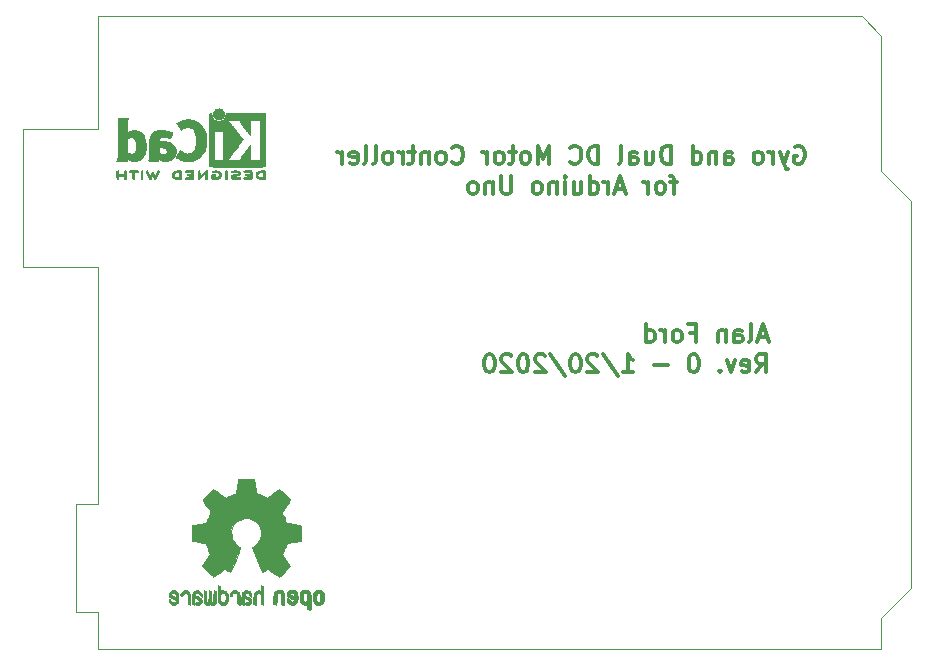
<source format=gbo>
G04 #@! TF.GenerationSoftware,KiCad,Pcbnew,(5.1.4-0-10_14)*
G04 #@! TF.CreationDate,2020-01-20T11:10:59-05:00*
G04 #@! TF.ProjectId,motor_controller,6d6f746f-725f-4636-9f6e-74726f6c6c65,rev?*
G04 #@! TF.SameCoordinates,Original*
G04 #@! TF.FileFunction,Legend,Bot*
G04 #@! TF.FilePolarity,Positive*
%FSLAX46Y46*%
G04 Gerber Fmt 4.6, Leading zero omitted, Abs format (unit mm)*
G04 Created by KiCad (PCBNEW (5.1.4-0-10_14)) date 2020-01-20 11:10:59*
%MOMM*%
%LPD*%
G04 APERTURE LIST*
%ADD10C,0.300000*%
%ADD11C,0.010000*%
%ADD12C,0.120000*%
G04 APERTURE END LIST*
D10*
X177954285Y-87240000D02*
X177240000Y-87240000D01*
X178097142Y-87668571D02*
X177597142Y-86168571D01*
X177097142Y-87668571D01*
X176382857Y-87668571D02*
X176525714Y-87597142D01*
X176597142Y-87454285D01*
X176597142Y-86168571D01*
X175168571Y-87668571D02*
X175168571Y-86882857D01*
X175240000Y-86740000D01*
X175382857Y-86668571D01*
X175668571Y-86668571D01*
X175811428Y-86740000D01*
X175168571Y-87597142D02*
X175311428Y-87668571D01*
X175668571Y-87668571D01*
X175811428Y-87597142D01*
X175882857Y-87454285D01*
X175882857Y-87311428D01*
X175811428Y-87168571D01*
X175668571Y-87097142D01*
X175311428Y-87097142D01*
X175168571Y-87025714D01*
X174454285Y-86668571D02*
X174454285Y-87668571D01*
X174454285Y-86811428D02*
X174382857Y-86740000D01*
X174240000Y-86668571D01*
X174025714Y-86668571D01*
X173882857Y-86740000D01*
X173811428Y-86882857D01*
X173811428Y-87668571D01*
X171454285Y-86882857D02*
X171954285Y-86882857D01*
X171954285Y-87668571D02*
X171954285Y-86168571D01*
X171240000Y-86168571D01*
X170454285Y-87668571D02*
X170597142Y-87597142D01*
X170668571Y-87525714D01*
X170740000Y-87382857D01*
X170740000Y-86954285D01*
X170668571Y-86811428D01*
X170597142Y-86740000D01*
X170454285Y-86668571D01*
X170240000Y-86668571D01*
X170097142Y-86740000D01*
X170025714Y-86811428D01*
X169954285Y-86954285D01*
X169954285Y-87382857D01*
X170025714Y-87525714D01*
X170097142Y-87597142D01*
X170240000Y-87668571D01*
X170454285Y-87668571D01*
X169311428Y-87668571D02*
X169311428Y-86668571D01*
X169311428Y-86954285D02*
X169240000Y-86811428D01*
X169168571Y-86740000D01*
X169025714Y-86668571D01*
X168882857Y-86668571D01*
X167740000Y-87668571D02*
X167740000Y-86168571D01*
X167740000Y-87597142D02*
X167882857Y-87668571D01*
X168168571Y-87668571D01*
X168311428Y-87597142D01*
X168382857Y-87525714D01*
X168454285Y-87382857D01*
X168454285Y-86954285D01*
X168382857Y-86811428D01*
X168311428Y-86740000D01*
X168168571Y-86668571D01*
X167882857Y-86668571D01*
X167740000Y-86740000D01*
X177025714Y-90218571D02*
X177525714Y-89504285D01*
X177882857Y-90218571D02*
X177882857Y-88718571D01*
X177311428Y-88718571D01*
X177168571Y-88790000D01*
X177097142Y-88861428D01*
X177025714Y-89004285D01*
X177025714Y-89218571D01*
X177097142Y-89361428D01*
X177168571Y-89432857D01*
X177311428Y-89504285D01*
X177882857Y-89504285D01*
X175811428Y-90147142D02*
X175954285Y-90218571D01*
X176240000Y-90218571D01*
X176382857Y-90147142D01*
X176454285Y-90004285D01*
X176454285Y-89432857D01*
X176382857Y-89290000D01*
X176240000Y-89218571D01*
X175954285Y-89218571D01*
X175811428Y-89290000D01*
X175740000Y-89432857D01*
X175740000Y-89575714D01*
X176454285Y-89718571D01*
X175240000Y-89218571D02*
X174882857Y-90218571D01*
X174525714Y-89218571D01*
X173954285Y-90075714D02*
X173882857Y-90147142D01*
X173954285Y-90218571D01*
X174025714Y-90147142D01*
X173954285Y-90075714D01*
X173954285Y-90218571D01*
X171811428Y-88718571D02*
X171668571Y-88718571D01*
X171525714Y-88790000D01*
X171454285Y-88861428D01*
X171382857Y-89004285D01*
X171311428Y-89290000D01*
X171311428Y-89647142D01*
X171382857Y-89932857D01*
X171454285Y-90075714D01*
X171525714Y-90147142D01*
X171668571Y-90218571D01*
X171811428Y-90218571D01*
X171954285Y-90147142D01*
X172025714Y-90075714D01*
X172097142Y-89932857D01*
X172168571Y-89647142D01*
X172168571Y-89290000D01*
X172097142Y-89004285D01*
X172025714Y-88861428D01*
X171954285Y-88790000D01*
X171811428Y-88718571D01*
X169525714Y-89647142D02*
X168382857Y-89647142D01*
X165740000Y-90218571D02*
X166597142Y-90218571D01*
X166168571Y-90218571D02*
X166168571Y-88718571D01*
X166311428Y-88932857D01*
X166454285Y-89075714D01*
X166597142Y-89147142D01*
X164025714Y-88647142D02*
X165311428Y-90575714D01*
X163597142Y-88861428D02*
X163525714Y-88790000D01*
X163382857Y-88718571D01*
X163025714Y-88718571D01*
X162882857Y-88790000D01*
X162811428Y-88861428D01*
X162740000Y-89004285D01*
X162740000Y-89147142D01*
X162811428Y-89361428D01*
X163668571Y-90218571D01*
X162740000Y-90218571D01*
X161811428Y-88718571D02*
X161668571Y-88718571D01*
X161525714Y-88790000D01*
X161454285Y-88861428D01*
X161382857Y-89004285D01*
X161311428Y-89290000D01*
X161311428Y-89647142D01*
X161382857Y-89932857D01*
X161454285Y-90075714D01*
X161525714Y-90147142D01*
X161668571Y-90218571D01*
X161811428Y-90218571D01*
X161954285Y-90147142D01*
X162025714Y-90075714D01*
X162097142Y-89932857D01*
X162168571Y-89647142D01*
X162168571Y-89290000D01*
X162097142Y-89004285D01*
X162025714Y-88861428D01*
X161954285Y-88790000D01*
X161811428Y-88718571D01*
X159597142Y-88647142D02*
X160882857Y-90575714D01*
X159168571Y-88861428D02*
X159097142Y-88790000D01*
X158954285Y-88718571D01*
X158597142Y-88718571D01*
X158454285Y-88790000D01*
X158382857Y-88861428D01*
X158311428Y-89004285D01*
X158311428Y-89147142D01*
X158382857Y-89361428D01*
X159240000Y-90218571D01*
X158311428Y-90218571D01*
X157382857Y-88718571D02*
X157240000Y-88718571D01*
X157097142Y-88790000D01*
X157025714Y-88861428D01*
X156954285Y-89004285D01*
X156882857Y-89290000D01*
X156882857Y-89647142D01*
X156954285Y-89932857D01*
X157025714Y-90075714D01*
X157097142Y-90147142D01*
X157240000Y-90218571D01*
X157382857Y-90218571D01*
X157525714Y-90147142D01*
X157597142Y-90075714D01*
X157668571Y-89932857D01*
X157740000Y-89647142D01*
X157740000Y-89290000D01*
X157668571Y-89004285D01*
X157597142Y-88861428D01*
X157525714Y-88790000D01*
X157382857Y-88718571D01*
X156311428Y-88861428D02*
X156240000Y-88790000D01*
X156097142Y-88718571D01*
X155740000Y-88718571D01*
X155597142Y-88790000D01*
X155525714Y-88861428D01*
X155454285Y-89004285D01*
X155454285Y-89147142D01*
X155525714Y-89361428D01*
X156382857Y-90218571D01*
X155454285Y-90218571D01*
X154525714Y-88718571D02*
X154382857Y-88718571D01*
X154240000Y-88790000D01*
X154168571Y-88861428D01*
X154097142Y-89004285D01*
X154025714Y-89290000D01*
X154025714Y-89647142D01*
X154097142Y-89932857D01*
X154168571Y-90075714D01*
X154240000Y-90147142D01*
X154382857Y-90218571D01*
X154525714Y-90218571D01*
X154668571Y-90147142D01*
X154740000Y-90075714D01*
X154811428Y-89932857D01*
X154882857Y-89647142D01*
X154882857Y-89290000D01*
X154811428Y-89004285D01*
X154740000Y-88861428D01*
X154668571Y-88790000D01*
X154525714Y-88718571D01*
X180309857Y-71127000D02*
X180452714Y-71055571D01*
X180667000Y-71055571D01*
X180881285Y-71127000D01*
X181024142Y-71269857D01*
X181095571Y-71412714D01*
X181167000Y-71698428D01*
X181167000Y-71912714D01*
X181095571Y-72198428D01*
X181024142Y-72341285D01*
X180881285Y-72484142D01*
X180667000Y-72555571D01*
X180524142Y-72555571D01*
X180309857Y-72484142D01*
X180238428Y-72412714D01*
X180238428Y-71912714D01*
X180524142Y-71912714D01*
X179738428Y-71555571D02*
X179381285Y-72555571D01*
X179024142Y-71555571D02*
X179381285Y-72555571D01*
X179524142Y-72912714D01*
X179595571Y-72984142D01*
X179738428Y-73055571D01*
X178452714Y-72555571D02*
X178452714Y-71555571D01*
X178452714Y-71841285D02*
X178381285Y-71698428D01*
X178309857Y-71627000D01*
X178167000Y-71555571D01*
X178024142Y-71555571D01*
X177309857Y-72555571D02*
X177452714Y-72484142D01*
X177524142Y-72412714D01*
X177595571Y-72269857D01*
X177595571Y-71841285D01*
X177524142Y-71698428D01*
X177452714Y-71627000D01*
X177309857Y-71555571D01*
X177095571Y-71555571D01*
X176952714Y-71627000D01*
X176881285Y-71698428D01*
X176809857Y-71841285D01*
X176809857Y-72269857D01*
X176881285Y-72412714D01*
X176952714Y-72484142D01*
X177095571Y-72555571D01*
X177309857Y-72555571D01*
X174381285Y-72555571D02*
X174381285Y-71769857D01*
X174452714Y-71627000D01*
X174595571Y-71555571D01*
X174881285Y-71555571D01*
X175024142Y-71627000D01*
X174381285Y-72484142D02*
X174524142Y-72555571D01*
X174881285Y-72555571D01*
X175024142Y-72484142D01*
X175095571Y-72341285D01*
X175095571Y-72198428D01*
X175024142Y-72055571D01*
X174881285Y-71984142D01*
X174524142Y-71984142D01*
X174381285Y-71912714D01*
X173667000Y-71555571D02*
X173667000Y-72555571D01*
X173667000Y-71698428D02*
X173595571Y-71627000D01*
X173452714Y-71555571D01*
X173238428Y-71555571D01*
X173095571Y-71627000D01*
X173024142Y-71769857D01*
X173024142Y-72555571D01*
X171667000Y-72555571D02*
X171667000Y-71055571D01*
X171667000Y-72484142D02*
X171809857Y-72555571D01*
X172095571Y-72555571D01*
X172238428Y-72484142D01*
X172309857Y-72412714D01*
X172381285Y-72269857D01*
X172381285Y-71841285D01*
X172309857Y-71698428D01*
X172238428Y-71627000D01*
X172095571Y-71555571D01*
X171809857Y-71555571D01*
X171667000Y-71627000D01*
X169809857Y-72555571D02*
X169809857Y-71055571D01*
X169452714Y-71055571D01*
X169238428Y-71127000D01*
X169095571Y-71269857D01*
X169024142Y-71412714D01*
X168952714Y-71698428D01*
X168952714Y-71912714D01*
X169024142Y-72198428D01*
X169095571Y-72341285D01*
X169238428Y-72484142D01*
X169452714Y-72555571D01*
X169809857Y-72555571D01*
X167667000Y-71555571D02*
X167667000Y-72555571D01*
X168309857Y-71555571D02*
X168309857Y-72341285D01*
X168238428Y-72484142D01*
X168095571Y-72555571D01*
X167881285Y-72555571D01*
X167738428Y-72484142D01*
X167667000Y-72412714D01*
X166309857Y-72555571D02*
X166309857Y-71769857D01*
X166381285Y-71627000D01*
X166524142Y-71555571D01*
X166809857Y-71555571D01*
X166952714Y-71627000D01*
X166309857Y-72484142D02*
X166452714Y-72555571D01*
X166809857Y-72555571D01*
X166952714Y-72484142D01*
X167024142Y-72341285D01*
X167024142Y-72198428D01*
X166952714Y-72055571D01*
X166809857Y-71984142D01*
X166452714Y-71984142D01*
X166309857Y-71912714D01*
X165381285Y-72555571D02*
X165524142Y-72484142D01*
X165595571Y-72341285D01*
X165595571Y-71055571D01*
X163667000Y-72555571D02*
X163667000Y-71055571D01*
X163309857Y-71055571D01*
X163095571Y-71127000D01*
X162952714Y-71269857D01*
X162881285Y-71412714D01*
X162809857Y-71698428D01*
X162809857Y-71912714D01*
X162881285Y-72198428D01*
X162952714Y-72341285D01*
X163095571Y-72484142D01*
X163309857Y-72555571D01*
X163667000Y-72555571D01*
X161309857Y-72412714D02*
X161381285Y-72484142D01*
X161595571Y-72555571D01*
X161738428Y-72555571D01*
X161952714Y-72484142D01*
X162095571Y-72341285D01*
X162167000Y-72198428D01*
X162238428Y-71912714D01*
X162238428Y-71698428D01*
X162167000Y-71412714D01*
X162095571Y-71269857D01*
X161952714Y-71127000D01*
X161738428Y-71055571D01*
X161595571Y-71055571D01*
X161381285Y-71127000D01*
X161309857Y-71198428D01*
X159524142Y-72555571D02*
X159524142Y-71055571D01*
X159024142Y-72127000D01*
X158524142Y-71055571D01*
X158524142Y-72555571D01*
X157595571Y-72555571D02*
X157738428Y-72484142D01*
X157809857Y-72412714D01*
X157881285Y-72269857D01*
X157881285Y-71841285D01*
X157809857Y-71698428D01*
X157738428Y-71627000D01*
X157595571Y-71555571D01*
X157381285Y-71555571D01*
X157238428Y-71627000D01*
X157167000Y-71698428D01*
X157095571Y-71841285D01*
X157095571Y-72269857D01*
X157167000Y-72412714D01*
X157238428Y-72484142D01*
X157381285Y-72555571D01*
X157595571Y-72555571D01*
X156667000Y-71555571D02*
X156095571Y-71555571D01*
X156452714Y-71055571D02*
X156452714Y-72341285D01*
X156381285Y-72484142D01*
X156238428Y-72555571D01*
X156095571Y-72555571D01*
X155381285Y-72555571D02*
X155524142Y-72484142D01*
X155595571Y-72412714D01*
X155667000Y-72269857D01*
X155667000Y-71841285D01*
X155595571Y-71698428D01*
X155524142Y-71627000D01*
X155381285Y-71555571D01*
X155167000Y-71555571D01*
X155024142Y-71627000D01*
X154952714Y-71698428D01*
X154881285Y-71841285D01*
X154881285Y-72269857D01*
X154952714Y-72412714D01*
X155024142Y-72484142D01*
X155167000Y-72555571D01*
X155381285Y-72555571D01*
X154238428Y-72555571D02*
X154238428Y-71555571D01*
X154238428Y-71841285D02*
X154167000Y-71698428D01*
X154095571Y-71627000D01*
X153952714Y-71555571D01*
X153809857Y-71555571D01*
X151309857Y-72412714D02*
X151381285Y-72484142D01*
X151595571Y-72555571D01*
X151738428Y-72555571D01*
X151952714Y-72484142D01*
X152095571Y-72341285D01*
X152167000Y-72198428D01*
X152238428Y-71912714D01*
X152238428Y-71698428D01*
X152167000Y-71412714D01*
X152095571Y-71269857D01*
X151952714Y-71127000D01*
X151738428Y-71055571D01*
X151595571Y-71055571D01*
X151381285Y-71127000D01*
X151309857Y-71198428D01*
X150452714Y-72555571D02*
X150595571Y-72484142D01*
X150667000Y-72412714D01*
X150738428Y-72269857D01*
X150738428Y-71841285D01*
X150667000Y-71698428D01*
X150595571Y-71627000D01*
X150452714Y-71555571D01*
X150238428Y-71555571D01*
X150095571Y-71627000D01*
X150024142Y-71698428D01*
X149952714Y-71841285D01*
X149952714Y-72269857D01*
X150024142Y-72412714D01*
X150095571Y-72484142D01*
X150238428Y-72555571D01*
X150452714Y-72555571D01*
X149309857Y-71555571D02*
X149309857Y-72555571D01*
X149309857Y-71698428D02*
X149238428Y-71627000D01*
X149095571Y-71555571D01*
X148881285Y-71555571D01*
X148738428Y-71627000D01*
X148667000Y-71769857D01*
X148667000Y-72555571D01*
X148167000Y-71555571D02*
X147595571Y-71555571D01*
X147952714Y-71055571D02*
X147952714Y-72341285D01*
X147881285Y-72484142D01*
X147738428Y-72555571D01*
X147595571Y-72555571D01*
X147095571Y-72555571D02*
X147095571Y-71555571D01*
X147095571Y-71841285D02*
X147024142Y-71698428D01*
X146952714Y-71627000D01*
X146809857Y-71555571D01*
X146667000Y-71555571D01*
X145952714Y-72555571D02*
X146095571Y-72484142D01*
X146167000Y-72412714D01*
X146238428Y-72269857D01*
X146238428Y-71841285D01*
X146167000Y-71698428D01*
X146095571Y-71627000D01*
X145952714Y-71555571D01*
X145738428Y-71555571D01*
X145595571Y-71627000D01*
X145524142Y-71698428D01*
X145452714Y-71841285D01*
X145452714Y-72269857D01*
X145524142Y-72412714D01*
X145595571Y-72484142D01*
X145738428Y-72555571D01*
X145952714Y-72555571D01*
X144595571Y-72555571D02*
X144738428Y-72484142D01*
X144809857Y-72341285D01*
X144809857Y-71055571D01*
X143809857Y-72555571D02*
X143952714Y-72484142D01*
X144024142Y-72341285D01*
X144024142Y-71055571D01*
X142667000Y-72484142D02*
X142809857Y-72555571D01*
X143095571Y-72555571D01*
X143238428Y-72484142D01*
X143309857Y-72341285D01*
X143309857Y-71769857D01*
X143238428Y-71627000D01*
X143095571Y-71555571D01*
X142809857Y-71555571D01*
X142667000Y-71627000D01*
X142595571Y-71769857D01*
X142595571Y-71912714D01*
X143309857Y-72055571D01*
X141952714Y-72555571D02*
X141952714Y-71555571D01*
X141952714Y-71841285D02*
X141881285Y-71698428D01*
X141809857Y-71627000D01*
X141667000Y-71555571D01*
X141524142Y-71555571D01*
X170309857Y-74105571D02*
X169738428Y-74105571D01*
X170095571Y-75105571D02*
X170095571Y-73819857D01*
X170024142Y-73677000D01*
X169881285Y-73605571D01*
X169738428Y-73605571D01*
X169024142Y-75105571D02*
X169167000Y-75034142D01*
X169238428Y-74962714D01*
X169309857Y-74819857D01*
X169309857Y-74391285D01*
X169238428Y-74248428D01*
X169167000Y-74177000D01*
X169024142Y-74105571D01*
X168809857Y-74105571D01*
X168667000Y-74177000D01*
X168595571Y-74248428D01*
X168524142Y-74391285D01*
X168524142Y-74819857D01*
X168595571Y-74962714D01*
X168667000Y-75034142D01*
X168809857Y-75105571D01*
X169024142Y-75105571D01*
X167881285Y-75105571D02*
X167881285Y-74105571D01*
X167881285Y-74391285D02*
X167809857Y-74248428D01*
X167738428Y-74177000D01*
X167595571Y-74105571D01*
X167452714Y-74105571D01*
X165881285Y-74677000D02*
X165167000Y-74677000D01*
X166024142Y-75105571D02*
X165524142Y-73605571D01*
X165024142Y-75105571D01*
X164524142Y-75105571D02*
X164524142Y-74105571D01*
X164524142Y-74391285D02*
X164452714Y-74248428D01*
X164381285Y-74177000D01*
X164238428Y-74105571D01*
X164095571Y-74105571D01*
X162952714Y-75105571D02*
X162952714Y-73605571D01*
X162952714Y-75034142D02*
X163095571Y-75105571D01*
X163381285Y-75105571D01*
X163524142Y-75034142D01*
X163595571Y-74962714D01*
X163667000Y-74819857D01*
X163667000Y-74391285D01*
X163595571Y-74248428D01*
X163524142Y-74177000D01*
X163381285Y-74105571D01*
X163095571Y-74105571D01*
X162952714Y-74177000D01*
X161595571Y-74105571D02*
X161595571Y-75105571D01*
X162238428Y-74105571D02*
X162238428Y-74891285D01*
X162167000Y-75034142D01*
X162024142Y-75105571D01*
X161809857Y-75105571D01*
X161667000Y-75034142D01*
X161595571Y-74962714D01*
X160881285Y-75105571D02*
X160881285Y-74105571D01*
X160881285Y-73605571D02*
X160952714Y-73677000D01*
X160881285Y-73748428D01*
X160809857Y-73677000D01*
X160881285Y-73605571D01*
X160881285Y-73748428D01*
X160167000Y-74105571D02*
X160167000Y-75105571D01*
X160167000Y-74248428D02*
X160095571Y-74177000D01*
X159952714Y-74105571D01*
X159738428Y-74105571D01*
X159595571Y-74177000D01*
X159524142Y-74319857D01*
X159524142Y-75105571D01*
X158595571Y-75105571D02*
X158738428Y-75034142D01*
X158809857Y-74962714D01*
X158881285Y-74819857D01*
X158881285Y-74391285D01*
X158809857Y-74248428D01*
X158738428Y-74177000D01*
X158595571Y-74105571D01*
X158381285Y-74105571D01*
X158238428Y-74177000D01*
X158167000Y-74248428D01*
X158095571Y-74391285D01*
X158095571Y-74819857D01*
X158167000Y-74962714D01*
X158238428Y-75034142D01*
X158381285Y-75105571D01*
X158595571Y-75105571D01*
X156309857Y-73605571D02*
X156309857Y-74819857D01*
X156238428Y-74962714D01*
X156167000Y-75034142D01*
X156024142Y-75105571D01*
X155738428Y-75105571D01*
X155595571Y-75034142D01*
X155524142Y-74962714D01*
X155452714Y-74819857D01*
X155452714Y-73605571D01*
X154738428Y-74105571D02*
X154738428Y-75105571D01*
X154738428Y-74248428D02*
X154667000Y-74177000D01*
X154524142Y-74105571D01*
X154309857Y-74105571D01*
X154167000Y-74177000D01*
X154095571Y-74319857D01*
X154095571Y-75105571D01*
X153167000Y-75105571D02*
X153309857Y-75034142D01*
X153381285Y-74962714D01*
X153452714Y-74819857D01*
X153452714Y-74391285D01*
X153381285Y-74248428D01*
X153309857Y-74177000D01*
X153167000Y-74105571D01*
X152952714Y-74105571D01*
X152809857Y-74177000D01*
X152738428Y-74248428D01*
X152667000Y-74391285D01*
X152667000Y-74819857D01*
X152738428Y-74962714D01*
X152809857Y-75034142D01*
X152952714Y-75105571D01*
X153167000Y-75105571D01*
D11*
G36*
X133648986Y-99227998D02*
G01*
X133490994Y-99228863D01*
X133376653Y-99231205D01*
X133298593Y-99235762D01*
X133249446Y-99243270D01*
X133221841Y-99254466D01*
X133208408Y-99270088D01*
X133201779Y-99290873D01*
X133201135Y-99293563D01*
X133191065Y-99342113D01*
X133172425Y-99437905D01*
X133147155Y-99570743D01*
X133117193Y-99730431D01*
X133084478Y-99906774D01*
X133083336Y-99912967D01*
X133050567Y-100085782D01*
X133019907Y-100238469D01*
X132993336Y-100361871D01*
X132972833Y-100446831D01*
X132960374Y-100484190D01*
X132959780Y-100484852D01*
X132923081Y-100503095D01*
X132847414Y-100533497D01*
X132749122Y-100569493D01*
X132748575Y-100569685D01*
X132624767Y-100616222D01*
X132478804Y-100675504D01*
X132341219Y-100735109D01*
X132334707Y-100738056D01*
X132110610Y-100839765D01*
X131614381Y-100500897D01*
X131462154Y-100397592D01*
X131324259Y-100305237D01*
X131208685Y-100229084D01*
X131123421Y-100174385D01*
X131076456Y-100146393D01*
X131071996Y-100144317D01*
X131037866Y-100153560D01*
X130974119Y-100198156D01*
X130878269Y-100280209D01*
X130747831Y-100401821D01*
X130614672Y-100531205D01*
X130486306Y-100658702D01*
X130371419Y-100775046D01*
X130276927Y-100873052D01*
X130209747Y-100945536D01*
X130176794Y-100985313D01*
X130175568Y-100987361D01*
X130171926Y-101014656D01*
X130185650Y-101059234D01*
X130220131Y-101127112D01*
X130278761Y-101224311D01*
X130364930Y-101356851D01*
X130479800Y-101527476D01*
X130581746Y-101677655D01*
X130672877Y-101812350D01*
X130747927Y-101923740D01*
X130801631Y-102004005D01*
X130828720Y-102045325D01*
X130830426Y-102048130D01*
X130827118Y-102087721D01*
X130802047Y-102164669D01*
X130760202Y-102264432D01*
X130745288Y-102296291D01*
X130680214Y-102438226D01*
X130610788Y-102599273D01*
X130554391Y-102738621D01*
X130513753Y-102842044D01*
X130481474Y-102920642D01*
X130462822Y-102961720D01*
X130460503Y-102964885D01*
X130426197Y-102970128D01*
X130345331Y-102984494D01*
X130228657Y-103005937D01*
X130086925Y-103032413D01*
X129930890Y-103061877D01*
X129771302Y-103092283D01*
X129618915Y-103121588D01*
X129484479Y-103147745D01*
X129378748Y-103168710D01*
X129312474Y-103182439D01*
X129296218Y-103186320D01*
X129279427Y-103195900D01*
X129266751Y-103217536D01*
X129257622Y-103258531D01*
X129251469Y-103326189D01*
X129247720Y-103427812D01*
X129245808Y-103570703D01*
X129245160Y-103762165D01*
X129245126Y-103840645D01*
X129245126Y-104478906D01*
X129398402Y-104509160D01*
X129483678Y-104525564D01*
X129610930Y-104549509D01*
X129764685Y-104578107D01*
X129929466Y-104608467D01*
X129975011Y-104616806D01*
X130127068Y-104646370D01*
X130259532Y-104675442D01*
X130361286Y-104701329D01*
X130421212Y-104721337D01*
X130431195Y-104727301D01*
X130455707Y-104769534D01*
X130490852Y-104851370D01*
X130529827Y-104956683D01*
X130537558Y-104979368D01*
X130588640Y-105120018D01*
X130652046Y-105278714D01*
X130714096Y-105421225D01*
X130714402Y-105421886D01*
X130817733Y-105645440D01*
X130138039Y-106645232D01*
X130574379Y-107082300D01*
X130706351Y-107212381D01*
X130826721Y-107327048D01*
X130928727Y-107420181D01*
X131005609Y-107485658D01*
X131050607Y-107517357D01*
X131057062Y-107519368D01*
X131094960Y-107503529D01*
X131172292Y-107459496D01*
X131280611Y-107392490D01*
X131411468Y-107307734D01*
X131552948Y-107212816D01*
X131696539Y-107115998D01*
X131824565Y-107031751D01*
X131928895Y-106965258D01*
X132001400Y-106921702D01*
X132033842Y-106906264D01*
X132073424Y-106919328D01*
X132148481Y-106953750D01*
X132243532Y-107002380D01*
X132253608Y-107007785D01*
X132381609Y-107071980D01*
X132469382Y-107103463D01*
X132523972Y-107103798D01*
X132552425Y-107074548D01*
X132552590Y-107074138D01*
X132566812Y-107039498D01*
X132600731Y-106957269D01*
X132651716Y-106833814D01*
X132717138Y-106675498D01*
X132794366Y-106488686D01*
X132880771Y-106279742D01*
X132964449Y-106077446D01*
X133056412Y-105854200D01*
X133140850Y-105647392D01*
X133215231Y-105463362D01*
X133277026Y-105308451D01*
X133323703Y-105188996D01*
X133352732Y-105111339D01*
X133361678Y-105082356D01*
X133339244Y-105049110D01*
X133280561Y-104996123D01*
X133202311Y-104937704D01*
X132979466Y-104752952D01*
X132805282Y-104541182D01*
X132681846Y-104306856D01*
X132611246Y-104054434D01*
X132595569Y-103788377D01*
X132606964Y-103665575D01*
X132669050Y-103410793D01*
X132775977Y-103185801D01*
X132921111Y-102992817D01*
X133097822Y-102834061D01*
X133299478Y-102711750D01*
X133519446Y-102628105D01*
X133751094Y-102585344D01*
X133987791Y-102585687D01*
X134222905Y-102631352D01*
X134449804Y-102724559D01*
X134661856Y-102867527D01*
X134750364Y-102948383D01*
X134920111Y-103156007D01*
X135038301Y-103382895D01*
X135105722Y-103622433D01*
X135123160Y-103868007D01*
X135091402Y-104113003D01*
X135011235Y-104350808D01*
X134883445Y-104574807D01*
X134708820Y-104778387D01*
X134513688Y-104937704D01*
X134432409Y-104998602D01*
X134374991Y-105051015D01*
X134354322Y-105082406D01*
X134365144Y-105116639D01*
X134395923Y-105198419D01*
X134444126Y-105321407D01*
X134507222Y-105479263D01*
X134582678Y-105665649D01*
X134667962Y-105874226D01*
X134751781Y-106077496D01*
X134844255Y-106300933D01*
X134929911Y-106507984D01*
X135006118Y-106692286D01*
X135070247Y-106847475D01*
X135119668Y-106967188D01*
X135151752Y-107045061D01*
X135163641Y-107074138D01*
X135191726Y-107103677D01*
X135246051Y-107103591D01*
X135333605Y-107072326D01*
X135461381Y-107008329D01*
X135462392Y-107007785D01*
X135558598Y-106958121D01*
X135636369Y-106921945D01*
X135680223Y-106906408D01*
X135682158Y-106906264D01*
X135715171Y-106922024D01*
X135788054Y-106965850D01*
X135892678Y-107032557D01*
X136020910Y-107116964D01*
X136163052Y-107212816D01*
X136307767Y-107309867D01*
X136438196Y-107394270D01*
X136545890Y-107460801D01*
X136622402Y-107504238D01*
X136658938Y-107519368D01*
X136692582Y-107499482D01*
X136760224Y-107443903D01*
X136855107Y-107358754D01*
X136970470Y-107250153D01*
X137099555Y-107124221D01*
X137141771Y-107082149D01*
X137578261Y-106644931D01*
X137246023Y-106157340D01*
X137145054Y-106007605D01*
X137056438Y-105873220D01*
X136985146Y-105761969D01*
X136936150Y-105681639D01*
X136914422Y-105640014D01*
X136913785Y-105637053D01*
X136925240Y-105597818D01*
X136956051Y-105518895D01*
X137000884Y-105413509D01*
X137032353Y-105342954D01*
X137091192Y-105207876D01*
X137146604Y-105071409D01*
X137189564Y-104956103D01*
X137201234Y-104920977D01*
X137234389Y-104827174D01*
X137266799Y-104754694D01*
X137284601Y-104727301D01*
X137323886Y-104710536D01*
X137409626Y-104686770D01*
X137530697Y-104658697D01*
X137675973Y-104629009D01*
X137740988Y-104616806D01*
X137906087Y-104586468D01*
X138064448Y-104557093D01*
X138200596Y-104531569D01*
X138299057Y-104512785D01*
X138317598Y-104509160D01*
X138470873Y-104478906D01*
X138470873Y-103840645D01*
X138470529Y-103630770D01*
X138469116Y-103471980D01*
X138466064Y-103356973D01*
X138460803Y-103278446D01*
X138452763Y-103229096D01*
X138441373Y-103201619D01*
X138426063Y-103188713D01*
X138419782Y-103186320D01*
X138381896Y-103177833D01*
X138298195Y-103160900D01*
X138179433Y-103137566D01*
X138036361Y-103109875D01*
X137879732Y-103079873D01*
X137720297Y-103049604D01*
X137568809Y-103021115D01*
X137436019Y-102996449D01*
X137332681Y-102977651D01*
X137269545Y-102966767D01*
X137255497Y-102964885D01*
X137242770Y-102939704D01*
X137214600Y-102872622D01*
X137176252Y-102776333D01*
X137161609Y-102738621D01*
X137102548Y-102592921D01*
X137033000Y-102431951D01*
X136970712Y-102296291D01*
X136924879Y-102192561D01*
X136894387Y-102107326D01*
X136884208Y-102055126D01*
X136885831Y-102048130D01*
X136907343Y-102015102D01*
X136956465Y-101941643D01*
X137027923Y-101835577D01*
X137116445Y-101704726D01*
X137216759Y-101556912D01*
X137236594Y-101527734D01*
X137352988Y-101354863D01*
X137438548Y-101223226D01*
X137496684Y-101126761D01*
X137530808Y-101059408D01*
X137544331Y-101015106D01*
X137540664Y-100987794D01*
X137540570Y-100987620D01*
X137511707Y-100951746D01*
X137447867Y-100882391D01*
X137355969Y-100786745D01*
X137242933Y-100671999D01*
X137115679Y-100545341D01*
X137101328Y-100531205D01*
X136940957Y-100375903D01*
X136817195Y-100261870D01*
X136727555Y-100187002D01*
X136669552Y-100149196D01*
X136644004Y-100144317D01*
X136606718Y-100165603D01*
X136529343Y-100214773D01*
X136419867Y-100286575D01*
X136286280Y-100375755D01*
X136136570Y-100477063D01*
X136101618Y-100500897D01*
X135605390Y-100839765D01*
X135381293Y-100738056D01*
X135245011Y-100678783D01*
X135098724Y-100619170D01*
X134972965Y-100571640D01*
X134967425Y-100569685D01*
X134869057Y-100533677D01*
X134793229Y-100503229D01*
X134756282Y-100484905D01*
X134756220Y-100484852D01*
X134744496Y-100451729D01*
X134724568Y-100370267D01*
X134698413Y-100249625D01*
X134668010Y-100098959D01*
X134635337Y-99927428D01*
X134632664Y-99912967D01*
X134599890Y-99736235D01*
X134569802Y-99575810D01*
X134544339Y-99441888D01*
X134525441Y-99344663D01*
X134515047Y-99294332D01*
X134514865Y-99293563D01*
X134508539Y-99272153D01*
X134496239Y-99255988D01*
X134470594Y-99244331D01*
X134424235Y-99236445D01*
X134349792Y-99231593D01*
X134239895Y-99229039D01*
X134087175Y-99228045D01*
X133884262Y-99227874D01*
X133858000Y-99227874D01*
X133648986Y-99227998D01*
X133648986Y-99227998D01*
G37*
X133648986Y-99227998D02*
X133490994Y-99228863D01*
X133376653Y-99231205D01*
X133298593Y-99235762D01*
X133249446Y-99243270D01*
X133221841Y-99254466D01*
X133208408Y-99270088D01*
X133201779Y-99290873D01*
X133201135Y-99293563D01*
X133191065Y-99342113D01*
X133172425Y-99437905D01*
X133147155Y-99570743D01*
X133117193Y-99730431D01*
X133084478Y-99906774D01*
X133083336Y-99912967D01*
X133050567Y-100085782D01*
X133019907Y-100238469D01*
X132993336Y-100361871D01*
X132972833Y-100446831D01*
X132960374Y-100484190D01*
X132959780Y-100484852D01*
X132923081Y-100503095D01*
X132847414Y-100533497D01*
X132749122Y-100569493D01*
X132748575Y-100569685D01*
X132624767Y-100616222D01*
X132478804Y-100675504D01*
X132341219Y-100735109D01*
X132334707Y-100738056D01*
X132110610Y-100839765D01*
X131614381Y-100500897D01*
X131462154Y-100397592D01*
X131324259Y-100305237D01*
X131208685Y-100229084D01*
X131123421Y-100174385D01*
X131076456Y-100146393D01*
X131071996Y-100144317D01*
X131037866Y-100153560D01*
X130974119Y-100198156D01*
X130878269Y-100280209D01*
X130747831Y-100401821D01*
X130614672Y-100531205D01*
X130486306Y-100658702D01*
X130371419Y-100775046D01*
X130276927Y-100873052D01*
X130209747Y-100945536D01*
X130176794Y-100985313D01*
X130175568Y-100987361D01*
X130171926Y-101014656D01*
X130185650Y-101059234D01*
X130220131Y-101127112D01*
X130278761Y-101224311D01*
X130364930Y-101356851D01*
X130479800Y-101527476D01*
X130581746Y-101677655D01*
X130672877Y-101812350D01*
X130747927Y-101923740D01*
X130801631Y-102004005D01*
X130828720Y-102045325D01*
X130830426Y-102048130D01*
X130827118Y-102087721D01*
X130802047Y-102164669D01*
X130760202Y-102264432D01*
X130745288Y-102296291D01*
X130680214Y-102438226D01*
X130610788Y-102599273D01*
X130554391Y-102738621D01*
X130513753Y-102842044D01*
X130481474Y-102920642D01*
X130462822Y-102961720D01*
X130460503Y-102964885D01*
X130426197Y-102970128D01*
X130345331Y-102984494D01*
X130228657Y-103005937D01*
X130086925Y-103032413D01*
X129930890Y-103061877D01*
X129771302Y-103092283D01*
X129618915Y-103121588D01*
X129484479Y-103147745D01*
X129378748Y-103168710D01*
X129312474Y-103182439D01*
X129296218Y-103186320D01*
X129279427Y-103195900D01*
X129266751Y-103217536D01*
X129257622Y-103258531D01*
X129251469Y-103326189D01*
X129247720Y-103427812D01*
X129245808Y-103570703D01*
X129245160Y-103762165D01*
X129245126Y-103840645D01*
X129245126Y-104478906D01*
X129398402Y-104509160D01*
X129483678Y-104525564D01*
X129610930Y-104549509D01*
X129764685Y-104578107D01*
X129929466Y-104608467D01*
X129975011Y-104616806D01*
X130127068Y-104646370D01*
X130259532Y-104675442D01*
X130361286Y-104701329D01*
X130421212Y-104721337D01*
X130431195Y-104727301D01*
X130455707Y-104769534D01*
X130490852Y-104851370D01*
X130529827Y-104956683D01*
X130537558Y-104979368D01*
X130588640Y-105120018D01*
X130652046Y-105278714D01*
X130714096Y-105421225D01*
X130714402Y-105421886D01*
X130817733Y-105645440D01*
X130138039Y-106645232D01*
X130574379Y-107082300D01*
X130706351Y-107212381D01*
X130826721Y-107327048D01*
X130928727Y-107420181D01*
X131005609Y-107485658D01*
X131050607Y-107517357D01*
X131057062Y-107519368D01*
X131094960Y-107503529D01*
X131172292Y-107459496D01*
X131280611Y-107392490D01*
X131411468Y-107307734D01*
X131552948Y-107212816D01*
X131696539Y-107115998D01*
X131824565Y-107031751D01*
X131928895Y-106965258D01*
X132001400Y-106921702D01*
X132033842Y-106906264D01*
X132073424Y-106919328D01*
X132148481Y-106953750D01*
X132243532Y-107002380D01*
X132253608Y-107007785D01*
X132381609Y-107071980D01*
X132469382Y-107103463D01*
X132523972Y-107103798D01*
X132552425Y-107074548D01*
X132552590Y-107074138D01*
X132566812Y-107039498D01*
X132600731Y-106957269D01*
X132651716Y-106833814D01*
X132717138Y-106675498D01*
X132794366Y-106488686D01*
X132880771Y-106279742D01*
X132964449Y-106077446D01*
X133056412Y-105854200D01*
X133140850Y-105647392D01*
X133215231Y-105463362D01*
X133277026Y-105308451D01*
X133323703Y-105188996D01*
X133352732Y-105111339D01*
X133361678Y-105082356D01*
X133339244Y-105049110D01*
X133280561Y-104996123D01*
X133202311Y-104937704D01*
X132979466Y-104752952D01*
X132805282Y-104541182D01*
X132681846Y-104306856D01*
X132611246Y-104054434D01*
X132595569Y-103788377D01*
X132606964Y-103665575D01*
X132669050Y-103410793D01*
X132775977Y-103185801D01*
X132921111Y-102992817D01*
X133097822Y-102834061D01*
X133299478Y-102711750D01*
X133519446Y-102628105D01*
X133751094Y-102585344D01*
X133987791Y-102585687D01*
X134222905Y-102631352D01*
X134449804Y-102724559D01*
X134661856Y-102867527D01*
X134750364Y-102948383D01*
X134920111Y-103156007D01*
X135038301Y-103382895D01*
X135105722Y-103622433D01*
X135123160Y-103868007D01*
X135091402Y-104113003D01*
X135011235Y-104350808D01*
X134883445Y-104574807D01*
X134708820Y-104778387D01*
X134513688Y-104937704D01*
X134432409Y-104998602D01*
X134374991Y-105051015D01*
X134354322Y-105082406D01*
X134365144Y-105116639D01*
X134395923Y-105198419D01*
X134444126Y-105321407D01*
X134507222Y-105479263D01*
X134582678Y-105665649D01*
X134667962Y-105874226D01*
X134751781Y-106077496D01*
X134844255Y-106300933D01*
X134929911Y-106507984D01*
X135006118Y-106692286D01*
X135070247Y-106847475D01*
X135119668Y-106967188D01*
X135151752Y-107045061D01*
X135163641Y-107074138D01*
X135191726Y-107103677D01*
X135246051Y-107103591D01*
X135333605Y-107072326D01*
X135461381Y-107008329D01*
X135462392Y-107007785D01*
X135558598Y-106958121D01*
X135636369Y-106921945D01*
X135680223Y-106906408D01*
X135682158Y-106906264D01*
X135715171Y-106922024D01*
X135788054Y-106965850D01*
X135892678Y-107032557D01*
X136020910Y-107116964D01*
X136163052Y-107212816D01*
X136307767Y-107309867D01*
X136438196Y-107394270D01*
X136545890Y-107460801D01*
X136622402Y-107504238D01*
X136658938Y-107519368D01*
X136692582Y-107499482D01*
X136760224Y-107443903D01*
X136855107Y-107358754D01*
X136970470Y-107250153D01*
X137099555Y-107124221D01*
X137141771Y-107082149D01*
X137578261Y-106644931D01*
X137246023Y-106157340D01*
X137145054Y-106007605D01*
X137056438Y-105873220D01*
X136985146Y-105761969D01*
X136936150Y-105681639D01*
X136914422Y-105640014D01*
X136913785Y-105637053D01*
X136925240Y-105597818D01*
X136956051Y-105518895D01*
X137000884Y-105413509D01*
X137032353Y-105342954D01*
X137091192Y-105207876D01*
X137146604Y-105071409D01*
X137189564Y-104956103D01*
X137201234Y-104920977D01*
X137234389Y-104827174D01*
X137266799Y-104754694D01*
X137284601Y-104727301D01*
X137323886Y-104710536D01*
X137409626Y-104686770D01*
X137530697Y-104658697D01*
X137675973Y-104629009D01*
X137740988Y-104616806D01*
X137906087Y-104586468D01*
X138064448Y-104557093D01*
X138200596Y-104531569D01*
X138299057Y-104512785D01*
X138317598Y-104509160D01*
X138470873Y-104478906D01*
X138470873Y-103840645D01*
X138470529Y-103630770D01*
X138469116Y-103471980D01*
X138466064Y-103356973D01*
X138460803Y-103278446D01*
X138452763Y-103229096D01*
X138441373Y-103201619D01*
X138426063Y-103188713D01*
X138419782Y-103186320D01*
X138381896Y-103177833D01*
X138298195Y-103160900D01*
X138179433Y-103137566D01*
X138036361Y-103109875D01*
X137879732Y-103079873D01*
X137720297Y-103049604D01*
X137568809Y-103021115D01*
X137436019Y-102996449D01*
X137332681Y-102977651D01*
X137269545Y-102966767D01*
X137255497Y-102964885D01*
X137242770Y-102939704D01*
X137214600Y-102872622D01*
X137176252Y-102776333D01*
X137161609Y-102738621D01*
X137102548Y-102592921D01*
X137033000Y-102431951D01*
X136970712Y-102296291D01*
X136924879Y-102192561D01*
X136894387Y-102107326D01*
X136884208Y-102055126D01*
X136885831Y-102048130D01*
X136907343Y-102015102D01*
X136956465Y-101941643D01*
X137027923Y-101835577D01*
X137116445Y-101704726D01*
X137216759Y-101556912D01*
X137236594Y-101527734D01*
X137352988Y-101354863D01*
X137438548Y-101223226D01*
X137496684Y-101126761D01*
X137530808Y-101059408D01*
X137544331Y-101015106D01*
X137540664Y-100987794D01*
X137540570Y-100987620D01*
X137511707Y-100951746D01*
X137447867Y-100882391D01*
X137355969Y-100786745D01*
X137242933Y-100671999D01*
X137115679Y-100545341D01*
X137101328Y-100531205D01*
X136940957Y-100375903D01*
X136817195Y-100261870D01*
X136727555Y-100187002D01*
X136669552Y-100149196D01*
X136644004Y-100144317D01*
X136606718Y-100165603D01*
X136529343Y-100214773D01*
X136419867Y-100286575D01*
X136286280Y-100375755D01*
X136136570Y-100477063D01*
X136101618Y-100500897D01*
X135605390Y-100839765D01*
X135381293Y-100738056D01*
X135245011Y-100678783D01*
X135098724Y-100619170D01*
X134972965Y-100571640D01*
X134967425Y-100569685D01*
X134869057Y-100533677D01*
X134793229Y-100503229D01*
X134756282Y-100484905D01*
X134756220Y-100484852D01*
X134744496Y-100451729D01*
X134724568Y-100370267D01*
X134698413Y-100249625D01*
X134668010Y-100098959D01*
X134635337Y-99927428D01*
X134632664Y-99912967D01*
X134599890Y-99736235D01*
X134569802Y-99575810D01*
X134544339Y-99441888D01*
X134525441Y-99344663D01*
X134515047Y-99294332D01*
X134514865Y-99293563D01*
X134508539Y-99272153D01*
X134496239Y-99255988D01*
X134470594Y-99244331D01*
X134424235Y-99236445D01*
X134349792Y-99231593D01*
X134239895Y-99229039D01*
X134087175Y-99228045D01*
X133884262Y-99227874D01*
X133858000Y-99227874D01*
X133648986Y-99227998D01*
G36*
X127514561Y-108731540D02*
G01*
X127399050Y-108807034D01*
X127343336Y-108874617D01*
X127299196Y-108997255D01*
X127295691Y-109094298D01*
X127303632Y-109224056D01*
X127602885Y-109355039D01*
X127748389Y-109421958D01*
X127843463Y-109475790D01*
X127892899Y-109522416D01*
X127901489Y-109567720D01*
X127874028Y-109617582D01*
X127843747Y-109650632D01*
X127755637Y-109703633D01*
X127659804Y-109707347D01*
X127571788Y-109666041D01*
X127507131Y-109583983D01*
X127495567Y-109555008D01*
X127440175Y-109464509D01*
X127376447Y-109425940D01*
X127289034Y-109392946D01*
X127289034Y-109518034D01*
X127296762Y-109603156D01*
X127327034Y-109674938D01*
X127390482Y-109757356D01*
X127399912Y-109768066D01*
X127470487Y-109841391D01*
X127531153Y-109880742D01*
X127607050Y-109898845D01*
X127669970Y-109904774D01*
X127782513Y-109906251D01*
X127862630Y-109887535D01*
X127912610Y-109859747D01*
X127991162Y-109798641D01*
X128045537Y-109732554D01*
X128079948Y-109649441D01*
X128098612Y-109537254D01*
X128105744Y-109383946D01*
X128106313Y-109306136D01*
X128104378Y-109212853D01*
X127928101Y-109212853D01*
X127926056Y-109262896D01*
X127920961Y-109271092D01*
X127887334Y-109259958D01*
X127814970Y-109230493D01*
X127718253Y-109188601D01*
X127698027Y-109179597D01*
X127575797Y-109117442D01*
X127508453Y-109062815D01*
X127493652Y-109011649D01*
X127529053Y-108959876D01*
X127558289Y-108937000D01*
X127663784Y-108891250D01*
X127762524Y-108898808D01*
X127845188Y-108954651D01*
X127902452Y-109053753D01*
X127920812Y-109132414D01*
X127928101Y-109212853D01*
X128104378Y-109212853D01*
X128102541Y-109124351D01*
X128088641Y-108989853D01*
X128061106Y-108891916D01*
X128016428Y-108819811D01*
X127951099Y-108762813D01*
X127922617Y-108744393D01*
X127793237Y-108696422D01*
X127651588Y-108693403D01*
X127514561Y-108731540D01*
X127514561Y-108731540D01*
G37*
X127514561Y-108731540D02*
X127399050Y-108807034D01*
X127343336Y-108874617D01*
X127299196Y-108997255D01*
X127295691Y-109094298D01*
X127303632Y-109224056D01*
X127602885Y-109355039D01*
X127748389Y-109421958D01*
X127843463Y-109475790D01*
X127892899Y-109522416D01*
X127901489Y-109567720D01*
X127874028Y-109617582D01*
X127843747Y-109650632D01*
X127755637Y-109703633D01*
X127659804Y-109707347D01*
X127571788Y-109666041D01*
X127507131Y-109583983D01*
X127495567Y-109555008D01*
X127440175Y-109464509D01*
X127376447Y-109425940D01*
X127289034Y-109392946D01*
X127289034Y-109518034D01*
X127296762Y-109603156D01*
X127327034Y-109674938D01*
X127390482Y-109757356D01*
X127399912Y-109768066D01*
X127470487Y-109841391D01*
X127531153Y-109880742D01*
X127607050Y-109898845D01*
X127669970Y-109904774D01*
X127782513Y-109906251D01*
X127862630Y-109887535D01*
X127912610Y-109859747D01*
X127991162Y-109798641D01*
X128045537Y-109732554D01*
X128079948Y-109649441D01*
X128098612Y-109537254D01*
X128105744Y-109383946D01*
X128106313Y-109306136D01*
X128104378Y-109212853D01*
X127928101Y-109212853D01*
X127926056Y-109262896D01*
X127920961Y-109271092D01*
X127887334Y-109259958D01*
X127814970Y-109230493D01*
X127718253Y-109188601D01*
X127698027Y-109179597D01*
X127575797Y-109117442D01*
X127508453Y-109062815D01*
X127493652Y-109011649D01*
X127529053Y-108959876D01*
X127558289Y-108937000D01*
X127663784Y-108891250D01*
X127762524Y-108898808D01*
X127845188Y-108954651D01*
X127902452Y-109053753D01*
X127920812Y-109132414D01*
X127928101Y-109212853D01*
X128104378Y-109212853D01*
X128102541Y-109124351D01*
X128088641Y-108989853D01*
X128061106Y-108891916D01*
X128016428Y-108819811D01*
X127951099Y-108762813D01*
X127922617Y-108744393D01*
X127793237Y-108696422D01*
X127651588Y-108693403D01*
X127514561Y-108731540D01*
G36*
X128522310Y-108715018D02*
G01*
X128487415Y-108730269D01*
X128404123Y-108796235D01*
X128332897Y-108891618D01*
X128288847Y-108993406D01*
X128281678Y-109043587D01*
X128305715Y-109113647D01*
X128358439Y-109150717D01*
X128414969Y-109173164D01*
X128440854Y-109177300D01*
X128453458Y-109147283D01*
X128478346Y-109081961D01*
X128489265Y-109052445D01*
X128550492Y-108950348D01*
X128639139Y-108899423D01*
X128752807Y-108900989D01*
X128761226Y-108902994D01*
X128821912Y-108931767D01*
X128866526Y-108987859D01*
X128896998Y-109078163D01*
X128915256Y-109209571D01*
X128923229Y-109388974D01*
X128923977Y-109484433D01*
X128924348Y-109634913D01*
X128926777Y-109737495D01*
X128933240Y-109802672D01*
X128945712Y-109840938D01*
X128966167Y-109862785D01*
X128996581Y-109878707D01*
X128998339Y-109879509D01*
X129056909Y-109904272D01*
X129085925Y-109913391D01*
X129090384Y-109885822D01*
X129094201Y-109809620D01*
X129097101Y-109694541D01*
X129098809Y-109550341D01*
X129099149Y-109444814D01*
X129097412Y-109240613D01*
X129090618Y-109085697D01*
X129076393Y-108971024D01*
X129052362Y-108887551D01*
X129016152Y-108826236D01*
X128965388Y-108778034D01*
X128915261Y-108744393D01*
X128794725Y-108699619D01*
X128654443Y-108689521D01*
X128522310Y-108715018D01*
X128522310Y-108715018D01*
G37*
X128522310Y-108715018D02*
X128487415Y-108730269D01*
X128404123Y-108796235D01*
X128332897Y-108891618D01*
X128288847Y-108993406D01*
X128281678Y-109043587D01*
X128305715Y-109113647D01*
X128358439Y-109150717D01*
X128414969Y-109173164D01*
X128440854Y-109177300D01*
X128453458Y-109147283D01*
X128478346Y-109081961D01*
X128489265Y-109052445D01*
X128550492Y-108950348D01*
X128639139Y-108899423D01*
X128752807Y-108900989D01*
X128761226Y-108902994D01*
X128821912Y-108931767D01*
X128866526Y-108987859D01*
X128896998Y-109078163D01*
X128915256Y-109209571D01*
X128923229Y-109388974D01*
X128923977Y-109484433D01*
X128924348Y-109634913D01*
X128926777Y-109737495D01*
X128933240Y-109802672D01*
X128945712Y-109840938D01*
X128966167Y-109862785D01*
X128996581Y-109878707D01*
X128998339Y-109879509D01*
X129056909Y-109904272D01*
X129085925Y-109913391D01*
X129090384Y-109885822D01*
X129094201Y-109809620D01*
X129097101Y-109694541D01*
X129098809Y-109550341D01*
X129099149Y-109444814D01*
X129097412Y-109240613D01*
X129090618Y-109085697D01*
X129076393Y-108971024D01*
X129052362Y-108887551D01*
X129016152Y-108826236D01*
X128965388Y-108778034D01*
X128915261Y-108744393D01*
X128794725Y-108699619D01*
X128654443Y-108689521D01*
X128522310Y-108715018D01*
G36*
X129543594Y-108710156D02*
G01*
X129459531Y-108748393D01*
X129393550Y-108794726D01*
X129345206Y-108846532D01*
X129311828Y-108913363D01*
X129290747Y-109004769D01*
X129279293Y-109130301D01*
X129274797Y-109299508D01*
X129274322Y-109410933D01*
X129274322Y-109845627D01*
X129348684Y-109879509D01*
X129407254Y-109904272D01*
X129436270Y-109913391D01*
X129441821Y-109886257D01*
X129446225Y-109813094D01*
X129448922Y-109706263D01*
X129449494Y-109621437D01*
X129451954Y-109498887D01*
X129458588Y-109401668D01*
X129468274Y-109342134D01*
X129475968Y-109329483D01*
X129527689Y-109342402D01*
X129608883Y-109375539D01*
X129702898Y-109420461D01*
X129793083Y-109468735D01*
X129862785Y-109511928D01*
X129895352Y-109541608D01*
X129895481Y-109541929D01*
X129892680Y-109596857D01*
X129867561Y-109649292D01*
X129823459Y-109691881D01*
X129759091Y-109706126D01*
X129704079Y-109704466D01*
X129626165Y-109703245D01*
X129585268Y-109721498D01*
X129560705Y-109769726D01*
X129557608Y-109778820D01*
X129546960Y-109847598D01*
X129575435Y-109889360D01*
X129649656Y-109909263D01*
X129729832Y-109912944D01*
X129874110Y-109885658D01*
X129948797Y-109846690D01*
X130041037Y-109755148D01*
X130089957Y-109642782D01*
X130094346Y-109524051D01*
X130052999Y-109413411D01*
X129990803Y-109344080D01*
X129928706Y-109305265D01*
X129831105Y-109256125D01*
X129717368Y-109206292D01*
X129698410Y-109198677D01*
X129573479Y-109143545D01*
X129501461Y-109094954D01*
X129478300Y-109046647D01*
X129499936Y-108992370D01*
X129537080Y-108949943D01*
X129624873Y-108897702D01*
X129721470Y-108893784D01*
X129810056Y-108934041D01*
X129873814Y-109014326D01*
X129882183Y-109035040D01*
X129930904Y-109111225D01*
X130002035Y-109167785D01*
X130091793Y-109214201D01*
X130091793Y-109082584D01*
X130086510Y-109002168D01*
X130063858Y-108938786D01*
X130013633Y-108871163D01*
X129965418Y-108819076D01*
X129890446Y-108745322D01*
X129832194Y-108705702D01*
X129769628Y-108689810D01*
X129698807Y-108687184D01*
X129543594Y-108710156D01*
X129543594Y-108710156D01*
G37*
X129543594Y-108710156D02*
X129459531Y-108748393D01*
X129393550Y-108794726D01*
X129345206Y-108846532D01*
X129311828Y-108913363D01*
X129290747Y-109004769D01*
X129279293Y-109130301D01*
X129274797Y-109299508D01*
X129274322Y-109410933D01*
X129274322Y-109845627D01*
X129348684Y-109879509D01*
X129407254Y-109904272D01*
X129436270Y-109913391D01*
X129441821Y-109886257D01*
X129446225Y-109813094D01*
X129448922Y-109706263D01*
X129449494Y-109621437D01*
X129451954Y-109498887D01*
X129458588Y-109401668D01*
X129468274Y-109342134D01*
X129475968Y-109329483D01*
X129527689Y-109342402D01*
X129608883Y-109375539D01*
X129702898Y-109420461D01*
X129793083Y-109468735D01*
X129862785Y-109511928D01*
X129895352Y-109541608D01*
X129895481Y-109541929D01*
X129892680Y-109596857D01*
X129867561Y-109649292D01*
X129823459Y-109691881D01*
X129759091Y-109706126D01*
X129704079Y-109704466D01*
X129626165Y-109703245D01*
X129585268Y-109721498D01*
X129560705Y-109769726D01*
X129557608Y-109778820D01*
X129546960Y-109847598D01*
X129575435Y-109889360D01*
X129649656Y-109909263D01*
X129729832Y-109912944D01*
X129874110Y-109885658D01*
X129948797Y-109846690D01*
X130041037Y-109755148D01*
X130089957Y-109642782D01*
X130094346Y-109524051D01*
X130052999Y-109413411D01*
X129990803Y-109344080D01*
X129928706Y-109305265D01*
X129831105Y-109256125D01*
X129717368Y-109206292D01*
X129698410Y-109198677D01*
X129573479Y-109143545D01*
X129501461Y-109094954D01*
X129478300Y-109046647D01*
X129499936Y-108992370D01*
X129537080Y-108949943D01*
X129624873Y-108897702D01*
X129721470Y-108893784D01*
X129810056Y-108934041D01*
X129873814Y-109014326D01*
X129882183Y-109035040D01*
X129930904Y-109111225D01*
X130002035Y-109167785D01*
X130091793Y-109214201D01*
X130091793Y-109082584D01*
X130086510Y-109002168D01*
X130063858Y-108938786D01*
X130013633Y-108871163D01*
X129965418Y-108819076D01*
X129890446Y-108745322D01*
X129832194Y-108705702D01*
X129769628Y-108689810D01*
X129698807Y-108687184D01*
X129543594Y-108710156D01*
G36*
X130277876Y-108714840D02*
G01*
X130273421Y-108791653D01*
X130269929Y-108908391D01*
X130267685Y-109055821D01*
X130266965Y-109210455D01*
X130266965Y-109733727D01*
X130359355Y-109826117D01*
X130423022Y-109883047D01*
X130478911Y-109906107D01*
X130555298Y-109904647D01*
X130585620Y-109900934D01*
X130680390Y-109890126D01*
X130758778Y-109883933D01*
X130777885Y-109883361D01*
X130842301Y-109887102D01*
X130934429Y-109896494D01*
X130970150Y-109900934D01*
X131057886Y-109907801D01*
X131116847Y-109892885D01*
X131175310Y-109846835D01*
X131196415Y-109826117D01*
X131288805Y-109733727D01*
X131288805Y-108754947D01*
X131214442Y-108721066D01*
X131150410Y-108695970D01*
X131112948Y-108687184D01*
X131103343Y-108714950D01*
X131094365Y-108792530D01*
X131086614Y-108911348D01*
X131080686Y-109062828D01*
X131077827Y-109190805D01*
X131069839Y-109694425D01*
X131000152Y-109704278D01*
X130936771Y-109697389D01*
X130905714Y-109675083D01*
X130897033Y-109633379D01*
X130889622Y-109544544D01*
X130884069Y-109419834D01*
X130880964Y-109270507D01*
X130880516Y-109193661D01*
X130880069Y-108751287D01*
X130788126Y-108719235D01*
X130723051Y-108697443D01*
X130687653Y-108687281D01*
X130686632Y-108687184D01*
X130683080Y-108714809D01*
X130679177Y-108791411D01*
X130675249Y-108907579D01*
X130671624Y-109053904D01*
X130669092Y-109190805D01*
X130661103Y-109694425D01*
X130485931Y-109694425D01*
X130477893Y-109234965D01*
X130469854Y-108775505D01*
X130384457Y-108731344D01*
X130321407Y-108701019D01*
X130284090Y-108687258D01*
X130283013Y-108687184D01*
X130277876Y-108714840D01*
X130277876Y-108714840D01*
G37*
X130277876Y-108714840D02*
X130273421Y-108791653D01*
X130269929Y-108908391D01*
X130267685Y-109055821D01*
X130266965Y-109210455D01*
X130266965Y-109733727D01*
X130359355Y-109826117D01*
X130423022Y-109883047D01*
X130478911Y-109906107D01*
X130555298Y-109904647D01*
X130585620Y-109900934D01*
X130680390Y-109890126D01*
X130758778Y-109883933D01*
X130777885Y-109883361D01*
X130842301Y-109887102D01*
X130934429Y-109896494D01*
X130970150Y-109900934D01*
X131057886Y-109907801D01*
X131116847Y-109892885D01*
X131175310Y-109846835D01*
X131196415Y-109826117D01*
X131288805Y-109733727D01*
X131288805Y-108754947D01*
X131214442Y-108721066D01*
X131150410Y-108695970D01*
X131112948Y-108687184D01*
X131103343Y-108714950D01*
X131094365Y-108792530D01*
X131086614Y-108911348D01*
X131080686Y-109062828D01*
X131077827Y-109190805D01*
X131069839Y-109694425D01*
X131000152Y-109704278D01*
X130936771Y-109697389D01*
X130905714Y-109675083D01*
X130897033Y-109633379D01*
X130889622Y-109544544D01*
X130884069Y-109419834D01*
X130880964Y-109270507D01*
X130880516Y-109193661D01*
X130880069Y-108751287D01*
X130788126Y-108719235D01*
X130723051Y-108697443D01*
X130687653Y-108687281D01*
X130686632Y-108687184D01*
X130683080Y-108714809D01*
X130679177Y-108791411D01*
X130675249Y-108907579D01*
X130671624Y-109053904D01*
X130669092Y-109190805D01*
X130661103Y-109694425D01*
X130485931Y-109694425D01*
X130477893Y-109234965D01*
X130469854Y-108775505D01*
X130384457Y-108731344D01*
X130321407Y-108701019D01*
X130284090Y-108687258D01*
X130283013Y-108687184D01*
X130277876Y-108714840D01*
G36*
X131464086Y-108929455D02*
G01*
X131464457Y-109147661D01*
X131465892Y-109315519D01*
X131468998Y-109441070D01*
X131474378Y-109532355D01*
X131482638Y-109597415D01*
X131494384Y-109644291D01*
X131510219Y-109681024D01*
X131522210Y-109701991D01*
X131621510Y-109815694D01*
X131747412Y-109886965D01*
X131886709Y-109912538D01*
X132026195Y-109889150D01*
X132109257Y-109847119D01*
X132196455Y-109774411D01*
X132255883Y-109685612D01*
X132291739Y-109569320D01*
X132308219Y-109414135D01*
X132310553Y-109300287D01*
X132310239Y-109292106D01*
X132106276Y-109292106D01*
X132105030Y-109422657D01*
X132099322Y-109509080D01*
X132086196Y-109565618D01*
X132062694Y-109606514D01*
X132034614Y-109637362D01*
X131940312Y-109696905D01*
X131839060Y-109701992D01*
X131743364Y-109652279D01*
X131735916Y-109645543D01*
X131704126Y-109610502D01*
X131684192Y-109568811D01*
X131673400Y-109506762D01*
X131669035Y-109410644D01*
X131668345Y-109304379D01*
X131669841Y-109170880D01*
X131676036Y-109081822D01*
X131689486Y-109023293D01*
X131712749Y-108981382D01*
X131731825Y-108959123D01*
X131820437Y-108902985D01*
X131922492Y-108896235D01*
X132019905Y-108939114D01*
X132038704Y-108955032D01*
X132070707Y-108990382D01*
X132090682Y-109032502D01*
X132101407Y-109095251D01*
X132105661Y-109192487D01*
X132106276Y-109292106D01*
X132310239Y-109292106D01*
X132303496Y-109116947D01*
X132279528Y-108979195D01*
X132234452Y-108875632D01*
X132164072Y-108794856D01*
X132109257Y-108753455D01*
X132009624Y-108708728D01*
X131894145Y-108687967D01*
X131786801Y-108693525D01*
X131726736Y-108715943D01*
X131703165Y-108722323D01*
X131687523Y-108698535D01*
X131676605Y-108634788D01*
X131668345Y-108537687D01*
X131659301Y-108429541D01*
X131646739Y-108364475D01*
X131623881Y-108327268D01*
X131583949Y-108302699D01*
X131558862Y-108291819D01*
X131463977Y-108252072D01*
X131464086Y-108929455D01*
X131464086Y-108929455D01*
G37*
X131464086Y-108929455D02*
X131464457Y-109147661D01*
X131465892Y-109315519D01*
X131468998Y-109441070D01*
X131474378Y-109532355D01*
X131482638Y-109597415D01*
X131494384Y-109644291D01*
X131510219Y-109681024D01*
X131522210Y-109701991D01*
X131621510Y-109815694D01*
X131747412Y-109886965D01*
X131886709Y-109912538D01*
X132026195Y-109889150D01*
X132109257Y-109847119D01*
X132196455Y-109774411D01*
X132255883Y-109685612D01*
X132291739Y-109569320D01*
X132308219Y-109414135D01*
X132310553Y-109300287D01*
X132310239Y-109292106D01*
X132106276Y-109292106D01*
X132105030Y-109422657D01*
X132099322Y-109509080D01*
X132086196Y-109565618D01*
X132062694Y-109606514D01*
X132034614Y-109637362D01*
X131940312Y-109696905D01*
X131839060Y-109701992D01*
X131743364Y-109652279D01*
X131735916Y-109645543D01*
X131704126Y-109610502D01*
X131684192Y-109568811D01*
X131673400Y-109506762D01*
X131669035Y-109410644D01*
X131668345Y-109304379D01*
X131669841Y-109170880D01*
X131676036Y-109081822D01*
X131689486Y-109023293D01*
X131712749Y-108981382D01*
X131731825Y-108959123D01*
X131820437Y-108902985D01*
X131922492Y-108896235D01*
X132019905Y-108939114D01*
X132038704Y-108955032D01*
X132070707Y-108990382D01*
X132090682Y-109032502D01*
X132101407Y-109095251D01*
X132105661Y-109192487D01*
X132106276Y-109292106D01*
X132310239Y-109292106D01*
X132303496Y-109116947D01*
X132279528Y-108979195D01*
X132234452Y-108875632D01*
X132164072Y-108794856D01*
X132109257Y-108753455D01*
X132009624Y-108708728D01*
X131894145Y-108687967D01*
X131786801Y-108693525D01*
X131726736Y-108715943D01*
X131703165Y-108722323D01*
X131687523Y-108698535D01*
X131676605Y-108634788D01*
X131668345Y-108537687D01*
X131659301Y-108429541D01*
X131646739Y-108364475D01*
X131623881Y-108327268D01*
X131583949Y-108302699D01*
X131558862Y-108291819D01*
X131463977Y-108252072D01*
X131464086Y-108929455D01*
G36*
X132792057Y-108696920D02*
G01*
X132659435Y-108745859D01*
X132551990Y-108832419D01*
X132509968Y-108893352D01*
X132464157Y-109005161D01*
X132465109Y-109086006D01*
X132513192Y-109140378D01*
X132530983Y-109149624D01*
X132607796Y-109178450D01*
X132647024Y-109171065D01*
X132660311Y-109122658D01*
X132660988Y-109095920D01*
X132685314Y-108997548D01*
X132748719Y-108928734D01*
X132836846Y-108895498D01*
X132935337Y-108903861D01*
X133015398Y-108947296D01*
X133042439Y-108972072D01*
X133061606Y-109002129D01*
X133074554Y-109047565D01*
X133082936Y-109118476D01*
X133088407Y-109224960D01*
X133092622Y-109377112D01*
X133093713Y-109425287D01*
X133097693Y-109590095D01*
X133102219Y-109706088D01*
X133109005Y-109782833D01*
X133119769Y-109829893D01*
X133136227Y-109856835D01*
X133160094Y-109873223D01*
X133175374Y-109880463D01*
X133240267Y-109905220D01*
X133278466Y-109913391D01*
X133291088Y-109886103D01*
X133298792Y-109803603D01*
X133301620Y-109664941D01*
X133299614Y-109469162D01*
X133298989Y-109438965D01*
X133294579Y-109260349D01*
X133289365Y-109129923D01*
X133281945Y-109037492D01*
X133270918Y-108972858D01*
X133254883Y-108925825D01*
X133232439Y-108886196D01*
X133220698Y-108869215D01*
X133153381Y-108794080D01*
X133078090Y-108735638D01*
X133068872Y-108730536D01*
X132933867Y-108690260D01*
X132792057Y-108696920D01*
X132792057Y-108696920D01*
G37*
X132792057Y-108696920D02*
X132659435Y-108745859D01*
X132551990Y-108832419D01*
X132509968Y-108893352D01*
X132464157Y-109005161D01*
X132465109Y-109086006D01*
X132513192Y-109140378D01*
X132530983Y-109149624D01*
X132607796Y-109178450D01*
X132647024Y-109171065D01*
X132660311Y-109122658D01*
X132660988Y-109095920D01*
X132685314Y-108997548D01*
X132748719Y-108928734D01*
X132836846Y-108895498D01*
X132935337Y-108903861D01*
X133015398Y-108947296D01*
X133042439Y-108972072D01*
X133061606Y-109002129D01*
X133074554Y-109047565D01*
X133082936Y-109118476D01*
X133088407Y-109224960D01*
X133092622Y-109377112D01*
X133093713Y-109425287D01*
X133097693Y-109590095D01*
X133102219Y-109706088D01*
X133109005Y-109782833D01*
X133119769Y-109829893D01*
X133136227Y-109856835D01*
X133160094Y-109873223D01*
X133175374Y-109880463D01*
X133240267Y-109905220D01*
X133278466Y-109913391D01*
X133291088Y-109886103D01*
X133298792Y-109803603D01*
X133301620Y-109664941D01*
X133299614Y-109469162D01*
X133298989Y-109438965D01*
X133294579Y-109260349D01*
X133289365Y-109129923D01*
X133281945Y-109037492D01*
X133270918Y-108972858D01*
X133254883Y-108925825D01*
X133232439Y-108886196D01*
X133220698Y-108869215D01*
X133153381Y-108794080D01*
X133078090Y-108735638D01*
X133068872Y-108730536D01*
X132933867Y-108690260D01*
X132792057Y-108696920D01*
G36*
X133778056Y-108699360D02*
G01*
X133663657Y-108741842D01*
X133662348Y-108742658D01*
X133591597Y-108794730D01*
X133539364Y-108855584D01*
X133502629Y-108934887D01*
X133478366Y-109042309D01*
X133463555Y-109187517D01*
X133455171Y-109380179D01*
X133454436Y-109407628D01*
X133443880Y-109821521D01*
X133532709Y-109867456D01*
X133596982Y-109898498D01*
X133635790Y-109913206D01*
X133637585Y-109913391D01*
X133644300Y-109886250D01*
X133649635Y-109813041D01*
X133652917Y-109706081D01*
X133653632Y-109619469D01*
X133653649Y-109479162D01*
X133660063Y-109391051D01*
X133682420Y-109349025D01*
X133730268Y-109346975D01*
X133813151Y-109378790D01*
X133938287Y-109437272D01*
X134030303Y-109485845D01*
X134077629Y-109527986D01*
X134091542Y-109573916D01*
X134091563Y-109576189D01*
X134068605Y-109655311D01*
X134000630Y-109698055D01*
X133896602Y-109704246D01*
X133821670Y-109703172D01*
X133782161Y-109724753D01*
X133757522Y-109776591D01*
X133743341Y-109842632D01*
X133763777Y-109880104D01*
X133771472Y-109885467D01*
X133843917Y-109907006D01*
X133945367Y-109910055D01*
X134049843Y-109895778D01*
X134123875Y-109869688D01*
X134226228Y-109782785D01*
X134284409Y-109661816D01*
X134295931Y-109567308D01*
X134287138Y-109482062D01*
X134255320Y-109412476D01*
X134192316Y-109350672D01*
X134089969Y-109288772D01*
X133940118Y-109218897D01*
X133930988Y-109214948D01*
X133796003Y-109152588D01*
X133712706Y-109101446D01*
X133677003Y-109055488D01*
X133684797Y-109008683D01*
X133731993Y-108954998D01*
X133746106Y-108942644D01*
X133840641Y-108894741D01*
X133938594Y-108896758D01*
X134023903Y-108943724D01*
X134080504Y-109030669D01*
X134085763Y-109047734D01*
X134136977Y-109130504D01*
X134201963Y-109170372D01*
X134295931Y-109209882D01*
X134295931Y-109107658D01*
X134267347Y-108959072D01*
X134182505Y-108822784D01*
X134138355Y-108777191D01*
X134037995Y-108718674D01*
X133910365Y-108692184D01*
X133778056Y-108699360D01*
X133778056Y-108699360D01*
G37*
X133778056Y-108699360D02*
X133663657Y-108741842D01*
X133662348Y-108742658D01*
X133591597Y-108794730D01*
X133539364Y-108855584D01*
X133502629Y-108934887D01*
X133478366Y-109042309D01*
X133463555Y-109187517D01*
X133455171Y-109380179D01*
X133454436Y-109407628D01*
X133443880Y-109821521D01*
X133532709Y-109867456D01*
X133596982Y-109898498D01*
X133635790Y-109913206D01*
X133637585Y-109913391D01*
X133644300Y-109886250D01*
X133649635Y-109813041D01*
X133652917Y-109706081D01*
X133653632Y-109619469D01*
X133653649Y-109479162D01*
X133660063Y-109391051D01*
X133682420Y-109349025D01*
X133730268Y-109346975D01*
X133813151Y-109378790D01*
X133938287Y-109437272D01*
X134030303Y-109485845D01*
X134077629Y-109527986D01*
X134091542Y-109573916D01*
X134091563Y-109576189D01*
X134068605Y-109655311D01*
X134000630Y-109698055D01*
X133896602Y-109704246D01*
X133821670Y-109703172D01*
X133782161Y-109724753D01*
X133757522Y-109776591D01*
X133743341Y-109842632D01*
X133763777Y-109880104D01*
X133771472Y-109885467D01*
X133843917Y-109907006D01*
X133945367Y-109910055D01*
X134049843Y-109895778D01*
X134123875Y-109869688D01*
X134226228Y-109782785D01*
X134284409Y-109661816D01*
X134295931Y-109567308D01*
X134287138Y-109482062D01*
X134255320Y-109412476D01*
X134192316Y-109350672D01*
X134089969Y-109288772D01*
X133940118Y-109218897D01*
X133930988Y-109214948D01*
X133796003Y-109152588D01*
X133712706Y-109101446D01*
X133677003Y-109055488D01*
X133684797Y-109008683D01*
X133731993Y-108954998D01*
X133746106Y-108942644D01*
X133840641Y-108894741D01*
X133938594Y-108896758D01*
X134023903Y-108943724D01*
X134080504Y-109030669D01*
X134085763Y-109047734D01*
X134136977Y-109130504D01*
X134201963Y-109170372D01*
X134295931Y-109209882D01*
X134295931Y-109107658D01*
X134267347Y-108959072D01*
X134182505Y-108822784D01*
X134138355Y-108777191D01*
X134037995Y-108718674D01*
X133910365Y-108692184D01*
X133778056Y-108699360D01*
G36*
X135113402Y-108498857D02*
G01*
X135104846Y-108618188D01*
X135095019Y-108688506D01*
X135081401Y-108719179D01*
X135061473Y-108719571D01*
X135055011Y-108715910D01*
X134969060Y-108689398D01*
X134857255Y-108690946D01*
X134743586Y-108718199D01*
X134672490Y-108753455D01*
X134599595Y-108809778D01*
X134546307Y-108873519D01*
X134509725Y-108954510D01*
X134486950Y-109062586D01*
X134475081Y-109207580D01*
X134471218Y-109399326D01*
X134471149Y-109436109D01*
X134471103Y-109849288D01*
X134563046Y-109881339D01*
X134628348Y-109903144D01*
X134664176Y-109913297D01*
X134665230Y-109913391D01*
X134668758Y-109885860D01*
X134671761Y-109809923D01*
X134674010Y-109695565D01*
X134675276Y-109552769D01*
X134675471Y-109465951D01*
X134675877Y-109294773D01*
X134677968Y-109172088D01*
X134683053Y-109088000D01*
X134692440Y-109032614D01*
X134707439Y-108996032D01*
X134729358Y-108968359D01*
X134743043Y-108955032D01*
X134837051Y-108901328D01*
X134939636Y-108897307D01*
X135032710Y-108942725D01*
X135049922Y-108959123D01*
X135075168Y-108989957D01*
X135092680Y-109026531D01*
X135103858Y-109079415D01*
X135110104Y-109159177D01*
X135112818Y-109276385D01*
X135113402Y-109437991D01*
X135113402Y-109849288D01*
X135205345Y-109881339D01*
X135270647Y-109903144D01*
X135306475Y-109913297D01*
X135307529Y-109913391D01*
X135310225Y-109885448D01*
X135312655Y-109806630D01*
X135314722Y-109684453D01*
X135316329Y-109526432D01*
X135317377Y-109340083D01*
X135317769Y-109132920D01*
X135317770Y-109123706D01*
X135317770Y-108334020D01*
X135222885Y-108293997D01*
X135128000Y-108253973D01*
X135113402Y-108498857D01*
X135113402Y-108498857D01*
G37*
X135113402Y-108498857D02*
X135104846Y-108618188D01*
X135095019Y-108688506D01*
X135081401Y-108719179D01*
X135061473Y-108719571D01*
X135055011Y-108715910D01*
X134969060Y-108689398D01*
X134857255Y-108690946D01*
X134743586Y-108718199D01*
X134672490Y-108753455D01*
X134599595Y-108809778D01*
X134546307Y-108873519D01*
X134509725Y-108954510D01*
X134486950Y-109062586D01*
X134475081Y-109207580D01*
X134471218Y-109399326D01*
X134471149Y-109436109D01*
X134471103Y-109849288D01*
X134563046Y-109881339D01*
X134628348Y-109903144D01*
X134664176Y-109913297D01*
X134665230Y-109913391D01*
X134668758Y-109885860D01*
X134671761Y-109809923D01*
X134674010Y-109695565D01*
X134675276Y-109552769D01*
X134675471Y-109465951D01*
X134675877Y-109294773D01*
X134677968Y-109172088D01*
X134683053Y-109088000D01*
X134692440Y-109032614D01*
X134707439Y-108996032D01*
X134729358Y-108968359D01*
X134743043Y-108955032D01*
X134837051Y-108901328D01*
X134939636Y-108897307D01*
X135032710Y-108942725D01*
X135049922Y-108959123D01*
X135075168Y-108989957D01*
X135092680Y-109026531D01*
X135103858Y-109079415D01*
X135110104Y-109159177D01*
X135112818Y-109276385D01*
X135113402Y-109437991D01*
X135113402Y-109849288D01*
X135205345Y-109881339D01*
X135270647Y-109903144D01*
X135306475Y-109913297D01*
X135307529Y-109913391D01*
X135310225Y-109885448D01*
X135312655Y-109806630D01*
X135314722Y-109684453D01*
X135316329Y-109526432D01*
X135317377Y-109340083D01*
X135317769Y-109132920D01*
X135317770Y-109123706D01*
X135317770Y-108334020D01*
X135222885Y-108293997D01*
X135128000Y-108253973D01*
X135113402Y-108498857D01*
G36*
X137542448Y-108659676D02*
G01*
X137427342Y-108737111D01*
X137338389Y-108848949D01*
X137285251Y-108991265D01*
X137274503Y-109096015D01*
X137275724Y-109139726D01*
X137285944Y-109173194D01*
X137314039Y-109203179D01*
X137368884Y-109236440D01*
X137459355Y-109279738D01*
X137594328Y-109339833D01*
X137595011Y-109340134D01*
X137719249Y-109397037D01*
X137821127Y-109447565D01*
X137890233Y-109486280D01*
X137916154Y-109507740D01*
X137916161Y-109507913D01*
X137893315Y-109554644D01*
X137839891Y-109606154D01*
X137778558Y-109643261D01*
X137747485Y-109650632D01*
X137662711Y-109625138D01*
X137589707Y-109561291D01*
X137554087Y-109491094D01*
X137519820Y-109439343D01*
X137452697Y-109380409D01*
X137373792Y-109329496D01*
X137304179Y-109301809D01*
X137289623Y-109300287D01*
X137273237Y-109325321D01*
X137272250Y-109389311D01*
X137284292Y-109475593D01*
X137306993Y-109567501D01*
X137337986Y-109648369D01*
X137339552Y-109651509D01*
X137432819Y-109781734D01*
X137553696Y-109870311D01*
X137690973Y-109913786D01*
X137833440Y-109908706D01*
X137969888Y-109851616D01*
X137975955Y-109847602D01*
X138083290Y-109750326D01*
X138153868Y-109623409D01*
X138192926Y-109456526D01*
X138198168Y-109409639D01*
X138207452Y-109188329D01*
X138196322Y-109085124D01*
X137916161Y-109085124D01*
X137912521Y-109149503D01*
X137892611Y-109168291D01*
X137842974Y-109154235D01*
X137764733Y-109121009D01*
X137677274Y-109079359D01*
X137675101Y-109078256D01*
X137600970Y-109039265D01*
X137571219Y-109013244D01*
X137578555Y-108985965D01*
X137609447Y-108950121D01*
X137688040Y-108898251D01*
X137772677Y-108894439D01*
X137848597Y-108932189D01*
X137901035Y-109005001D01*
X137916161Y-109085124D01*
X138196322Y-109085124D01*
X138188356Y-109011261D01*
X138139366Y-108870829D01*
X138071164Y-108772447D01*
X137948065Y-108673030D01*
X137812472Y-108623711D01*
X137674045Y-108620568D01*
X137542448Y-108659676D01*
X137542448Y-108659676D01*
G37*
X137542448Y-108659676D02*
X137427342Y-108737111D01*
X137338389Y-108848949D01*
X137285251Y-108991265D01*
X137274503Y-109096015D01*
X137275724Y-109139726D01*
X137285944Y-109173194D01*
X137314039Y-109203179D01*
X137368884Y-109236440D01*
X137459355Y-109279738D01*
X137594328Y-109339833D01*
X137595011Y-109340134D01*
X137719249Y-109397037D01*
X137821127Y-109447565D01*
X137890233Y-109486280D01*
X137916154Y-109507740D01*
X137916161Y-109507913D01*
X137893315Y-109554644D01*
X137839891Y-109606154D01*
X137778558Y-109643261D01*
X137747485Y-109650632D01*
X137662711Y-109625138D01*
X137589707Y-109561291D01*
X137554087Y-109491094D01*
X137519820Y-109439343D01*
X137452697Y-109380409D01*
X137373792Y-109329496D01*
X137304179Y-109301809D01*
X137289623Y-109300287D01*
X137273237Y-109325321D01*
X137272250Y-109389311D01*
X137284292Y-109475593D01*
X137306993Y-109567501D01*
X137337986Y-109648369D01*
X137339552Y-109651509D01*
X137432819Y-109781734D01*
X137553696Y-109870311D01*
X137690973Y-109913786D01*
X137833440Y-109908706D01*
X137969888Y-109851616D01*
X137975955Y-109847602D01*
X138083290Y-109750326D01*
X138153868Y-109623409D01*
X138192926Y-109456526D01*
X138198168Y-109409639D01*
X138207452Y-109188329D01*
X138196322Y-109085124D01*
X137916161Y-109085124D01*
X137912521Y-109149503D01*
X137892611Y-109168291D01*
X137842974Y-109154235D01*
X137764733Y-109121009D01*
X137677274Y-109079359D01*
X137675101Y-109078256D01*
X137600970Y-109039265D01*
X137571219Y-109013244D01*
X137578555Y-108985965D01*
X137609447Y-108950121D01*
X137688040Y-108898251D01*
X137772677Y-108894439D01*
X137848597Y-108932189D01*
X137901035Y-109005001D01*
X137916161Y-109085124D01*
X138196322Y-109085124D01*
X138188356Y-109011261D01*
X138139366Y-108870829D01*
X138071164Y-108772447D01*
X137948065Y-108673030D01*
X137812472Y-108623711D01*
X137674045Y-108620568D01*
X137542448Y-108659676D01*
G36*
X139809779Y-108641015D02*
G01*
X139672939Y-108712968D01*
X139571949Y-108828766D01*
X139536075Y-108903213D01*
X139508161Y-109014992D01*
X139493871Y-109156227D01*
X139492516Y-109310371D01*
X139503405Y-109460879D01*
X139525847Y-109591205D01*
X139559150Y-109684803D01*
X139569385Y-109700922D01*
X139690618Y-109821249D01*
X139834613Y-109893317D01*
X139990861Y-109914408D01*
X140148852Y-109881802D01*
X140192820Y-109862253D01*
X140278444Y-109802012D01*
X140353592Y-109722135D01*
X140360694Y-109712004D01*
X140389561Y-109663181D01*
X140408643Y-109610990D01*
X140419916Y-109542285D01*
X140425355Y-109443918D01*
X140426938Y-109302744D01*
X140426965Y-109271092D01*
X140426893Y-109261019D01*
X140135011Y-109261019D01*
X140133313Y-109394256D01*
X140126628Y-109482674D01*
X140112575Y-109539785D01*
X140088771Y-109579102D01*
X140076621Y-109592241D01*
X140006764Y-109642172D01*
X139938941Y-109639895D01*
X139870365Y-109596584D01*
X139829465Y-109550346D01*
X139805242Y-109482857D01*
X139791639Y-109376433D01*
X139790706Y-109364020D01*
X139788384Y-109171147D01*
X139812650Y-109027900D01*
X139863176Y-108935160D01*
X139939632Y-108893807D01*
X139966924Y-108891552D01*
X140038589Y-108902893D01*
X140087610Y-108942184D01*
X140117582Y-109017326D01*
X140132101Y-109136222D01*
X140135011Y-109261019D01*
X140426893Y-109261019D01*
X140425878Y-109120659D01*
X140421312Y-109015549D01*
X140411312Y-108942714D01*
X140393921Y-108889108D01*
X140367184Y-108841681D01*
X140361276Y-108832864D01*
X140261968Y-108714007D01*
X140153758Y-108645008D01*
X140022019Y-108617619D01*
X139977283Y-108616281D01*
X139809779Y-108641015D01*
X139809779Y-108641015D01*
G37*
X139809779Y-108641015D02*
X139672939Y-108712968D01*
X139571949Y-108828766D01*
X139536075Y-108903213D01*
X139508161Y-109014992D01*
X139493871Y-109156227D01*
X139492516Y-109310371D01*
X139503405Y-109460879D01*
X139525847Y-109591205D01*
X139559150Y-109684803D01*
X139569385Y-109700922D01*
X139690618Y-109821249D01*
X139834613Y-109893317D01*
X139990861Y-109914408D01*
X140148852Y-109881802D01*
X140192820Y-109862253D01*
X140278444Y-109802012D01*
X140353592Y-109722135D01*
X140360694Y-109712004D01*
X140389561Y-109663181D01*
X140408643Y-109610990D01*
X140419916Y-109542285D01*
X140425355Y-109443918D01*
X140426938Y-109302744D01*
X140426965Y-109271092D01*
X140426893Y-109261019D01*
X140135011Y-109261019D01*
X140133313Y-109394256D01*
X140126628Y-109482674D01*
X140112575Y-109539785D01*
X140088771Y-109579102D01*
X140076621Y-109592241D01*
X140006764Y-109642172D01*
X139938941Y-109639895D01*
X139870365Y-109596584D01*
X139829465Y-109550346D01*
X139805242Y-109482857D01*
X139791639Y-109376433D01*
X139790706Y-109364020D01*
X139788384Y-109171147D01*
X139812650Y-109027900D01*
X139863176Y-108935160D01*
X139939632Y-108893807D01*
X139966924Y-108891552D01*
X140038589Y-108902893D01*
X140087610Y-108942184D01*
X140117582Y-109017326D01*
X140132101Y-109136222D01*
X140135011Y-109261019D01*
X140426893Y-109261019D01*
X140425878Y-109120659D01*
X140421312Y-109015549D01*
X140411312Y-108942714D01*
X140393921Y-108889108D01*
X140367184Y-108841681D01*
X140361276Y-108832864D01*
X140261968Y-108714007D01*
X140153758Y-108645008D01*
X140022019Y-108617619D01*
X139977283Y-108616281D01*
X139809779Y-108641015D01*
G36*
X136440571Y-108652719D02*
G01*
X136346877Y-108706914D01*
X136281736Y-108760707D01*
X136234093Y-108817066D01*
X136201272Y-108885987D01*
X136180594Y-108977468D01*
X136169380Y-109101506D01*
X136164951Y-109268098D01*
X136164437Y-109387851D01*
X136164437Y-109828659D01*
X136288517Y-109884283D01*
X136412598Y-109939907D01*
X136427195Y-109457095D01*
X136433227Y-109276779D01*
X136439555Y-109145901D01*
X136447394Y-109055511D01*
X136457963Y-108996664D01*
X136472477Y-108960413D01*
X136492152Y-108937810D01*
X136498465Y-108932917D01*
X136594112Y-108894706D01*
X136690793Y-108909827D01*
X136748345Y-108949943D01*
X136771755Y-108978370D01*
X136787961Y-109015672D01*
X136798259Y-109072223D01*
X136803951Y-109158394D01*
X136806336Y-109284558D01*
X136806736Y-109416042D01*
X136806814Y-109580999D01*
X136809639Y-109697761D01*
X136819093Y-109776510D01*
X136839060Y-109827431D01*
X136873424Y-109860706D01*
X136926068Y-109886520D01*
X136996383Y-109913344D01*
X137073180Y-109942542D01*
X137064038Y-109424346D01*
X137060357Y-109237539D01*
X137056050Y-109099490D01*
X137049877Y-109000568D01*
X137040598Y-108931145D01*
X137026973Y-108881590D01*
X137007761Y-108842273D01*
X136984598Y-108807584D01*
X136872848Y-108696770D01*
X136736487Y-108632689D01*
X136588175Y-108617339D01*
X136440571Y-108652719D01*
X136440571Y-108652719D01*
G37*
X136440571Y-108652719D02*
X136346877Y-108706914D01*
X136281736Y-108760707D01*
X136234093Y-108817066D01*
X136201272Y-108885987D01*
X136180594Y-108977468D01*
X136169380Y-109101506D01*
X136164951Y-109268098D01*
X136164437Y-109387851D01*
X136164437Y-109828659D01*
X136288517Y-109884283D01*
X136412598Y-109939907D01*
X136427195Y-109457095D01*
X136433227Y-109276779D01*
X136439555Y-109145901D01*
X136447394Y-109055511D01*
X136457963Y-108996664D01*
X136472477Y-108960413D01*
X136492152Y-108937810D01*
X136498465Y-108932917D01*
X136594112Y-108894706D01*
X136690793Y-108909827D01*
X136748345Y-108949943D01*
X136771755Y-108978370D01*
X136787961Y-109015672D01*
X136798259Y-109072223D01*
X136803951Y-109158394D01*
X136806336Y-109284558D01*
X136806736Y-109416042D01*
X136806814Y-109580999D01*
X136809639Y-109697761D01*
X136819093Y-109776510D01*
X136839060Y-109827431D01*
X136873424Y-109860706D01*
X136926068Y-109886520D01*
X136996383Y-109913344D01*
X137073180Y-109942542D01*
X137064038Y-109424346D01*
X137060357Y-109237539D01*
X137056050Y-109099490D01*
X137049877Y-109000568D01*
X137040598Y-108931145D01*
X137026973Y-108881590D01*
X137007761Y-108842273D01*
X136984598Y-108807584D01*
X136872848Y-108696770D01*
X136736487Y-108632689D01*
X136588175Y-108617339D01*
X136440571Y-108652719D01*
G36*
X138686100Y-108636903D02*
G01*
X138574550Y-108692522D01*
X138476092Y-108794931D01*
X138448977Y-108832864D01*
X138419438Y-108882500D01*
X138400272Y-108936412D01*
X138389307Y-109008364D01*
X138384371Y-109112122D01*
X138383287Y-109249101D01*
X138388182Y-109436815D01*
X138405196Y-109577758D01*
X138437823Y-109682908D01*
X138489558Y-109763243D01*
X138563896Y-109829741D01*
X138569358Y-109833678D01*
X138642620Y-109873953D01*
X138730840Y-109893880D01*
X138843038Y-109898793D01*
X139025433Y-109898793D01*
X139025509Y-110075857D01*
X139027207Y-110174470D01*
X139037550Y-110232314D01*
X139064578Y-110267006D01*
X139116332Y-110296164D01*
X139128761Y-110302121D01*
X139186923Y-110330039D01*
X139231956Y-110347672D01*
X139265441Y-110349194D01*
X139288962Y-110328781D01*
X139304100Y-110280607D01*
X139312437Y-110198846D01*
X139315556Y-110077672D01*
X139315040Y-109911260D01*
X139312471Y-109693785D01*
X139311668Y-109628736D01*
X139308778Y-109404502D01*
X139306188Y-109257821D01*
X139025586Y-109257821D01*
X139024009Y-109382326D01*
X139017000Y-109463787D01*
X139001142Y-109517515D01*
X138973019Y-109558823D01*
X138953925Y-109578971D01*
X138875865Y-109637921D01*
X138806753Y-109642720D01*
X138735440Y-109594038D01*
X138733632Y-109592241D01*
X138704617Y-109554618D01*
X138686967Y-109503484D01*
X138678064Y-109424738D01*
X138675291Y-109304276D01*
X138675241Y-109277588D01*
X138681942Y-109111583D01*
X138703752Y-108996505D01*
X138743235Y-108926254D01*
X138802956Y-108894729D01*
X138837472Y-108891552D01*
X138919389Y-108906460D01*
X138975579Y-108955548D01*
X139009402Y-109045362D01*
X139024220Y-109182445D01*
X139025586Y-109257821D01*
X139306188Y-109257821D01*
X139305713Y-109230952D01*
X139301753Y-109100382D01*
X139296174Y-109005087D01*
X139288254Y-108937364D01*
X139277269Y-108889507D01*
X139262499Y-108853813D01*
X139243218Y-108822578D01*
X139234951Y-108810824D01*
X139125288Y-108699797D01*
X138986635Y-108636847D01*
X138826246Y-108619297D01*
X138686100Y-108636903D01*
X138686100Y-108636903D01*
G37*
X138686100Y-108636903D02*
X138574550Y-108692522D01*
X138476092Y-108794931D01*
X138448977Y-108832864D01*
X138419438Y-108882500D01*
X138400272Y-108936412D01*
X138389307Y-109008364D01*
X138384371Y-109112122D01*
X138383287Y-109249101D01*
X138388182Y-109436815D01*
X138405196Y-109577758D01*
X138437823Y-109682908D01*
X138489558Y-109763243D01*
X138563896Y-109829741D01*
X138569358Y-109833678D01*
X138642620Y-109873953D01*
X138730840Y-109893880D01*
X138843038Y-109898793D01*
X139025433Y-109898793D01*
X139025509Y-110075857D01*
X139027207Y-110174470D01*
X139037550Y-110232314D01*
X139064578Y-110267006D01*
X139116332Y-110296164D01*
X139128761Y-110302121D01*
X139186923Y-110330039D01*
X139231956Y-110347672D01*
X139265441Y-110349194D01*
X139288962Y-110328781D01*
X139304100Y-110280607D01*
X139312437Y-110198846D01*
X139315556Y-110077672D01*
X139315040Y-109911260D01*
X139312471Y-109693785D01*
X139311668Y-109628736D01*
X139308778Y-109404502D01*
X139306188Y-109257821D01*
X139025586Y-109257821D01*
X139024009Y-109382326D01*
X139017000Y-109463787D01*
X139001142Y-109517515D01*
X138973019Y-109558823D01*
X138953925Y-109578971D01*
X138875865Y-109637921D01*
X138806753Y-109642720D01*
X138735440Y-109594038D01*
X138733632Y-109592241D01*
X138704617Y-109554618D01*
X138686967Y-109503484D01*
X138678064Y-109424738D01*
X138675291Y-109304276D01*
X138675241Y-109277588D01*
X138681942Y-109111583D01*
X138703752Y-108996505D01*
X138743235Y-108926254D01*
X138802956Y-108894729D01*
X138837472Y-108891552D01*
X138919389Y-108906460D01*
X138975579Y-108955548D01*
X139009402Y-109045362D01*
X139024220Y-109182445D01*
X139025586Y-109257821D01*
X139306188Y-109257821D01*
X139305713Y-109230952D01*
X139301753Y-109100382D01*
X139296174Y-109005087D01*
X139288254Y-108937364D01*
X139277269Y-108889507D01*
X139262499Y-108853813D01*
X139243218Y-108822578D01*
X139234951Y-108810824D01*
X139125288Y-108699797D01*
X138986635Y-108636847D01*
X138826246Y-108619297D01*
X138686100Y-108636903D01*
G36*
X122930177Y-73140533D02*
G01*
X122898798Y-73162776D01*
X122871089Y-73190485D01*
X122871089Y-73499920D01*
X122871162Y-73591799D01*
X122871505Y-73663840D01*
X122872308Y-73718780D01*
X122873759Y-73759360D01*
X122876048Y-73788317D01*
X122879364Y-73808391D01*
X122883895Y-73822321D01*
X122889831Y-73832845D01*
X122894486Y-73839100D01*
X122925217Y-73863673D01*
X122960504Y-73866341D01*
X122992755Y-73851271D01*
X123003412Y-73842374D01*
X123010536Y-73830557D01*
X123014833Y-73811526D01*
X123017009Y-73780992D01*
X123017772Y-73734662D01*
X123017845Y-73698871D01*
X123017845Y-73564045D01*
X123514556Y-73564045D01*
X123514556Y-73686700D01*
X123515069Y-73742787D01*
X123517124Y-73781333D01*
X123521492Y-73807361D01*
X123528944Y-73825897D01*
X123537953Y-73839100D01*
X123568856Y-73863604D01*
X123603804Y-73866506D01*
X123637262Y-73849089D01*
X123646396Y-73839959D01*
X123652848Y-73827855D01*
X123657103Y-73809001D01*
X123659648Y-73779620D01*
X123660971Y-73735937D01*
X123661557Y-73674175D01*
X123661625Y-73660000D01*
X123662109Y-73543631D01*
X123662359Y-73447727D01*
X123662277Y-73370177D01*
X123661769Y-73308869D01*
X123660738Y-73261690D01*
X123659087Y-73226530D01*
X123656721Y-73201276D01*
X123653543Y-73183817D01*
X123649456Y-73172041D01*
X123644366Y-73163835D01*
X123638734Y-73157645D01*
X123606872Y-73137844D01*
X123573643Y-73140533D01*
X123542265Y-73162776D01*
X123529567Y-73177126D01*
X123521474Y-73192978D01*
X123516958Y-73215554D01*
X123514994Y-73250078D01*
X123514556Y-73301776D01*
X123514556Y-73417289D01*
X123017845Y-73417289D01*
X123017845Y-73298756D01*
X123017338Y-73244148D01*
X123015302Y-73207275D01*
X123010965Y-73183307D01*
X123003553Y-73167415D01*
X122995267Y-73157645D01*
X122963406Y-73137844D01*
X122930177Y-73140533D01*
X122930177Y-73140533D01*
G37*
X122930177Y-73140533D02*
X122898798Y-73162776D01*
X122871089Y-73190485D01*
X122871089Y-73499920D01*
X122871162Y-73591799D01*
X122871505Y-73663840D01*
X122872308Y-73718780D01*
X122873759Y-73759360D01*
X122876048Y-73788317D01*
X122879364Y-73808391D01*
X122883895Y-73822321D01*
X122889831Y-73832845D01*
X122894486Y-73839100D01*
X122925217Y-73863673D01*
X122960504Y-73866341D01*
X122992755Y-73851271D01*
X123003412Y-73842374D01*
X123010536Y-73830557D01*
X123014833Y-73811526D01*
X123017009Y-73780992D01*
X123017772Y-73734662D01*
X123017845Y-73698871D01*
X123017845Y-73564045D01*
X123514556Y-73564045D01*
X123514556Y-73686700D01*
X123515069Y-73742787D01*
X123517124Y-73781333D01*
X123521492Y-73807361D01*
X123528944Y-73825897D01*
X123537953Y-73839100D01*
X123568856Y-73863604D01*
X123603804Y-73866506D01*
X123637262Y-73849089D01*
X123646396Y-73839959D01*
X123652848Y-73827855D01*
X123657103Y-73809001D01*
X123659648Y-73779620D01*
X123660971Y-73735937D01*
X123661557Y-73674175D01*
X123661625Y-73660000D01*
X123662109Y-73543631D01*
X123662359Y-73447727D01*
X123662277Y-73370177D01*
X123661769Y-73308869D01*
X123660738Y-73261690D01*
X123659087Y-73226530D01*
X123656721Y-73201276D01*
X123653543Y-73183817D01*
X123649456Y-73172041D01*
X123644366Y-73163835D01*
X123638734Y-73157645D01*
X123606872Y-73137844D01*
X123573643Y-73140533D01*
X123542265Y-73162776D01*
X123529567Y-73177126D01*
X123521474Y-73192978D01*
X123516958Y-73215554D01*
X123514994Y-73250078D01*
X123514556Y-73301776D01*
X123514556Y-73417289D01*
X123017845Y-73417289D01*
X123017845Y-73298756D01*
X123017338Y-73244148D01*
X123015302Y-73207275D01*
X123010965Y-73183307D01*
X123003553Y-73167415D01*
X122995267Y-73157645D01*
X122963406Y-73137844D01*
X122930177Y-73140533D01*
G36*
X124195935Y-73135163D02*
G01*
X124117228Y-73135542D01*
X124056137Y-73136333D01*
X124010183Y-73137670D01*
X123976886Y-73139683D01*
X123953764Y-73142506D01*
X123938338Y-73146269D01*
X123928129Y-73151105D01*
X123923187Y-73154822D01*
X123897543Y-73187358D01*
X123894441Y-73221138D01*
X123910289Y-73251826D01*
X123920652Y-73264089D01*
X123931804Y-73272450D01*
X123947965Y-73277657D01*
X123973358Y-73280457D01*
X124012202Y-73281596D01*
X124068720Y-73281821D01*
X124079820Y-73281822D01*
X124225756Y-73281822D01*
X124225756Y-73552756D01*
X124225852Y-73638154D01*
X124226289Y-73703864D01*
X124227288Y-73752774D01*
X124229072Y-73787773D01*
X124231863Y-73811749D01*
X124235883Y-73827593D01*
X124241355Y-73838191D01*
X124248334Y-73846267D01*
X124281266Y-73866112D01*
X124315646Y-73864548D01*
X124346824Y-73841906D01*
X124349114Y-73839100D01*
X124356571Y-73828492D01*
X124362253Y-73816081D01*
X124366399Y-73798850D01*
X124369250Y-73773784D01*
X124371046Y-73737867D01*
X124372028Y-73688083D01*
X124372436Y-73621417D01*
X124372511Y-73545589D01*
X124372511Y-73281822D01*
X124511873Y-73281822D01*
X124571678Y-73281418D01*
X124613082Y-73279840D01*
X124640252Y-73276547D01*
X124657354Y-73270992D01*
X124668557Y-73262631D01*
X124669917Y-73261178D01*
X124686275Y-73227939D01*
X124684828Y-73190362D01*
X124666022Y-73157645D01*
X124658750Y-73151298D01*
X124649373Y-73146266D01*
X124635391Y-73142396D01*
X124614304Y-73139537D01*
X124583611Y-73137535D01*
X124540811Y-73136239D01*
X124483405Y-73135498D01*
X124408890Y-73135158D01*
X124314767Y-73135068D01*
X124294740Y-73135067D01*
X124195935Y-73135163D01*
X124195935Y-73135163D01*
G37*
X124195935Y-73135163D02*
X124117228Y-73135542D01*
X124056137Y-73136333D01*
X124010183Y-73137670D01*
X123976886Y-73139683D01*
X123953764Y-73142506D01*
X123938338Y-73146269D01*
X123928129Y-73151105D01*
X123923187Y-73154822D01*
X123897543Y-73187358D01*
X123894441Y-73221138D01*
X123910289Y-73251826D01*
X123920652Y-73264089D01*
X123931804Y-73272450D01*
X123947965Y-73277657D01*
X123973358Y-73280457D01*
X124012202Y-73281596D01*
X124068720Y-73281821D01*
X124079820Y-73281822D01*
X124225756Y-73281822D01*
X124225756Y-73552756D01*
X124225852Y-73638154D01*
X124226289Y-73703864D01*
X124227288Y-73752774D01*
X124229072Y-73787773D01*
X124231863Y-73811749D01*
X124235883Y-73827593D01*
X124241355Y-73838191D01*
X124248334Y-73846267D01*
X124281266Y-73866112D01*
X124315646Y-73864548D01*
X124346824Y-73841906D01*
X124349114Y-73839100D01*
X124356571Y-73828492D01*
X124362253Y-73816081D01*
X124366399Y-73798850D01*
X124369250Y-73773784D01*
X124371046Y-73737867D01*
X124372028Y-73688083D01*
X124372436Y-73621417D01*
X124372511Y-73545589D01*
X124372511Y-73281822D01*
X124511873Y-73281822D01*
X124571678Y-73281418D01*
X124613082Y-73279840D01*
X124640252Y-73276547D01*
X124657354Y-73270992D01*
X124668557Y-73262631D01*
X124669917Y-73261178D01*
X124686275Y-73227939D01*
X124684828Y-73190362D01*
X124666022Y-73157645D01*
X124658750Y-73151298D01*
X124649373Y-73146266D01*
X124635391Y-73142396D01*
X124614304Y-73139537D01*
X124583611Y-73137535D01*
X124540811Y-73136239D01*
X124483405Y-73135498D01*
X124408890Y-73135158D01*
X124314767Y-73135068D01*
X124294740Y-73135067D01*
X124195935Y-73135163D01*
G36*
X124970386Y-73141877D02*
G01*
X124946673Y-73156647D01*
X124920022Y-73178227D01*
X124920022Y-73499773D01*
X124920107Y-73593830D01*
X124920471Y-73667932D01*
X124921276Y-73724704D01*
X124922687Y-73766768D01*
X124924867Y-73796748D01*
X124927979Y-73817267D01*
X124932186Y-73830949D01*
X124937652Y-73840416D01*
X124941528Y-73845082D01*
X124972966Y-73865575D01*
X125008767Y-73864739D01*
X125040127Y-73847264D01*
X125066778Y-73825684D01*
X125066778Y-73178227D01*
X125040127Y-73156647D01*
X125014406Y-73140949D01*
X124993400Y-73135067D01*
X124970386Y-73141877D01*
X124970386Y-73141877D01*
G37*
X124970386Y-73141877D02*
X124946673Y-73156647D01*
X124920022Y-73178227D01*
X124920022Y-73499773D01*
X124920107Y-73593830D01*
X124920471Y-73667932D01*
X124921276Y-73724704D01*
X124922687Y-73766768D01*
X124924867Y-73796748D01*
X124927979Y-73817267D01*
X124932186Y-73830949D01*
X124937652Y-73840416D01*
X124941528Y-73845082D01*
X124972966Y-73865575D01*
X125008767Y-73864739D01*
X125040127Y-73847264D01*
X125066778Y-73825684D01*
X125066778Y-73178227D01*
X125040127Y-73156647D01*
X125014406Y-73140949D01*
X124993400Y-73135067D01*
X124970386Y-73141877D01*
G36*
X125414335Y-73137034D02*
G01*
X125394745Y-73144035D01*
X125393990Y-73144377D01*
X125367387Y-73164678D01*
X125352730Y-73185561D01*
X125349862Y-73195352D01*
X125350004Y-73208361D01*
X125354039Y-73226895D01*
X125362854Y-73253257D01*
X125377331Y-73289752D01*
X125398355Y-73338687D01*
X125426812Y-73402365D01*
X125463585Y-73483093D01*
X125483825Y-73527216D01*
X125520375Y-73605985D01*
X125554685Y-73678423D01*
X125585448Y-73741880D01*
X125611352Y-73793708D01*
X125631090Y-73831259D01*
X125643350Y-73851884D01*
X125645776Y-73854733D01*
X125676817Y-73867302D01*
X125711879Y-73865619D01*
X125740000Y-73850332D01*
X125741146Y-73849089D01*
X125752332Y-73832154D01*
X125771096Y-73799170D01*
X125795125Y-73754380D01*
X125822103Y-73702032D01*
X125831799Y-73682742D01*
X125904986Y-73536150D01*
X125984760Y-73695393D01*
X126013233Y-73750415D01*
X126039650Y-73798132D01*
X126061852Y-73834893D01*
X126077681Y-73857044D01*
X126083046Y-73861741D01*
X126124743Y-73868102D01*
X126159151Y-73854733D01*
X126169272Y-73840446D01*
X126186786Y-73808692D01*
X126210265Y-73762597D01*
X126238280Y-73705285D01*
X126269401Y-73639880D01*
X126302201Y-73569507D01*
X126335250Y-73497291D01*
X126367119Y-73426355D01*
X126396381Y-73359825D01*
X126421605Y-73300826D01*
X126441364Y-73252481D01*
X126454228Y-73217915D01*
X126458769Y-73200253D01*
X126458723Y-73199613D01*
X126447674Y-73177388D01*
X126425590Y-73154753D01*
X126424290Y-73153768D01*
X126397147Y-73138425D01*
X126372042Y-73138574D01*
X126362632Y-73141466D01*
X126351166Y-73147718D01*
X126338990Y-73160014D01*
X126324643Y-73180908D01*
X126306664Y-73212949D01*
X126283593Y-73258688D01*
X126253970Y-73320677D01*
X126227255Y-73377898D01*
X126196520Y-73444226D01*
X126168979Y-73503874D01*
X126146062Y-73553725D01*
X126129202Y-73590664D01*
X126119827Y-73611573D01*
X126118460Y-73614845D01*
X126112311Y-73609497D01*
X126098178Y-73587109D01*
X126077943Y-73550946D01*
X126053485Y-73504277D01*
X126043752Y-73485022D01*
X126010783Y-73420004D01*
X125985357Y-73372654D01*
X125965388Y-73340219D01*
X125948790Y-73319946D01*
X125933476Y-73309082D01*
X125917360Y-73304875D01*
X125906857Y-73304400D01*
X125888330Y-73306042D01*
X125872096Y-73312831D01*
X125855965Y-73327566D01*
X125837749Y-73353044D01*
X125815261Y-73392061D01*
X125786311Y-73447414D01*
X125770338Y-73478903D01*
X125744430Y-73529087D01*
X125721833Y-73570704D01*
X125704542Y-73600242D01*
X125694550Y-73614189D01*
X125693191Y-73614770D01*
X125686739Y-73603793D01*
X125672292Y-73575290D01*
X125651297Y-73532244D01*
X125625203Y-73477638D01*
X125595454Y-73414454D01*
X125580820Y-73383071D01*
X125542750Y-73302078D01*
X125512095Y-73239756D01*
X125487263Y-73194071D01*
X125466663Y-73162989D01*
X125448702Y-73144478D01*
X125431790Y-73136504D01*
X125414335Y-73137034D01*
X125414335Y-73137034D01*
G37*
X125414335Y-73137034D02*
X125394745Y-73144035D01*
X125393990Y-73144377D01*
X125367387Y-73164678D01*
X125352730Y-73185561D01*
X125349862Y-73195352D01*
X125350004Y-73208361D01*
X125354039Y-73226895D01*
X125362854Y-73253257D01*
X125377331Y-73289752D01*
X125398355Y-73338687D01*
X125426812Y-73402365D01*
X125463585Y-73483093D01*
X125483825Y-73527216D01*
X125520375Y-73605985D01*
X125554685Y-73678423D01*
X125585448Y-73741880D01*
X125611352Y-73793708D01*
X125631090Y-73831259D01*
X125643350Y-73851884D01*
X125645776Y-73854733D01*
X125676817Y-73867302D01*
X125711879Y-73865619D01*
X125740000Y-73850332D01*
X125741146Y-73849089D01*
X125752332Y-73832154D01*
X125771096Y-73799170D01*
X125795125Y-73754380D01*
X125822103Y-73702032D01*
X125831799Y-73682742D01*
X125904986Y-73536150D01*
X125984760Y-73695393D01*
X126013233Y-73750415D01*
X126039650Y-73798132D01*
X126061852Y-73834893D01*
X126077681Y-73857044D01*
X126083046Y-73861741D01*
X126124743Y-73868102D01*
X126159151Y-73854733D01*
X126169272Y-73840446D01*
X126186786Y-73808692D01*
X126210265Y-73762597D01*
X126238280Y-73705285D01*
X126269401Y-73639880D01*
X126302201Y-73569507D01*
X126335250Y-73497291D01*
X126367119Y-73426355D01*
X126396381Y-73359825D01*
X126421605Y-73300826D01*
X126441364Y-73252481D01*
X126454228Y-73217915D01*
X126458769Y-73200253D01*
X126458723Y-73199613D01*
X126447674Y-73177388D01*
X126425590Y-73154753D01*
X126424290Y-73153768D01*
X126397147Y-73138425D01*
X126372042Y-73138574D01*
X126362632Y-73141466D01*
X126351166Y-73147718D01*
X126338990Y-73160014D01*
X126324643Y-73180908D01*
X126306664Y-73212949D01*
X126283593Y-73258688D01*
X126253970Y-73320677D01*
X126227255Y-73377898D01*
X126196520Y-73444226D01*
X126168979Y-73503874D01*
X126146062Y-73553725D01*
X126129202Y-73590664D01*
X126119827Y-73611573D01*
X126118460Y-73614845D01*
X126112311Y-73609497D01*
X126098178Y-73587109D01*
X126077943Y-73550946D01*
X126053485Y-73504277D01*
X126043752Y-73485022D01*
X126010783Y-73420004D01*
X125985357Y-73372654D01*
X125965388Y-73340219D01*
X125948790Y-73319946D01*
X125933476Y-73309082D01*
X125917360Y-73304875D01*
X125906857Y-73304400D01*
X125888330Y-73306042D01*
X125872096Y-73312831D01*
X125855965Y-73327566D01*
X125837749Y-73353044D01*
X125815261Y-73392061D01*
X125786311Y-73447414D01*
X125770338Y-73478903D01*
X125744430Y-73529087D01*
X125721833Y-73570704D01*
X125704542Y-73600242D01*
X125694550Y-73614189D01*
X125693191Y-73614770D01*
X125686739Y-73603793D01*
X125672292Y-73575290D01*
X125651297Y-73532244D01*
X125625203Y-73477638D01*
X125595454Y-73414454D01*
X125580820Y-73383071D01*
X125542750Y-73302078D01*
X125512095Y-73239756D01*
X125487263Y-73194071D01*
X125466663Y-73162989D01*
X125448702Y-73144478D01*
X125431790Y-73136504D01*
X125414335Y-73137034D01*
G36*
X128140691Y-73135275D02*
G01*
X128011712Y-73139636D01*
X127902009Y-73152861D01*
X127809774Y-73175741D01*
X127733198Y-73209070D01*
X127670473Y-73253638D01*
X127619788Y-73310236D01*
X127579337Y-73379658D01*
X127578541Y-73381351D01*
X127554399Y-73443483D01*
X127545797Y-73498509D01*
X127552769Y-73553887D01*
X127575346Y-73617073D01*
X127579628Y-73626689D01*
X127608828Y-73682966D01*
X127641644Y-73726451D01*
X127683998Y-73763417D01*
X127741810Y-73800135D01*
X127745169Y-73802052D01*
X127795496Y-73826227D01*
X127852379Y-73844282D01*
X127919473Y-73856839D01*
X128000435Y-73864522D01*
X128098918Y-73867953D01*
X128133714Y-73868251D01*
X128299406Y-73868845D01*
X128322803Y-73839100D01*
X128329743Y-73829319D01*
X128335158Y-73817897D01*
X128339235Y-73802095D01*
X128342163Y-73779175D01*
X128344133Y-73746396D01*
X128344775Y-73722089D01*
X128188156Y-73722089D01*
X128094274Y-73722089D01*
X128039336Y-73720483D01*
X127982940Y-73716255D01*
X127936655Y-73710292D01*
X127933861Y-73709790D01*
X127851652Y-73687736D01*
X127787886Y-73654600D01*
X127740548Y-73608847D01*
X127707618Y-73548939D01*
X127701892Y-73533061D01*
X127696279Y-73508333D01*
X127698709Y-73483902D01*
X127710533Y-73451400D01*
X127717660Y-73435434D01*
X127741000Y-73393006D01*
X127769120Y-73363240D01*
X127800060Y-73342511D01*
X127862034Y-73315537D01*
X127941349Y-73295998D01*
X128033747Y-73284746D01*
X128100667Y-73282270D01*
X128188156Y-73281822D01*
X128188156Y-73722089D01*
X128344775Y-73722089D01*
X128345332Y-73701021D01*
X128345950Y-73640311D01*
X128346175Y-73561526D01*
X128346200Y-73499920D01*
X128346200Y-73190485D01*
X128318491Y-73162776D01*
X128306194Y-73151544D01*
X128292897Y-73143853D01*
X128274328Y-73139040D01*
X128246214Y-73136446D01*
X128204283Y-73135410D01*
X128144263Y-73135270D01*
X128140691Y-73135275D01*
X128140691Y-73135275D01*
G37*
X128140691Y-73135275D02*
X128011712Y-73139636D01*
X127902009Y-73152861D01*
X127809774Y-73175741D01*
X127733198Y-73209070D01*
X127670473Y-73253638D01*
X127619788Y-73310236D01*
X127579337Y-73379658D01*
X127578541Y-73381351D01*
X127554399Y-73443483D01*
X127545797Y-73498509D01*
X127552769Y-73553887D01*
X127575346Y-73617073D01*
X127579628Y-73626689D01*
X127608828Y-73682966D01*
X127641644Y-73726451D01*
X127683998Y-73763417D01*
X127741810Y-73800135D01*
X127745169Y-73802052D01*
X127795496Y-73826227D01*
X127852379Y-73844282D01*
X127919473Y-73856839D01*
X128000435Y-73864522D01*
X128098918Y-73867953D01*
X128133714Y-73868251D01*
X128299406Y-73868845D01*
X128322803Y-73839100D01*
X128329743Y-73829319D01*
X128335158Y-73817897D01*
X128339235Y-73802095D01*
X128342163Y-73779175D01*
X128344133Y-73746396D01*
X128344775Y-73722089D01*
X128188156Y-73722089D01*
X128094274Y-73722089D01*
X128039336Y-73720483D01*
X127982940Y-73716255D01*
X127936655Y-73710292D01*
X127933861Y-73709790D01*
X127851652Y-73687736D01*
X127787886Y-73654600D01*
X127740548Y-73608847D01*
X127707618Y-73548939D01*
X127701892Y-73533061D01*
X127696279Y-73508333D01*
X127698709Y-73483902D01*
X127710533Y-73451400D01*
X127717660Y-73435434D01*
X127741000Y-73393006D01*
X127769120Y-73363240D01*
X127800060Y-73342511D01*
X127862034Y-73315537D01*
X127941349Y-73295998D01*
X128033747Y-73284746D01*
X128100667Y-73282270D01*
X128188156Y-73281822D01*
X128188156Y-73722089D01*
X128344775Y-73722089D01*
X128345332Y-73701021D01*
X128345950Y-73640311D01*
X128346175Y-73561526D01*
X128346200Y-73499920D01*
X128346200Y-73190485D01*
X128318491Y-73162776D01*
X128306194Y-73151544D01*
X128292897Y-73143853D01*
X128274328Y-73139040D01*
X128246214Y-73136446D01*
X128204283Y-73135410D01*
X128144263Y-73135270D01*
X128140691Y-73135275D01*
G36*
X128928657Y-73135260D02*
G01*
X128852299Y-73136174D01*
X128793783Y-73138311D01*
X128750745Y-73142175D01*
X128720817Y-73148267D01*
X128701632Y-73157090D01*
X128690824Y-73169146D01*
X128686027Y-73184939D01*
X128684873Y-73204970D01*
X128684867Y-73207335D01*
X128685869Y-73229992D01*
X128690604Y-73247503D01*
X128701667Y-73260574D01*
X128721652Y-73269913D01*
X128753154Y-73276227D01*
X128798768Y-73280222D01*
X128861087Y-73282606D01*
X128942707Y-73284086D01*
X128967723Y-73284414D01*
X129209800Y-73287467D01*
X129213186Y-73352378D01*
X129216571Y-73417289D01*
X129048424Y-73417289D01*
X128982734Y-73417531D01*
X128935828Y-73418556D01*
X128903917Y-73420811D01*
X128883209Y-73424742D01*
X128869916Y-73430798D01*
X128860245Y-73439424D01*
X128860183Y-73439493D01*
X128842644Y-73473112D01*
X128843278Y-73509448D01*
X128861686Y-73540423D01*
X128865329Y-73543607D01*
X128878259Y-73551812D01*
X128895976Y-73557521D01*
X128922430Y-73561162D01*
X128961568Y-73563167D01*
X129017338Y-73563964D01*
X129053006Y-73564045D01*
X129215445Y-73564045D01*
X129215445Y-73722089D01*
X128968839Y-73722089D01*
X128887420Y-73722231D01*
X128825590Y-73722814D01*
X128780363Y-73724068D01*
X128748752Y-73726227D01*
X128727769Y-73729523D01*
X128714427Y-73734189D01*
X128705739Y-73740457D01*
X128703550Y-73742733D01*
X128687386Y-73774280D01*
X128686203Y-73810168D01*
X128699464Y-73841285D01*
X128709957Y-73851271D01*
X128720871Y-73856769D01*
X128737783Y-73861022D01*
X128763367Y-73864180D01*
X128800299Y-73866392D01*
X128851254Y-73867806D01*
X128918906Y-73868572D01*
X129005931Y-73868838D01*
X129025606Y-73868845D01*
X129114089Y-73868787D01*
X129182773Y-73868467D01*
X129234436Y-73867667D01*
X129271855Y-73866167D01*
X129297810Y-73863749D01*
X129315078Y-73860194D01*
X129326438Y-73855282D01*
X129334668Y-73848795D01*
X129339183Y-73844138D01*
X129345979Y-73835889D01*
X129351288Y-73825669D01*
X129355294Y-73810800D01*
X129358179Y-73788602D01*
X129360126Y-73756393D01*
X129361319Y-73711496D01*
X129361939Y-73651228D01*
X129362171Y-73572911D01*
X129362200Y-73506994D01*
X129362129Y-73414628D01*
X129361792Y-73342117D01*
X129361002Y-73286737D01*
X129359574Y-73245765D01*
X129357321Y-73216478D01*
X129354057Y-73196153D01*
X129349596Y-73182066D01*
X129343752Y-73171495D01*
X129338803Y-73164811D01*
X129315406Y-73135067D01*
X129025226Y-73135067D01*
X128928657Y-73135260D01*
X128928657Y-73135260D01*
G37*
X128928657Y-73135260D02*
X128852299Y-73136174D01*
X128793783Y-73138311D01*
X128750745Y-73142175D01*
X128720817Y-73148267D01*
X128701632Y-73157090D01*
X128690824Y-73169146D01*
X128686027Y-73184939D01*
X128684873Y-73204970D01*
X128684867Y-73207335D01*
X128685869Y-73229992D01*
X128690604Y-73247503D01*
X128701667Y-73260574D01*
X128721652Y-73269913D01*
X128753154Y-73276227D01*
X128798768Y-73280222D01*
X128861087Y-73282606D01*
X128942707Y-73284086D01*
X128967723Y-73284414D01*
X129209800Y-73287467D01*
X129213186Y-73352378D01*
X129216571Y-73417289D01*
X129048424Y-73417289D01*
X128982734Y-73417531D01*
X128935828Y-73418556D01*
X128903917Y-73420811D01*
X128883209Y-73424742D01*
X128869916Y-73430798D01*
X128860245Y-73439424D01*
X128860183Y-73439493D01*
X128842644Y-73473112D01*
X128843278Y-73509448D01*
X128861686Y-73540423D01*
X128865329Y-73543607D01*
X128878259Y-73551812D01*
X128895976Y-73557521D01*
X128922430Y-73561162D01*
X128961568Y-73563167D01*
X129017338Y-73563964D01*
X129053006Y-73564045D01*
X129215445Y-73564045D01*
X129215445Y-73722089D01*
X128968839Y-73722089D01*
X128887420Y-73722231D01*
X128825590Y-73722814D01*
X128780363Y-73724068D01*
X128748752Y-73726227D01*
X128727769Y-73729523D01*
X128714427Y-73734189D01*
X128705739Y-73740457D01*
X128703550Y-73742733D01*
X128687386Y-73774280D01*
X128686203Y-73810168D01*
X128699464Y-73841285D01*
X128709957Y-73851271D01*
X128720871Y-73856769D01*
X128737783Y-73861022D01*
X128763367Y-73864180D01*
X128800299Y-73866392D01*
X128851254Y-73867806D01*
X128918906Y-73868572D01*
X129005931Y-73868838D01*
X129025606Y-73868845D01*
X129114089Y-73868787D01*
X129182773Y-73868467D01*
X129234436Y-73867667D01*
X129271855Y-73866167D01*
X129297810Y-73863749D01*
X129315078Y-73860194D01*
X129326438Y-73855282D01*
X129334668Y-73848795D01*
X129339183Y-73844138D01*
X129345979Y-73835889D01*
X129351288Y-73825669D01*
X129355294Y-73810800D01*
X129358179Y-73788602D01*
X129360126Y-73756393D01*
X129361319Y-73711496D01*
X129361939Y-73651228D01*
X129362171Y-73572911D01*
X129362200Y-73506994D01*
X129362129Y-73414628D01*
X129361792Y-73342117D01*
X129361002Y-73286737D01*
X129359574Y-73245765D01*
X129357321Y-73216478D01*
X129354057Y-73196153D01*
X129349596Y-73182066D01*
X129343752Y-73171495D01*
X129338803Y-73164811D01*
X129315406Y-73135067D01*
X129025226Y-73135067D01*
X128928657Y-73135260D01*
G36*
X130459114Y-73139448D02*
G01*
X130435548Y-73153273D01*
X130404735Y-73175881D01*
X130365078Y-73208338D01*
X130314980Y-73251708D01*
X130252843Y-73307058D01*
X130177072Y-73375451D01*
X130090334Y-73454084D01*
X129909711Y-73617878D01*
X129904067Y-73398029D01*
X129902029Y-73322351D01*
X129900063Y-73265994D01*
X129897734Y-73225706D01*
X129894606Y-73198235D01*
X129890245Y-73180329D01*
X129884216Y-73168737D01*
X129876084Y-73160208D01*
X129871772Y-73156623D01*
X129837241Y-73137670D01*
X129804383Y-73140441D01*
X129778318Y-73156633D01*
X129751667Y-73178199D01*
X129748352Y-73493151D01*
X129747435Y-73585779D01*
X129746968Y-73658544D01*
X129747113Y-73714161D01*
X129748032Y-73755342D01*
X129749887Y-73784803D01*
X129752839Y-73805255D01*
X129757050Y-73819413D01*
X129762682Y-73829991D01*
X129768927Y-73838474D01*
X129782439Y-73854207D01*
X129795883Y-73864636D01*
X129811124Y-73868639D01*
X129830026Y-73865094D01*
X129854455Y-73852879D01*
X129886273Y-73830871D01*
X129927348Y-73797949D01*
X129979542Y-73752991D01*
X130044722Y-73694875D01*
X130118556Y-73628099D01*
X130383845Y-73387458D01*
X130389489Y-73606589D01*
X130391531Y-73682128D01*
X130393502Y-73738354D01*
X130395839Y-73778524D01*
X130398981Y-73805896D01*
X130403364Y-73823728D01*
X130409424Y-73835279D01*
X130417600Y-73843807D01*
X130421784Y-73847282D01*
X130458765Y-73866372D01*
X130493708Y-73863493D01*
X130524136Y-73839100D01*
X130531097Y-73829286D01*
X130536523Y-73817826D01*
X130540603Y-73801968D01*
X130543529Y-73778963D01*
X130545492Y-73746062D01*
X130546683Y-73700516D01*
X130547292Y-73639573D01*
X130547511Y-73560486D01*
X130547534Y-73501956D01*
X130547460Y-73410407D01*
X130547113Y-73338687D01*
X130546301Y-73284045D01*
X130544833Y-73243732D01*
X130542519Y-73214998D01*
X130539167Y-73195093D01*
X130534588Y-73181268D01*
X130528589Y-73170772D01*
X130524136Y-73164811D01*
X130512850Y-73150691D01*
X130502301Y-73140029D01*
X130490893Y-73133892D01*
X130477030Y-73133343D01*
X130459114Y-73139448D01*
X130459114Y-73139448D01*
G37*
X130459114Y-73139448D02*
X130435548Y-73153273D01*
X130404735Y-73175881D01*
X130365078Y-73208338D01*
X130314980Y-73251708D01*
X130252843Y-73307058D01*
X130177072Y-73375451D01*
X130090334Y-73454084D01*
X129909711Y-73617878D01*
X129904067Y-73398029D01*
X129902029Y-73322351D01*
X129900063Y-73265994D01*
X129897734Y-73225706D01*
X129894606Y-73198235D01*
X129890245Y-73180329D01*
X129884216Y-73168737D01*
X129876084Y-73160208D01*
X129871772Y-73156623D01*
X129837241Y-73137670D01*
X129804383Y-73140441D01*
X129778318Y-73156633D01*
X129751667Y-73178199D01*
X129748352Y-73493151D01*
X129747435Y-73585779D01*
X129746968Y-73658544D01*
X129747113Y-73714161D01*
X129748032Y-73755342D01*
X129749887Y-73784803D01*
X129752839Y-73805255D01*
X129757050Y-73819413D01*
X129762682Y-73829991D01*
X129768927Y-73838474D01*
X129782439Y-73854207D01*
X129795883Y-73864636D01*
X129811124Y-73868639D01*
X129830026Y-73865094D01*
X129854455Y-73852879D01*
X129886273Y-73830871D01*
X129927348Y-73797949D01*
X129979542Y-73752991D01*
X130044722Y-73694875D01*
X130118556Y-73628099D01*
X130383845Y-73387458D01*
X130389489Y-73606589D01*
X130391531Y-73682128D01*
X130393502Y-73738354D01*
X130395839Y-73778524D01*
X130398981Y-73805896D01*
X130403364Y-73823728D01*
X130409424Y-73835279D01*
X130417600Y-73843807D01*
X130421784Y-73847282D01*
X130458765Y-73866372D01*
X130493708Y-73863493D01*
X130524136Y-73839100D01*
X130531097Y-73829286D01*
X130536523Y-73817826D01*
X130540603Y-73801968D01*
X130543529Y-73778963D01*
X130545492Y-73746062D01*
X130546683Y-73700516D01*
X130547292Y-73639573D01*
X130547511Y-73560486D01*
X130547534Y-73501956D01*
X130547460Y-73410407D01*
X130547113Y-73338687D01*
X130546301Y-73284045D01*
X130544833Y-73243732D01*
X130542519Y-73214998D01*
X130539167Y-73195093D01*
X130534588Y-73181268D01*
X130528589Y-73170772D01*
X130524136Y-73164811D01*
X130512850Y-73150691D01*
X130502301Y-73140029D01*
X130490893Y-73133892D01*
X130477030Y-73133343D01*
X130459114Y-73139448D01*
G36*
X131109081Y-73140599D02*
G01*
X131040565Y-73152095D01*
X130987943Y-73169967D01*
X130953708Y-73193499D01*
X130944379Y-73206924D01*
X130934893Y-73238148D01*
X130941277Y-73266395D01*
X130961430Y-73293182D01*
X130992745Y-73305713D01*
X131038183Y-73304696D01*
X131073326Y-73297906D01*
X131151419Y-73284971D01*
X131231226Y-73283742D01*
X131320555Y-73294241D01*
X131345229Y-73298690D01*
X131428291Y-73322108D01*
X131493273Y-73356945D01*
X131539461Y-73402604D01*
X131566145Y-73458494D01*
X131571663Y-73487388D01*
X131568051Y-73546012D01*
X131544729Y-73597879D01*
X131503824Y-73641978D01*
X131447459Y-73677299D01*
X131377760Y-73702829D01*
X131296852Y-73717559D01*
X131206860Y-73720478D01*
X131109910Y-73710575D01*
X131104436Y-73709641D01*
X131065875Y-73702459D01*
X131044494Y-73695521D01*
X131035227Y-73685227D01*
X131033006Y-73667976D01*
X131032956Y-73658841D01*
X131032956Y-73620489D01*
X131101431Y-73620489D01*
X131161900Y-73616347D01*
X131203165Y-73603147D01*
X131227175Y-73579730D01*
X131235877Y-73544936D01*
X131235983Y-73540394D01*
X131230892Y-73510654D01*
X131213433Y-73489419D01*
X131180939Y-73475366D01*
X131130743Y-73467173D01*
X131082123Y-73464161D01*
X131011456Y-73462433D01*
X130960198Y-73465070D01*
X130925239Y-73474800D01*
X130903470Y-73494353D01*
X130891780Y-73526456D01*
X130887060Y-73573838D01*
X130886200Y-73636071D01*
X130887609Y-73705535D01*
X130891848Y-73752786D01*
X130898936Y-73778012D01*
X130900311Y-73779988D01*
X130939228Y-73811508D01*
X130996286Y-73836470D01*
X131067869Y-73854340D01*
X131150358Y-73864586D01*
X131240139Y-73866673D01*
X131333592Y-73860068D01*
X131388556Y-73851956D01*
X131474766Y-73827554D01*
X131554892Y-73787662D01*
X131621977Y-73735887D01*
X131632173Y-73725539D01*
X131665302Y-73682035D01*
X131695194Y-73628118D01*
X131718357Y-73571592D01*
X131731298Y-73520259D01*
X131732858Y-73500544D01*
X131726218Y-73459419D01*
X131708568Y-73408252D01*
X131683297Y-73354394D01*
X131653789Y-73305195D01*
X131627719Y-73272334D01*
X131566765Y-73223452D01*
X131487969Y-73184545D01*
X131394157Y-73156494D01*
X131288150Y-73140179D01*
X131191000Y-73136192D01*
X131109081Y-73140599D01*
X131109081Y-73140599D01*
G37*
X131109081Y-73140599D02*
X131040565Y-73152095D01*
X130987943Y-73169967D01*
X130953708Y-73193499D01*
X130944379Y-73206924D01*
X130934893Y-73238148D01*
X130941277Y-73266395D01*
X130961430Y-73293182D01*
X130992745Y-73305713D01*
X131038183Y-73304696D01*
X131073326Y-73297906D01*
X131151419Y-73284971D01*
X131231226Y-73283742D01*
X131320555Y-73294241D01*
X131345229Y-73298690D01*
X131428291Y-73322108D01*
X131493273Y-73356945D01*
X131539461Y-73402604D01*
X131566145Y-73458494D01*
X131571663Y-73487388D01*
X131568051Y-73546012D01*
X131544729Y-73597879D01*
X131503824Y-73641978D01*
X131447459Y-73677299D01*
X131377760Y-73702829D01*
X131296852Y-73717559D01*
X131206860Y-73720478D01*
X131109910Y-73710575D01*
X131104436Y-73709641D01*
X131065875Y-73702459D01*
X131044494Y-73695521D01*
X131035227Y-73685227D01*
X131033006Y-73667976D01*
X131032956Y-73658841D01*
X131032956Y-73620489D01*
X131101431Y-73620489D01*
X131161900Y-73616347D01*
X131203165Y-73603147D01*
X131227175Y-73579730D01*
X131235877Y-73544936D01*
X131235983Y-73540394D01*
X131230892Y-73510654D01*
X131213433Y-73489419D01*
X131180939Y-73475366D01*
X131130743Y-73467173D01*
X131082123Y-73464161D01*
X131011456Y-73462433D01*
X130960198Y-73465070D01*
X130925239Y-73474800D01*
X130903470Y-73494353D01*
X130891780Y-73526456D01*
X130887060Y-73573838D01*
X130886200Y-73636071D01*
X130887609Y-73705535D01*
X130891848Y-73752786D01*
X130898936Y-73778012D01*
X130900311Y-73779988D01*
X130939228Y-73811508D01*
X130996286Y-73836470D01*
X131067869Y-73854340D01*
X131150358Y-73864586D01*
X131240139Y-73866673D01*
X131333592Y-73860068D01*
X131388556Y-73851956D01*
X131474766Y-73827554D01*
X131554892Y-73787662D01*
X131621977Y-73735887D01*
X131632173Y-73725539D01*
X131665302Y-73682035D01*
X131695194Y-73628118D01*
X131718357Y-73571592D01*
X131731298Y-73520259D01*
X131732858Y-73500544D01*
X131726218Y-73459419D01*
X131708568Y-73408252D01*
X131683297Y-73354394D01*
X131653789Y-73305195D01*
X131627719Y-73272334D01*
X131566765Y-73223452D01*
X131487969Y-73184545D01*
X131394157Y-73156494D01*
X131288150Y-73140179D01*
X131191000Y-73136192D01*
X131109081Y-73140599D01*
G36*
X132082822Y-73157645D02*
G01*
X132076242Y-73165218D01*
X132071079Y-73174987D01*
X132067164Y-73189571D01*
X132064324Y-73211585D01*
X132062387Y-73243648D01*
X132061183Y-73288375D01*
X132060539Y-73348385D01*
X132060284Y-73426294D01*
X132060245Y-73501956D01*
X132060314Y-73595802D01*
X132060638Y-73669689D01*
X132061386Y-73726232D01*
X132062732Y-73768049D01*
X132064846Y-73797757D01*
X132067900Y-73817973D01*
X132072066Y-73831314D01*
X132077516Y-73840398D01*
X132082822Y-73846267D01*
X132115826Y-73865947D01*
X132150991Y-73864181D01*
X132182455Y-73842717D01*
X132189684Y-73834337D01*
X132195334Y-73824614D01*
X132199599Y-73810861D01*
X132202673Y-73790389D01*
X132204752Y-73760512D01*
X132206030Y-73718541D01*
X132206701Y-73661789D01*
X132206959Y-73587567D01*
X132207000Y-73503537D01*
X132207000Y-73190485D01*
X132179291Y-73162776D01*
X132145137Y-73139463D01*
X132112006Y-73138623D01*
X132082822Y-73157645D01*
X132082822Y-73157645D01*
G37*
X132082822Y-73157645D02*
X132076242Y-73165218D01*
X132071079Y-73174987D01*
X132067164Y-73189571D01*
X132064324Y-73211585D01*
X132062387Y-73243648D01*
X132061183Y-73288375D01*
X132060539Y-73348385D01*
X132060284Y-73426294D01*
X132060245Y-73501956D01*
X132060314Y-73595802D01*
X132060638Y-73669689D01*
X132061386Y-73726232D01*
X132062732Y-73768049D01*
X132064846Y-73797757D01*
X132067900Y-73817973D01*
X132072066Y-73831314D01*
X132077516Y-73840398D01*
X132082822Y-73846267D01*
X132115826Y-73865947D01*
X132150991Y-73864181D01*
X132182455Y-73842717D01*
X132189684Y-73834337D01*
X132195334Y-73824614D01*
X132199599Y-73810861D01*
X132202673Y-73790389D01*
X132204752Y-73760512D01*
X132206030Y-73718541D01*
X132206701Y-73661789D01*
X132206959Y-73587567D01*
X132207000Y-73503537D01*
X132207000Y-73190485D01*
X132179291Y-73162776D01*
X132145137Y-73139463D01*
X132112006Y-73138623D01*
X132082822Y-73157645D01*
G36*
X132850703Y-73136351D02*
G01*
X132775888Y-73141581D01*
X132706306Y-73149750D01*
X132646002Y-73160550D01*
X132599020Y-73173673D01*
X132569406Y-73188813D01*
X132564860Y-73193269D01*
X132549054Y-73227850D01*
X132553847Y-73263351D01*
X132578364Y-73293725D01*
X132579534Y-73294596D01*
X132593954Y-73303954D01*
X132609008Y-73308876D01*
X132630005Y-73309473D01*
X132662257Y-73305861D01*
X132711073Y-73298154D01*
X132715000Y-73297505D01*
X132787739Y-73288569D01*
X132866217Y-73284161D01*
X132944927Y-73284119D01*
X133018361Y-73288279D01*
X133081011Y-73296479D01*
X133127370Y-73308557D01*
X133130416Y-73309771D01*
X133164048Y-73328615D01*
X133175864Y-73347685D01*
X133166614Y-73366439D01*
X133137047Y-73384337D01*
X133087911Y-73400837D01*
X133019957Y-73415396D01*
X132974645Y-73422406D01*
X132880456Y-73435889D01*
X132805544Y-73448214D01*
X132746717Y-73460449D01*
X132700785Y-73473661D01*
X132664555Y-73488917D01*
X132634838Y-73507285D01*
X132608442Y-73529831D01*
X132587230Y-73551971D01*
X132562065Y-73582819D01*
X132549681Y-73609345D01*
X132545808Y-73642026D01*
X132545667Y-73653995D01*
X132548576Y-73693712D01*
X132560202Y-73723259D01*
X132580323Y-73749486D01*
X132621216Y-73789576D01*
X132666817Y-73820149D01*
X132720513Y-73842203D01*
X132785692Y-73856735D01*
X132865744Y-73864741D01*
X132964057Y-73867218D01*
X132980289Y-73867177D01*
X133045849Y-73865818D01*
X133110866Y-73862730D01*
X133168252Y-73858356D01*
X133210922Y-73853140D01*
X133214372Y-73852541D01*
X133256796Y-73842491D01*
X133292780Y-73829796D01*
X133313150Y-73818190D01*
X133332107Y-73787572D01*
X133333427Y-73751918D01*
X133317085Y-73720144D01*
X133313429Y-73716551D01*
X133298315Y-73705876D01*
X133279415Y-73701276D01*
X133250162Y-73702059D01*
X133214651Y-73706127D01*
X133174970Y-73709762D01*
X133119345Y-73712828D01*
X133054406Y-73715053D01*
X132986785Y-73716164D01*
X132969000Y-73716237D01*
X132901128Y-73715964D01*
X132851454Y-73714646D01*
X132815610Y-73711827D01*
X132789224Y-73707050D01*
X132767926Y-73699857D01*
X132755126Y-73693867D01*
X132727000Y-73677233D01*
X132709068Y-73662168D01*
X132706447Y-73657897D01*
X132711976Y-73640263D01*
X132738260Y-73623192D01*
X132783478Y-73607458D01*
X132845808Y-73593838D01*
X132864171Y-73590804D01*
X132960090Y-73575738D01*
X133036641Y-73563146D01*
X133096780Y-73552111D01*
X133143460Y-73541720D01*
X133179637Y-73531056D01*
X133208265Y-73519205D01*
X133232298Y-73505251D01*
X133254692Y-73488281D01*
X133278402Y-73467378D01*
X133286380Y-73460049D01*
X133314353Y-73432699D01*
X133329160Y-73411029D01*
X133334952Y-73386232D01*
X133335889Y-73354983D01*
X133325575Y-73293705D01*
X133294752Y-73241640D01*
X133243595Y-73198958D01*
X133172283Y-73165825D01*
X133121400Y-73150964D01*
X133066100Y-73141366D01*
X132999853Y-73135936D01*
X132926706Y-73134367D01*
X132850703Y-73136351D01*
X132850703Y-73136351D01*
G37*
X132850703Y-73136351D02*
X132775888Y-73141581D01*
X132706306Y-73149750D01*
X132646002Y-73160550D01*
X132599020Y-73173673D01*
X132569406Y-73188813D01*
X132564860Y-73193269D01*
X132549054Y-73227850D01*
X132553847Y-73263351D01*
X132578364Y-73293725D01*
X132579534Y-73294596D01*
X132593954Y-73303954D01*
X132609008Y-73308876D01*
X132630005Y-73309473D01*
X132662257Y-73305861D01*
X132711073Y-73298154D01*
X132715000Y-73297505D01*
X132787739Y-73288569D01*
X132866217Y-73284161D01*
X132944927Y-73284119D01*
X133018361Y-73288279D01*
X133081011Y-73296479D01*
X133127370Y-73308557D01*
X133130416Y-73309771D01*
X133164048Y-73328615D01*
X133175864Y-73347685D01*
X133166614Y-73366439D01*
X133137047Y-73384337D01*
X133087911Y-73400837D01*
X133019957Y-73415396D01*
X132974645Y-73422406D01*
X132880456Y-73435889D01*
X132805544Y-73448214D01*
X132746717Y-73460449D01*
X132700785Y-73473661D01*
X132664555Y-73488917D01*
X132634838Y-73507285D01*
X132608442Y-73529831D01*
X132587230Y-73551971D01*
X132562065Y-73582819D01*
X132549681Y-73609345D01*
X132545808Y-73642026D01*
X132545667Y-73653995D01*
X132548576Y-73693712D01*
X132560202Y-73723259D01*
X132580323Y-73749486D01*
X132621216Y-73789576D01*
X132666817Y-73820149D01*
X132720513Y-73842203D01*
X132785692Y-73856735D01*
X132865744Y-73864741D01*
X132964057Y-73867218D01*
X132980289Y-73867177D01*
X133045849Y-73865818D01*
X133110866Y-73862730D01*
X133168252Y-73858356D01*
X133210922Y-73853140D01*
X133214372Y-73852541D01*
X133256796Y-73842491D01*
X133292780Y-73829796D01*
X133313150Y-73818190D01*
X133332107Y-73787572D01*
X133333427Y-73751918D01*
X133317085Y-73720144D01*
X133313429Y-73716551D01*
X133298315Y-73705876D01*
X133279415Y-73701276D01*
X133250162Y-73702059D01*
X133214651Y-73706127D01*
X133174970Y-73709762D01*
X133119345Y-73712828D01*
X133054406Y-73715053D01*
X132986785Y-73716164D01*
X132969000Y-73716237D01*
X132901128Y-73715964D01*
X132851454Y-73714646D01*
X132815610Y-73711827D01*
X132789224Y-73707050D01*
X132767926Y-73699857D01*
X132755126Y-73693867D01*
X132727000Y-73677233D01*
X132709068Y-73662168D01*
X132706447Y-73657897D01*
X132711976Y-73640263D01*
X132738260Y-73623192D01*
X132783478Y-73607458D01*
X132845808Y-73593838D01*
X132864171Y-73590804D01*
X132960090Y-73575738D01*
X133036641Y-73563146D01*
X133096780Y-73552111D01*
X133143460Y-73541720D01*
X133179637Y-73531056D01*
X133208265Y-73519205D01*
X133232298Y-73505251D01*
X133254692Y-73488281D01*
X133278402Y-73467378D01*
X133286380Y-73460049D01*
X133314353Y-73432699D01*
X133329160Y-73411029D01*
X133334952Y-73386232D01*
X133335889Y-73354983D01*
X133325575Y-73293705D01*
X133294752Y-73241640D01*
X133243595Y-73198958D01*
X133172283Y-73165825D01*
X133121400Y-73150964D01*
X133066100Y-73141366D01*
X132999853Y-73135936D01*
X132926706Y-73134367D01*
X132850703Y-73136351D01*
G36*
X133871794Y-73135146D02*
G01*
X133802386Y-73135518D01*
X133749997Y-73136385D01*
X133711847Y-73137946D01*
X133685159Y-73140403D01*
X133667153Y-73143957D01*
X133655049Y-73148810D01*
X133646069Y-73155161D01*
X133642818Y-73158084D01*
X133623043Y-73189142D01*
X133619482Y-73224828D01*
X133632491Y-73256510D01*
X133638506Y-73262913D01*
X133648235Y-73269121D01*
X133663901Y-73273910D01*
X133688408Y-73277514D01*
X133724661Y-73280164D01*
X133775565Y-73282095D01*
X133844026Y-73283539D01*
X133906617Y-73284418D01*
X134154334Y-73287467D01*
X134157719Y-73352378D01*
X134161105Y-73417289D01*
X133992958Y-73417289D01*
X133919959Y-73417919D01*
X133866517Y-73420553D01*
X133829628Y-73426309D01*
X133806288Y-73436304D01*
X133793494Y-73451656D01*
X133788242Y-73473482D01*
X133787445Y-73493738D01*
X133789923Y-73518592D01*
X133799277Y-73536906D01*
X133818383Y-73549637D01*
X133850118Y-73557741D01*
X133897359Y-73562176D01*
X133962983Y-73563899D01*
X133998801Y-73564045D01*
X134159978Y-73564045D01*
X134159978Y-73722089D01*
X133911622Y-73722089D01*
X133830213Y-73722202D01*
X133768342Y-73722712D01*
X133722968Y-73723870D01*
X133691054Y-73725930D01*
X133669559Y-73729146D01*
X133655443Y-73733772D01*
X133645668Y-73740059D01*
X133640689Y-73744667D01*
X133623610Y-73771560D01*
X133618111Y-73795467D01*
X133625963Y-73824667D01*
X133640689Y-73846267D01*
X133648546Y-73853066D01*
X133658688Y-73858346D01*
X133673844Y-73862298D01*
X133696741Y-73865113D01*
X133730109Y-73866982D01*
X133776675Y-73868098D01*
X133839167Y-73868651D01*
X133920314Y-73868833D01*
X133962422Y-73868845D01*
X134052598Y-73868765D01*
X134122924Y-73868398D01*
X134176129Y-73867552D01*
X134214940Y-73866036D01*
X134242087Y-73863659D01*
X134260298Y-73860229D01*
X134272300Y-73855554D01*
X134280822Y-73849444D01*
X134284156Y-73846267D01*
X134290755Y-73838670D01*
X134295927Y-73828870D01*
X134299846Y-73814239D01*
X134302684Y-73792152D01*
X134304615Y-73759982D01*
X134305812Y-73715103D01*
X134306448Y-73654889D01*
X134306697Y-73576713D01*
X134306734Y-73503923D01*
X134306700Y-73410707D01*
X134306465Y-73337431D01*
X134305830Y-73281458D01*
X134304594Y-73240151D01*
X134302556Y-73210872D01*
X134299517Y-73190984D01*
X134295277Y-73177850D01*
X134289635Y-73168832D01*
X134282391Y-73161293D01*
X134280606Y-73159612D01*
X134271945Y-73152172D01*
X134261882Y-73146409D01*
X134247625Y-73142112D01*
X134226383Y-73139064D01*
X134195364Y-73137051D01*
X134151777Y-73135860D01*
X134092831Y-73135275D01*
X134015734Y-73135083D01*
X133961001Y-73135067D01*
X133871794Y-73135146D01*
X133871794Y-73135146D01*
G37*
X133871794Y-73135146D02*
X133802386Y-73135518D01*
X133749997Y-73136385D01*
X133711847Y-73137946D01*
X133685159Y-73140403D01*
X133667153Y-73143957D01*
X133655049Y-73148810D01*
X133646069Y-73155161D01*
X133642818Y-73158084D01*
X133623043Y-73189142D01*
X133619482Y-73224828D01*
X133632491Y-73256510D01*
X133638506Y-73262913D01*
X133648235Y-73269121D01*
X133663901Y-73273910D01*
X133688408Y-73277514D01*
X133724661Y-73280164D01*
X133775565Y-73282095D01*
X133844026Y-73283539D01*
X133906617Y-73284418D01*
X134154334Y-73287467D01*
X134157719Y-73352378D01*
X134161105Y-73417289D01*
X133992958Y-73417289D01*
X133919959Y-73417919D01*
X133866517Y-73420553D01*
X133829628Y-73426309D01*
X133806288Y-73436304D01*
X133793494Y-73451656D01*
X133788242Y-73473482D01*
X133787445Y-73493738D01*
X133789923Y-73518592D01*
X133799277Y-73536906D01*
X133818383Y-73549637D01*
X133850118Y-73557741D01*
X133897359Y-73562176D01*
X133962983Y-73563899D01*
X133998801Y-73564045D01*
X134159978Y-73564045D01*
X134159978Y-73722089D01*
X133911622Y-73722089D01*
X133830213Y-73722202D01*
X133768342Y-73722712D01*
X133722968Y-73723870D01*
X133691054Y-73725930D01*
X133669559Y-73729146D01*
X133655443Y-73733772D01*
X133645668Y-73740059D01*
X133640689Y-73744667D01*
X133623610Y-73771560D01*
X133618111Y-73795467D01*
X133625963Y-73824667D01*
X133640689Y-73846267D01*
X133648546Y-73853066D01*
X133658688Y-73858346D01*
X133673844Y-73862298D01*
X133696741Y-73865113D01*
X133730109Y-73866982D01*
X133776675Y-73868098D01*
X133839167Y-73868651D01*
X133920314Y-73868833D01*
X133962422Y-73868845D01*
X134052598Y-73868765D01*
X134122924Y-73868398D01*
X134176129Y-73867552D01*
X134214940Y-73866036D01*
X134242087Y-73863659D01*
X134260298Y-73860229D01*
X134272300Y-73855554D01*
X134280822Y-73849444D01*
X134284156Y-73846267D01*
X134290755Y-73838670D01*
X134295927Y-73828870D01*
X134299846Y-73814239D01*
X134302684Y-73792152D01*
X134304615Y-73759982D01*
X134305812Y-73715103D01*
X134306448Y-73654889D01*
X134306697Y-73576713D01*
X134306734Y-73503923D01*
X134306700Y-73410707D01*
X134306465Y-73337431D01*
X134305830Y-73281458D01*
X134304594Y-73240151D01*
X134302556Y-73210872D01*
X134299517Y-73190984D01*
X134295277Y-73177850D01*
X134289635Y-73168832D01*
X134282391Y-73161293D01*
X134280606Y-73159612D01*
X134271945Y-73152172D01*
X134261882Y-73146409D01*
X134247625Y-73142112D01*
X134226383Y-73139064D01*
X134195364Y-73137051D01*
X134151777Y-73135860D01*
X134092831Y-73135275D01*
X134015734Y-73135083D01*
X133961001Y-73135067D01*
X133871794Y-73135146D01*
G36*
X135280371Y-73135066D02*
G01*
X135240889Y-73135467D01*
X135125200Y-73138259D01*
X135028311Y-73146550D01*
X134946919Y-73161232D01*
X134877723Y-73183193D01*
X134817420Y-73213322D01*
X134762708Y-73252510D01*
X134743167Y-73269532D01*
X134710750Y-73309363D01*
X134681520Y-73363413D01*
X134658991Y-73423323D01*
X134646679Y-73480739D01*
X134645400Y-73501956D01*
X134653417Y-73560769D01*
X134674899Y-73625013D01*
X134705999Y-73685821D01*
X134742866Y-73734330D01*
X134748854Y-73740182D01*
X134799579Y-73781321D01*
X134855125Y-73813435D01*
X134918696Y-73837365D01*
X134993494Y-73853953D01*
X135082722Y-73864041D01*
X135189582Y-73868469D01*
X135238528Y-73868845D01*
X135300762Y-73868545D01*
X135344528Y-73867292D01*
X135373931Y-73864554D01*
X135393079Y-73859801D01*
X135406077Y-73852501D01*
X135413045Y-73846267D01*
X135419626Y-73838694D01*
X135424788Y-73828924D01*
X135428703Y-73814340D01*
X135431543Y-73792326D01*
X135433480Y-73760264D01*
X135434684Y-73715536D01*
X135435328Y-73655526D01*
X135435583Y-73577617D01*
X135435622Y-73501956D01*
X135435870Y-73401041D01*
X135435817Y-73320427D01*
X135434857Y-73281822D01*
X135288867Y-73281822D01*
X135288867Y-73722089D01*
X135195734Y-73722004D01*
X135139693Y-73720396D01*
X135080999Y-73716256D01*
X135032028Y-73710464D01*
X135030538Y-73710226D01*
X134951392Y-73691090D01*
X134890002Y-73661287D01*
X134843305Y-73618878D01*
X134813635Y-73572961D01*
X134795353Y-73522026D01*
X134796771Y-73474200D01*
X134817988Y-73422933D01*
X134859489Y-73369899D01*
X134916998Y-73330600D01*
X134991750Y-73304331D01*
X135041708Y-73295035D01*
X135098416Y-73288507D01*
X135158519Y-73283782D01*
X135209639Y-73281817D01*
X135212667Y-73281808D01*
X135288867Y-73281822D01*
X135434857Y-73281822D01*
X135434260Y-73257851D01*
X135429998Y-73211055D01*
X135421830Y-73177778D01*
X135408556Y-73155759D01*
X135388974Y-73142739D01*
X135361883Y-73136457D01*
X135326082Y-73134653D01*
X135280371Y-73135066D01*
X135280371Y-73135066D01*
G37*
X135280371Y-73135066D02*
X135240889Y-73135467D01*
X135125200Y-73138259D01*
X135028311Y-73146550D01*
X134946919Y-73161232D01*
X134877723Y-73183193D01*
X134817420Y-73213322D01*
X134762708Y-73252510D01*
X134743167Y-73269532D01*
X134710750Y-73309363D01*
X134681520Y-73363413D01*
X134658991Y-73423323D01*
X134646679Y-73480739D01*
X134645400Y-73501956D01*
X134653417Y-73560769D01*
X134674899Y-73625013D01*
X134705999Y-73685821D01*
X134742866Y-73734330D01*
X134748854Y-73740182D01*
X134799579Y-73781321D01*
X134855125Y-73813435D01*
X134918696Y-73837365D01*
X134993494Y-73853953D01*
X135082722Y-73864041D01*
X135189582Y-73868469D01*
X135238528Y-73868845D01*
X135300762Y-73868545D01*
X135344528Y-73867292D01*
X135373931Y-73864554D01*
X135393079Y-73859801D01*
X135406077Y-73852501D01*
X135413045Y-73846267D01*
X135419626Y-73838694D01*
X135424788Y-73828924D01*
X135428703Y-73814340D01*
X135431543Y-73792326D01*
X135433480Y-73760264D01*
X135434684Y-73715536D01*
X135435328Y-73655526D01*
X135435583Y-73577617D01*
X135435622Y-73501956D01*
X135435870Y-73401041D01*
X135435817Y-73320427D01*
X135434857Y-73281822D01*
X135288867Y-73281822D01*
X135288867Y-73722089D01*
X135195734Y-73722004D01*
X135139693Y-73720396D01*
X135080999Y-73716256D01*
X135032028Y-73710464D01*
X135030538Y-73710226D01*
X134951392Y-73691090D01*
X134890002Y-73661287D01*
X134843305Y-73618878D01*
X134813635Y-73572961D01*
X134795353Y-73522026D01*
X134796771Y-73474200D01*
X134817988Y-73422933D01*
X134859489Y-73369899D01*
X134916998Y-73330600D01*
X134991750Y-73304331D01*
X135041708Y-73295035D01*
X135098416Y-73288507D01*
X135158519Y-73283782D01*
X135209639Y-73281817D01*
X135212667Y-73281808D01*
X135288867Y-73281822D01*
X135434857Y-73281822D01*
X135434260Y-73257851D01*
X135429998Y-73211055D01*
X135421830Y-73177778D01*
X135408556Y-73155759D01*
X135388974Y-73142739D01*
X135361883Y-73136457D01*
X135326082Y-73134653D01*
X135280371Y-73135066D01*
G36*
X131432043Y-67892571D02*
G01*
X131335768Y-67916809D01*
X131249184Y-67959641D01*
X131174373Y-68019419D01*
X131113418Y-68094494D01*
X131068399Y-68183220D01*
X131042136Y-68279530D01*
X131036286Y-68376795D01*
X131051140Y-68470654D01*
X131084840Y-68558511D01*
X131135528Y-68637770D01*
X131201345Y-68705836D01*
X131280434Y-68760112D01*
X131370934Y-68798002D01*
X131422200Y-68810426D01*
X131466698Y-68817947D01*
X131500999Y-68820919D01*
X131533960Y-68819094D01*
X131574434Y-68812225D01*
X131607531Y-68805250D01*
X131700947Y-68773741D01*
X131784619Y-68722617D01*
X131856665Y-68653429D01*
X131915200Y-68567728D01*
X131929148Y-68540489D01*
X131945586Y-68504122D01*
X131955894Y-68473582D01*
X131961460Y-68441450D01*
X131963669Y-68400307D01*
X131963948Y-68354222D01*
X131959861Y-68269865D01*
X131946446Y-68200586D01*
X131921256Y-68139961D01*
X131881846Y-68081567D01*
X131843298Y-68037302D01*
X131771406Y-67971484D01*
X131696313Y-67926053D01*
X131613562Y-67898850D01*
X131535928Y-67888576D01*
X131432043Y-67892571D01*
X131432043Y-67892571D01*
G37*
X131432043Y-67892571D02*
X131335768Y-67916809D01*
X131249184Y-67959641D01*
X131174373Y-68019419D01*
X131113418Y-68094494D01*
X131068399Y-68183220D01*
X131042136Y-68279530D01*
X131036286Y-68376795D01*
X131051140Y-68470654D01*
X131084840Y-68558511D01*
X131135528Y-68637770D01*
X131201345Y-68705836D01*
X131280434Y-68760112D01*
X131370934Y-68798002D01*
X131422200Y-68810426D01*
X131466698Y-68817947D01*
X131500999Y-68820919D01*
X131533960Y-68819094D01*
X131574434Y-68812225D01*
X131607531Y-68805250D01*
X131700947Y-68773741D01*
X131784619Y-68722617D01*
X131856665Y-68653429D01*
X131915200Y-68567728D01*
X131929148Y-68540489D01*
X131945586Y-68504122D01*
X131955894Y-68473582D01*
X131961460Y-68441450D01*
X131963669Y-68400307D01*
X131963948Y-68354222D01*
X131959861Y-68269865D01*
X131946446Y-68200586D01*
X131921256Y-68139961D01*
X131881846Y-68081567D01*
X131843298Y-68037302D01*
X131771406Y-67971484D01*
X131696313Y-67926053D01*
X131613562Y-67898850D01*
X131535928Y-67888576D01*
X131432043Y-67892571D01*
G36*
X122972493Y-70338245D02*
G01*
X122972474Y-70572662D01*
X122972448Y-70785603D01*
X122972375Y-70978168D01*
X122972218Y-71151459D01*
X122971936Y-71306576D01*
X122971491Y-71444620D01*
X122970844Y-71566692D01*
X122969955Y-71673894D01*
X122968787Y-71767326D01*
X122967299Y-71848090D01*
X122965454Y-71917286D01*
X122963211Y-71976015D01*
X122960531Y-72025379D01*
X122957377Y-72066478D01*
X122953708Y-72100413D01*
X122949487Y-72128286D01*
X122944673Y-72151198D01*
X122939227Y-72170249D01*
X122933112Y-72186540D01*
X122926288Y-72201173D01*
X122918715Y-72215249D01*
X122910355Y-72229868D01*
X122905161Y-72238974D01*
X122870896Y-72299689D01*
X123729045Y-72299689D01*
X123729045Y-72203733D01*
X123729776Y-72160370D01*
X123731728Y-72127205D01*
X123734537Y-72109424D01*
X123735779Y-72107778D01*
X123747201Y-72114662D01*
X123769916Y-72132505D01*
X123792615Y-72151879D01*
X123847200Y-72192614D01*
X123916679Y-72233617D01*
X123993730Y-72271123D01*
X124071035Y-72301364D01*
X124101887Y-72311012D01*
X124170384Y-72325578D01*
X124253236Y-72335539D01*
X124342629Y-72340583D01*
X124430752Y-72340396D01*
X124509793Y-72334666D01*
X124547489Y-72328858D01*
X124685586Y-72290797D01*
X124812887Y-72233073D01*
X124928708Y-72156211D01*
X125032363Y-72060739D01*
X125123167Y-71947179D01*
X125189969Y-71836381D01*
X125244836Y-71719625D01*
X125286837Y-71600276D01*
X125316833Y-71474283D01*
X125335689Y-71337594D01*
X125344268Y-71186158D01*
X125344994Y-71108711D01*
X125342900Y-71051934D01*
X124513783Y-71051934D01*
X124513576Y-71145002D01*
X124510663Y-71232692D01*
X124505000Y-71309772D01*
X124496545Y-71371009D01*
X124493962Y-71383350D01*
X124462160Y-71490633D01*
X124420502Y-71577658D01*
X124368637Y-71644642D01*
X124306219Y-71691805D01*
X124232900Y-71719365D01*
X124148331Y-71727541D01*
X124052165Y-71716551D01*
X123988689Y-71700829D01*
X123939546Y-71682639D01*
X123885417Y-71656791D01*
X123844756Y-71633089D01*
X123774200Y-71586721D01*
X123774200Y-70436530D01*
X123841608Y-70392962D01*
X123920133Y-70352040D01*
X124004319Y-70325389D01*
X124089443Y-70313465D01*
X124170784Y-70316722D01*
X124243620Y-70335615D01*
X124275574Y-70351184D01*
X124333499Y-70394181D01*
X124382456Y-70450953D01*
X124423610Y-70523575D01*
X124458126Y-70614121D01*
X124487167Y-70724666D01*
X124488448Y-70730533D01*
X124498619Y-70792788D01*
X124506261Y-70870594D01*
X124511330Y-70958720D01*
X124513783Y-71051934D01*
X125342900Y-71051934D01*
X125337143Y-70895895D01*
X125315198Y-70700059D01*
X125279214Y-70521332D01*
X125229241Y-70359845D01*
X125165332Y-70215726D01*
X125087538Y-70089106D01*
X124995911Y-69980115D01*
X124890503Y-69888883D01*
X124845338Y-69857932D01*
X124744389Y-69801785D01*
X124641099Y-69762174D01*
X124531011Y-69738014D01*
X124409670Y-69728219D01*
X124317164Y-69729265D01*
X124187510Y-69740231D01*
X124074916Y-69762046D01*
X123976125Y-69795714D01*
X123887879Y-69842236D01*
X123839014Y-69876448D01*
X123809647Y-69898362D01*
X123787957Y-69913333D01*
X123779747Y-69917733D01*
X123778132Y-69906904D01*
X123776841Y-69876251D01*
X123775862Y-69828526D01*
X123775183Y-69766479D01*
X123774790Y-69692862D01*
X123774670Y-69610427D01*
X123774812Y-69521925D01*
X123775203Y-69430107D01*
X123775829Y-69337724D01*
X123776680Y-69247528D01*
X123777740Y-69162271D01*
X123778999Y-69084703D01*
X123780444Y-69017576D01*
X123782062Y-68963641D01*
X123783839Y-68925650D01*
X123784331Y-68918667D01*
X123791908Y-68848251D01*
X123803469Y-68793102D01*
X123821208Y-68745981D01*
X123847318Y-68699647D01*
X123853585Y-68690067D01*
X123878017Y-68653378D01*
X122972689Y-68653378D01*
X122972493Y-70338245D01*
X122972493Y-70338245D01*
G37*
X122972493Y-70338245D02*
X122972474Y-70572662D01*
X122972448Y-70785603D01*
X122972375Y-70978168D01*
X122972218Y-71151459D01*
X122971936Y-71306576D01*
X122971491Y-71444620D01*
X122970844Y-71566692D01*
X122969955Y-71673894D01*
X122968787Y-71767326D01*
X122967299Y-71848090D01*
X122965454Y-71917286D01*
X122963211Y-71976015D01*
X122960531Y-72025379D01*
X122957377Y-72066478D01*
X122953708Y-72100413D01*
X122949487Y-72128286D01*
X122944673Y-72151198D01*
X122939227Y-72170249D01*
X122933112Y-72186540D01*
X122926288Y-72201173D01*
X122918715Y-72215249D01*
X122910355Y-72229868D01*
X122905161Y-72238974D01*
X122870896Y-72299689D01*
X123729045Y-72299689D01*
X123729045Y-72203733D01*
X123729776Y-72160370D01*
X123731728Y-72127205D01*
X123734537Y-72109424D01*
X123735779Y-72107778D01*
X123747201Y-72114662D01*
X123769916Y-72132505D01*
X123792615Y-72151879D01*
X123847200Y-72192614D01*
X123916679Y-72233617D01*
X123993730Y-72271123D01*
X124071035Y-72301364D01*
X124101887Y-72311012D01*
X124170384Y-72325578D01*
X124253236Y-72335539D01*
X124342629Y-72340583D01*
X124430752Y-72340396D01*
X124509793Y-72334666D01*
X124547489Y-72328858D01*
X124685586Y-72290797D01*
X124812887Y-72233073D01*
X124928708Y-72156211D01*
X125032363Y-72060739D01*
X125123167Y-71947179D01*
X125189969Y-71836381D01*
X125244836Y-71719625D01*
X125286837Y-71600276D01*
X125316833Y-71474283D01*
X125335689Y-71337594D01*
X125344268Y-71186158D01*
X125344994Y-71108711D01*
X125342900Y-71051934D01*
X124513783Y-71051934D01*
X124513576Y-71145002D01*
X124510663Y-71232692D01*
X124505000Y-71309772D01*
X124496545Y-71371009D01*
X124493962Y-71383350D01*
X124462160Y-71490633D01*
X124420502Y-71577658D01*
X124368637Y-71644642D01*
X124306219Y-71691805D01*
X124232900Y-71719365D01*
X124148331Y-71727541D01*
X124052165Y-71716551D01*
X123988689Y-71700829D01*
X123939546Y-71682639D01*
X123885417Y-71656791D01*
X123844756Y-71633089D01*
X123774200Y-71586721D01*
X123774200Y-70436530D01*
X123841608Y-70392962D01*
X123920133Y-70352040D01*
X124004319Y-70325389D01*
X124089443Y-70313465D01*
X124170784Y-70316722D01*
X124243620Y-70335615D01*
X124275574Y-70351184D01*
X124333499Y-70394181D01*
X124382456Y-70450953D01*
X124423610Y-70523575D01*
X124458126Y-70614121D01*
X124487167Y-70724666D01*
X124488448Y-70730533D01*
X124498619Y-70792788D01*
X124506261Y-70870594D01*
X124511330Y-70958720D01*
X124513783Y-71051934D01*
X125342900Y-71051934D01*
X125337143Y-70895895D01*
X125315198Y-70700059D01*
X125279214Y-70521332D01*
X125229241Y-70359845D01*
X125165332Y-70215726D01*
X125087538Y-70089106D01*
X124995911Y-69980115D01*
X124890503Y-69888883D01*
X124845338Y-69857932D01*
X124744389Y-69801785D01*
X124641099Y-69762174D01*
X124531011Y-69738014D01*
X124409670Y-69728219D01*
X124317164Y-69729265D01*
X124187510Y-69740231D01*
X124074916Y-69762046D01*
X123976125Y-69795714D01*
X123887879Y-69842236D01*
X123839014Y-69876448D01*
X123809647Y-69898362D01*
X123787957Y-69913333D01*
X123779747Y-69917733D01*
X123778132Y-69906904D01*
X123776841Y-69876251D01*
X123775862Y-69828526D01*
X123775183Y-69766479D01*
X123774790Y-69692862D01*
X123774670Y-69610427D01*
X123774812Y-69521925D01*
X123775203Y-69430107D01*
X123775829Y-69337724D01*
X123776680Y-69247528D01*
X123777740Y-69162271D01*
X123778999Y-69084703D01*
X123780444Y-69017576D01*
X123782062Y-68963641D01*
X123783839Y-68925650D01*
X123784331Y-68918667D01*
X123791908Y-68848251D01*
X123803469Y-68793102D01*
X123821208Y-68745981D01*
X123847318Y-68699647D01*
X123853585Y-68690067D01*
X123878017Y-68653378D01*
X122972689Y-68653378D01*
X122972493Y-70338245D01*
G36*
X126485426Y-69732552D02*
G01*
X126333508Y-69752567D01*
X126198244Y-69786202D01*
X126078761Y-69833725D01*
X125974185Y-69895405D01*
X125896576Y-69958965D01*
X125827735Y-70033099D01*
X125773994Y-70112871D01*
X125731090Y-70205091D01*
X125715616Y-70248161D01*
X125702756Y-70287142D01*
X125691554Y-70323289D01*
X125681880Y-70358434D01*
X125673604Y-70394410D01*
X125666597Y-70433050D01*
X125660728Y-70476185D01*
X125655869Y-70525649D01*
X125651890Y-70583273D01*
X125648660Y-70650891D01*
X125646051Y-70730334D01*
X125643933Y-70823436D01*
X125642176Y-70932027D01*
X125640651Y-71057942D01*
X125639228Y-71203012D01*
X125637975Y-71345778D01*
X125636649Y-71501968D01*
X125635444Y-71637239D01*
X125634234Y-71753246D01*
X125632894Y-71851645D01*
X125631300Y-71934093D01*
X125629325Y-72002246D01*
X125626844Y-72057760D01*
X125623731Y-72102292D01*
X125619862Y-72137498D01*
X125615111Y-72165034D01*
X125609352Y-72186556D01*
X125602461Y-72203722D01*
X125594311Y-72218186D01*
X125584777Y-72231606D01*
X125573734Y-72245638D01*
X125569434Y-72251071D01*
X125553614Y-72273910D01*
X125546578Y-72289463D01*
X125546556Y-72289922D01*
X125557433Y-72292121D01*
X125588418Y-72294147D01*
X125637043Y-72295942D01*
X125700837Y-72297451D01*
X125777331Y-72298616D01*
X125864056Y-72299380D01*
X125958543Y-72299686D01*
X125969450Y-72299689D01*
X126392343Y-72299689D01*
X126395605Y-72203622D01*
X126398867Y-72107556D01*
X126460956Y-72158543D01*
X126558286Y-72226057D01*
X126668187Y-72280749D01*
X126754651Y-72310978D01*
X126823722Y-72325666D01*
X126907075Y-72335659D01*
X126996841Y-72340646D01*
X127085155Y-72340313D01*
X127164149Y-72334351D01*
X127200378Y-72328638D01*
X127340397Y-72290776D01*
X127466822Y-72235932D01*
X127578740Y-72164924D01*
X127675238Y-72078568D01*
X127755400Y-71977679D01*
X127818313Y-71863076D01*
X127862688Y-71736984D01*
X127875022Y-71680401D01*
X127882632Y-71618202D01*
X127886261Y-71543363D01*
X127886755Y-71509467D01*
X127886690Y-71506282D01*
X127126752Y-71506282D01*
X127117459Y-71581333D01*
X127089272Y-71645160D01*
X127040803Y-71700798D01*
X127035746Y-71705211D01*
X126987452Y-71740037D01*
X126935743Y-71762620D01*
X126875011Y-71774540D01*
X126799648Y-71777383D01*
X126781541Y-71776978D01*
X126727722Y-71774325D01*
X126687692Y-71768909D01*
X126652676Y-71758745D01*
X126613897Y-71741850D01*
X126603255Y-71736672D01*
X126542604Y-71700844D01*
X126495785Y-71658212D01*
X126483048Y-71642973D01*
X126438378Y-71586462D01*
X126438378Y-71390586D01*
X126438914Y-71311939D01*
X126440604Y-71253988D01*
X126443572Y-71214875D01*
X126447943Y-71192741D01*
X126452028Y-71186274D01*
X126467953Y-71183111D01*
X126501736Y-71180488D01*
X126548660Y-71178655D01*
X126604007Y-71177857D01*
X126612894Y-71177842D01*
X126733670Y-71183096D01*
X126836340Y-71199263D01*
X126922894Y-71226961D01*
X126995319Y-71266808D01*
X127050249Y-71313758D01*
X127094796Y-71371645D01*
X127119520Y-71434693D01*
X127126752Y-71506282D01*
X127886690Y-71506282D01*
X127884822Y-71415712D01*
X127876478Y-71336812D01*
X127860232Y-71265590D01*
X127834595Y-71194864D01*
X127810599Y-71142493D01*
X127751980Y-71047196D01*
X127673883Y-70959170D01*
X127578685Y-70880017D01*
X127468762Y-70811340D01*
X127346490Y-70754741D01*
X127214245Y-70711821D01*
X127149578Y-70696882D01*
X127013396Y-70674777D01*
X126864951Y-70660194D01*
X126713495Y-70653813D01*
X126586936Y-70655445D01*
X126425050Y-70662224D01*
X126432470Y-70603245D01*
X126451762Y-70504092D01*
X126482896Y-70423372D01*
X126526731Y-70360466D01*
X126584129Y-70314756D01*
X126655952Y-70285622D01*
X126743059Y-70272447D01*
X126846314Y-70274611D01*
X126884289Y-70278612D01*
X127025480Y-70303780D01*
X127162293Y-70344814D01*
X127256822Y-70382815D01*
X127301982Y-70402190D01*
X127340415Y-70417760D01*
X127366766Y-70427405D01*
X127374454Y-70429452D01*
X127384198Y-70420374D01*
X127400917Y-70391405D01*
X127424768Y-70342217D01*
X127455907Y-70272484D01*
X127494493Y-70181879D01*
X127501090Y-70166089D01*
X127531147Y-70093772D01*
X127558126Y-70028425D01*
X127580864Y-69972906D01*
X127598194Y-69930072D01*
X127608952Y-69902781D01*
X127612059Y-69893942D01*
X127602060Y-69889187D01*
X127575783Y-69883910D01*
X127547511Y-69880231D01*
X127517354Y-69875474D01*
X127469567Y-69866028D01*
X127408388Y-69852820D01*
X127338054Y-69836776D01*
X127262806Y-69818820D01*
X127234245Y-69811797D01*
X127129184Y-69786209D01*
X127041520Y-69766147D01*
X126966932Y-69750969D01*
X126901097Y-69740035D01*
X126839693Y-69732704D01*
X126778398Y-69728335D01*
X126712890Y-69726287D01*
X126654872Y-69725889D01*
X126485426Y-69732552D01*
X126485426Y-69732552D01*
G37*
X126485426Y-69732552D02*
X126333508Y-69752567D01*
X126198244Y-69786202D01*
X126078761Y-69833725D01*
X125974185Y-69895405D01*
X125896576Y-69958965D01*
X125827735Y-70033099D01*
X125773994Y-70112871D01*
X125731090Y-70205091D01*
X125715616Y-70248161D01*
X125702756Y-70287142D01*
X125691554Y-70323289D01*
X125681880Y-70358434D01*
X125673604Y-70394410D01*
X125666597Y-70433050D01*
X125660728Y-70476185D01*
X125655869Y-70525649D01*
X125651890Y-70583273D01*
X125648660Y-70650891D01*
X125646051Y-70730334D01*
X125643933Y-70823436D01*
X125642176Y-70932027D01*
X125640651Y-71057942D01*
X125639228Y-71203012D01*
X125637975Y-71345778D01*
X125636649Y-71501968D01*
X125635444Y-71637239D01*
X125634234Y-71753246D01*
X125632894Y-71851645D01*
X125631300Y-71934093D01*
X125629325Y-72002246D01*
X125626844Y-72057760D01*
X125623731Y-72102292D01*
X125619862Y-72137498D01*
X125615111Y-72165034D01*
X125609352Y-72186556D01*
X125602461Y-72203722D01*
X125594311Y-72218186D01*
X125584777Y-72231606D01*
X125573734Y-72245638D01*
X125569434Y-72251071D01*
X125553614Y-72273910D01*
X125546578Y-72289463D01*
X125546556Y-72289922D01*
X125557433Y-72292121D01*
X125588418Y-72294147D01*
X125637043Y-72295942D01*
X125700837Y-72297451D01*
X125777331Y-72298616D01*
X125864056Y-72299380D01*
X125958543Y-72299686D01*
X125969450Y-72299689D01*
X126392343Y-72299689D01*
X126395605Y-72203622D01*
X126398867Y-72107556D01*
X126460956Y-72158543D01*
X126558286Y-72226057D01*
X126668187Y-72280749D01*
X126754651Y-72310978D01*
X126823722Y-72325666D01*
X126907075Y-72335659D01*
X126996841Y-72340646D01*
X127085155Y-72340313D01*
X127164149Y-72334351D01*
X127200378Y-72328638D01*
X127340397Y-72290776D01*
X127466822Y-72235932D01*
X127578740Y-72164924D01*
X127675238Y-72078568D01*
X127755400Y-71977679D01*
X127818313Y-71863076D01*
X127862688Y-71736984D01*
X127875022Y-71680401D01*
X127882632Y-71618202D01*
X127886261Y-71543363D01*
X127886755Y-71509467D01*
X127886690Y-71506282D01*
X127126752Y-71506282D01*
X127117459Y-71581333D01*
X127089272Y-71645160D01*
X127040803Y-71700798D01*
X127035746Y-71705211D01*
X126987452Y-71740037D01*
X126935743Y-71762620D01*
X126875011Y-71774540D01*
X126799648Y-71777383D01*
X126781541Y-71776978D01*
X126727722Y-71774325D01*
X126687692Y-71768909D01*
X126652676Y-71758745D01*
X126613897Y-71741850D01*
X126603255Y-71736672D01*
X126542604Y-71700844D01*
X126495785Y-71658212D01*
X126483048Y-71642973D01*
X126438378Y-71586462D01*
X126438378Y-71390586D01*
X126438914Y-71311939D01*
X126440604Y-71253988D01*
X126443572Y-71214875D01*
X126447943Y-71192741D01*
X126452028Y-71186274D01*
X126467953Y-71183111D01*
X126501736Y-71180488D01*
X126548660Y-71178655D01*
X126604007Y-71177857D01*
X126612894Y-71177842D01*
X126733670Y-71183096D01*
X126836340Y-71199263D01*
X126922894Y-71226961D01*
X126995319Y-71266808D01*
X127050249Y-71313758D01*
X127094796Y-71371645D01*
X127119520Y-71434693D01*
X127126752Y-71506282D01*
X127886690Y-71506282D01*
X127884822Y-71415712D01*
X127876478Y-71336812D01*
X127860232Y-71265590D01*
X127834595Y-71194864D01*
X127810599Y-71142493D01*
X127751980Y-71047196D01*
X127673883Y-70959170D01*
X127578685Y-70880017D01*
X127468762Y-70811340D01*
X127346490Y-70754741D01*
X127214245Y-70711821D01*
X127149578Y-70696882D01*
X127013396Y-70674777D01*
X126864951Y-70660194D01*
X126713495Y-70653813D01*
X126586936Y-70655445D01*
X126425050Y-70662224D01*
X126432470Y-70603245D01*
X126451762Y-70504092D01*
X126482896Y-70423372D01*
X126526731Y-70360466D01*
X126584129Y-70314756D01*
X126655952Y-70285622D01*
X126743059Y-70272447D01*
X126846314Y-70274611D01*
X126884289Y-70278612D01*
X127025480Y-70303780D01*
X127162293Y-70344814D01*
X127256822Y-70382815D01*
X127301982Y-70402190D01*
X127340415Y-70417760D01*
X127366766Y-70427405D01*
X127374454Y-70429452D01*
X127384198Y-70420374D01*
X127400917Y-70391405D01*
X127424768Y-70342217D01*
X127455907Y-70272484D01*
X127494493Y-70181879D01*
X127501090Y-70166089D01*
X127531147Y-70093772D01*
X127558126Y-70028425D01*
X127580864Y-69972906D01*
X127598194Y-69930072D01*
X127608952Y-69902781D01*
X127612059Y-69893942D01*
X127602060Y-69889187D01*
X127575783Y-69883910D01*
X127547511Y-69880231D01*
X127517354Y-69875474D01*
X127469567Y-69866028D01*
X127408388Y-69852820D01*
X127338054Y-69836776D01*
X127262806Y-69818820D01*
X127234245Y-69811797D01*
X127129184Y-69786209D01*
X127041520Y-69766147D01*
X126966932Y-69750969D01*
X126901097Y-69740035D01*
X126839693Y-69732704D01*
X126778398Y-69728335D01*
X126712890Y-69726287D01*
X126654872Y-69725889D01*
X126485426Y-69732552D01*
G36*
X128830571Y-68815071D02*
G01*
X128670430Y-68836245D01*
X128506490Y-68876385D01*
X128336687Y-68935889D01*
X128158957Y-69015154D01*
X128147690Y-69020699D01*
X128089995Y-69048725D01*
X128038448Y-69072802D01*
X127996809Y-69091249D01*
X127968838Y-69102386D01*
X127959267Y-69104933D01*
X127940050Y-69109941D01*
X127935439Y-69114147D01*
X127940542Y-69124580D01*
X127956582Y-69150868D01*
X127981712Y-69190257D01*
X128014086Y-69239991D01*
X128051857Y-69297315D01*
X128093178Y-69359476D01*
X128136202Y-69423718D01*
X128179083Y-69487285D01*
X128219974Y-69547425D01*
X128257029Y-69601380D01*
X128288400Y-69646397D01*
X128312241Y-69679721D01*
X128326706Y-69698597D01*
X128328691Y-69700787D01*
X128338809Y-69696138D01*
X128361150Y-69678962D01*
X128391720Y-69652440D01*
X128407464Y-69637964D01*
X128503953Y-69562682D01*
X128610664Y-69507241D01*
X128726168Y-69472141D01*
X128849038Y-69457880D01*
X128918439Y-69459051D01*
X129039577Y-69476212D01*
X129148795Y-69512094D01*
X129246418Y-69566959D01*
X129332772Y-69641070D01*
X129408185Y-69734688D01*
X129472982Y-69848076D01*
X129510399Y-69934667D01*
X129554252Y-70070366D01*
X129586572Y-70217850D01*
X129607443Y-70373314D01*
X129616949Y-70532956D01*
X129615173Y-70692973D01*
X129602197Y-70849561D01*
X129578106Y-70998918D01*
X129542982Y-71137240D01*
X129496908Y-71260724D01*
X129480627Y-71294978D01*
X129412380Y-71409064D01*
X129331921Y-71505557D01*
X129240430Y-71583670D01*
X129139089Y-71642617D01*
X129029080Y-71681612D01*
X128911585Y-71699868D01*
X128870117Y-71701211D01*
X128748559Y-71690290D01*
X128628122Y-71657474D01*
X128510334Y-71603439D01*
X128396723Y-71528865D01*
X128305315Y-71450539D01*
X128258785Y-71406008D01*
X128077517Y-71703271D01*
X128032420Y-71777433D01*
X127991181Y-71845646D01*
X127955265Y-71905459D01*
X127926134Y-71954420D01*
X127905250Y-71990079D01*
X127894076Y-72009984D01*
X127892625Y-72013079D01*
X127900854Y-72022718D01*
X127926433Y-72039999D01*
X127966127Y-72063283D01*
X128016703Y-72090934D01*
X128074926Y-72121315D01*
X128137563Y-72152790D01*
X128201379Y-72183722D01*
X128263140Y-72212473D01*
X128319612Y-72237408D01*
X128367562Y-72256889D01*
X128391014Y-72265318D01*
X128524779Y-72303133D01*
X128662673Y-72328136D01*
X128810378Y-72341140D01*
X128937167Y-72343468D01*
X129005122Y-72342373D01*
X129070723Y-72340275D01*
X129128153Y-72337434D01*
X129171597Y-72334106D01*
X129185702Y-72332422D01*
X129324716Y-72303587D01*
X129466243Y-72258468D01*
X129603725Y-72199750D01*
X129730606Y-72130120D01*
X129808111Y-72077441D01*
X129935519Y-71969239D01*
X130053822Y-71842671D01*
X130160828Y-71700866D01*
X130254348Y-71546951D01*
X130332190Y-71384053D01*
X130376044Y-71266756D01*
X130426292Y-71083128D01*
X130459791Y-70888581D01*
X130476551Y-70687325D01*
X130476584Y-70483568D01*
X130459899Y-70281521D01*
X130426507Y-70085392D01*
X130376420Y-69899391D01*
X130372603Y-69887803D01*
X130309719Y-69725750D01*
X130232972Y-69577832D01*
X130139758Y-69439865D01*
X130027473Y-69307661D01*
X129983608Y-69262399D01*
X129847466Y-69138457D01*
X129707509Y-69035915D01*
X129561589Y-68953656D01*
X129407558Y-68890564D01*
X129243268Y-68845523D01*
X129147711Y-68828033D01*
X128988977Y-68812466D01*
X128830571Y-68815071D01*
X128830571Y-68815071D01*
G37*
X128830571Y-68815071D02*
X128670430Y-68836245D01*
X128506490Y-68876385D01*
X128336687Y-68935889D01*
X128158957Y-69015154D01*
X128147690Y-69020699D01*
X128089995Y-69048725D01*
X128038448Y-69072802D01*
X127996809Y-69091249D01*
X127968838Y-69102386D01*
X127959267Y-69104933D01*
X127940050Y-69109941D01*
X127935439Y-69114147D01*
X127940542Y-69124580D01*
X127956582Y-69150868D01*
X127981712Y-69190257D01*
X128014086Y-69239991D01*
X128051857Y-69297315D01*
X128093178Y-69359476D01*
X128136202Y-69423718D01*
X128179083Y-69487285D01*
X128219974Y-69547425D01*
X128257029Y-69601380D01*
X128288400Y-69646397D01*
X128312241Y-69679721D01*
X128326706Y-69698597D01*
X128328691Y-69700787D01*
X128338809Y-69696138D01*
X128361150Y-69678962D01*
X128391720Y-69652440D01*
X128407464Y-69637964D01*
X128503953Y-69562682D01*
X128610664Y-69507241D01*
X128726168Y-69472141D01*
X128849038Y-69457880D01*
X128918439Y-69459051D01*
X129039577Y-69476212D01*
X129148795Y-69512094D01*
X129246418Y-69566959D01*
X129332772Y-69641070D01*
X129408185Y-69734688D01*
X129472982Y-69848076D01*
X129510399Y-69934667D01*
X129554252Y-70070366D01*
X129586572Y-70217850D01*
X129607443Y-70373314D01*
X129616949Y-70532956D01*
X129615173Y-70692973D01*
X129602197Y-70849561D01*
X129578106Y-70998918D01*
X129542982Y-71137240D01*
X129496908Y-71260724D01*
X129480627Y-71294978D01*
X129412380Y-71409064D01*
X129331921Y-71505557D01*
X129240430Y-71583670D01*
X129139089Y-71642617D01*
X129029080Y-71681612D01*
X128911585Y-71699868D01*
X128870117Y-71701211D01*
X128748559Y-71690290D01*
X128628122Y-71657474D01*
X128510334Y-71603439D01*
X128396723Y-71528865D01*
X128305315Y-71450539D01*
X128258785Y-71406008D01*
X128077517Y-71703271D01*
X128032420Y-71777433D01*
X127991181Y-71845646D01*
X127955265Y-71905459D01*
X127926134Y-71954420D01*
X127905250Y-71990079D01*
X127894076Y-72009984D01*
X127892625Y-72013079D01*
X127900854Y-72022718D01*
X127926433Y-72039999D01*
X127966127Y-72063283D01*
X128016703Y-72090934D01*
X128074926Y-72121315D01*
X128137563Y-72152790D01*
X128201379Y-72183722D01*
X128263140Y-72212473D01*
X128319612Y-72237408D01*
X128367562Y-72256889D01*
X128391014Y-72265318D01*
X128524779Y-72303133D01*
X128662673Y-72328136D01*
X128810378Y-72341140D01*
X128937167Y-72343468D01*
X129005122Y-72342373D01*
X129070723Y-72340275D01*
X129128153Y-72337434D01*
X129171597Y-72334106D01*
X129185702Y-72332422D01*
X129324716Y-72303587D01*
X129466243Y-72258468D01*
X129603725Y-72199750D01*
X129730606Y-72130120D01*
X129808111Y-72077441D01*
X129935519Y-71969239D01*
X130053822Y-71842671D01*
X130160828Y-71700866D01*
X130254348Y-71546951D01*
X130332190Y-71384053D01*
X130376044Y-71266756D01*
X130426292Y-71083128D01*
X130459791Y-70888581D01*
X130476551Y-70687325D01*
X130476584Y-70483568D01*
X130459899Y-70281521D01*
X130426507Y-70085392D01*
X130376420Y-69899391D01*
X130372603Y-69887803D01*
X130309719Y-69725750D01*
X130232972Y-69577832D01*
X130139758Y-69439865D01*
X130027473Y-69307661D01*
X129983608Y-69262399D01*
X129847466Y-69138457D01*
X129707509Y-69035915D01*
X129561589Y-68953656D01*
X129407558Y-68890564D01*
X129243268Y-68845523D01*
X129147711Y-68828033D01*
X128988977Y-68812466D01*
X128830571Y-68815071D01*
G36*
X132105400Y-68355054D02*
G01*
X132094535Y-68468993D01*
X132062918Y-68576616D01*
X132012015Y-68675615D01*
X131943293Y-68763684D01*
X131858219Y-68838516D01*
X131761232Y-68896384D01*
X131654964Y-68936005D01*
X131547950Y-68954573D01*
X131442300Y-68953434D01*
X131340125Y-68933930D01*
X131243534Y-68897406D01*
X131154638Y-68845205D01*
X131075546Y-68778673D01*
X131008369Y-68699152D01*
X130955217Y-68607987D01*
X130918199Y-68506523D01*
X130899427Y-68396102D01*
X130897489Y-68346206D01*
X130897489Y-68258267D01*
X130845560Y-68258267D01*
X130809253Y-68261111D01*
X130782355Y-68272911D01*
X130755249Y-68296649D01*
X130716867Y-68335031D01*
X130716867Y-70526602D01*
X130716876Y-70788739D01*
X130716908Y-71029241D01*
X130716972Y-71249048D01*
X130717076Y-71449101D01*
X130717227Y-71630344D01*
X130717434Y-71793716D01*
X130717706Y-71940160D01*
X130718050Y-72070617D01*
X130718474Y-72186029D01*
X130718987Y-72287338D01*
X130719597Y-72375484D01*
X130720312Y-72451410D01*
X130721140Y-72516057D01*
X130722089Y-72570367D01*
X130723167Y-72615280D01*
X130724383Y-72651740D01*
X130725745Y-72680687D01*
X130727261Y-72703063D01*
X130728938Y-72719809D01*
X130730786Y-72731868D01*
X130732813Y-72740180D01*
X130735025Y-72745687D01*
X130736108Y-72747537D01*
X130740271Y-72754549D01*
X130743805Y-72760996D01*
X130747635Y-72766900D01*
X130752682Y-72772286D01*
X130759871Y-72777178D01*
X130770123Y-72781598D01*
X130784364Y-72785572D01*
X130803514Y-72789121D01*
X130828499Y-72792270D01*
X130860240Y-72795042D01*
X130899662Y-72797461D01*
X130947686Y-72799551D01*
X131005237Y-72801335D01*
X131073237Y-72802837D01*
X131152610Y-72804080D01*
X131244279Y-72805089D01*
X131349166Y-72805885D01*
X131468196Y-72806494D01*
X131602290Y-72806939D01*
X131752373Y-72807243D01*
X131919367Y-72807430D01*
X132104196Y-72807524D01*
X132307783Y-72807548D01*
X132531050Y-72807525D01*
X132774922Y-72807480D01*
X133040321Y-72807437D01*
X133078704Y-72807432D01*
X133345682Y-72807389D01*
X133591002Y-72807318D01*
X133815583Y-72807213D01*
X134020345Y-72807066D01*
X134206206Y-72806869D01*
X134374088Y-72806616D01*
X134524908Y-72806300D01*
X134659587Y-72805913D01*
X134779044Y-72805447D01*
X134884199Y-72804897D01*
X134975971Y-72804253D01*
X135055279Y-72803511D01*
X135123043Y-72802661D01*
X135180182Y-72801697D01*
X135227617Y-72800611D01*
X135266266Y-72799397D01*
X135297049Y-72798047D01*
X135320885Y-72796555D01*
X135338694Y-72794911D01*
X135351395Y-72793111D01*
X135359908Y-72791145D01*
X135364266Y-72789477D01*
X135372728Y-72785906D01*
X135380497Y-72783270D01*
X135387602Y-72780634D01*
X135394073Y-72777062D01*
X135399939Y-72771621D01*
X135405229Y-72763375D01*
X135409974Y-72751390D01*
X135414202Y-72734731D01*
X135417943Y-72712463D01*
X135421227Y-72683652D01*
X135424083Y-72647363D01*
X135426540Y-72602661D01*
X135428629Y-72548611D01*
X135430378Y-72484279D01*
X135431817Y-72408730D01*
X135432976Y-72321030D01*
X135433883Y-72220243D01*
X135434569Y-72105434D01*
X135435063Y-71975670D01*
X135435395Y-71830015D01*
X135435593Y-71667535D01*
X135435687Y-71487295D01*
X135435708Y-71288360D01*
X135435685Y-71069796D01*
X135435646Y-70830668D01*
X135435622Y-70570040D01*
X135435622Y-70527889D01*
X135435636Y-70264992D01*
X135435661Y-70023732D01*
X135435671Y-69803165D01*
X135435642Y-69602352D01*
X135435548Y-69420349D01*
X135435362Y-69256216D01*
X135435059Y-69109011D01*
X135434614Y-68977792D01*
X135434034Y-68867867D01*
X135131197Y-68867867D01*
X135091407Y-68925711D01*
X135080236Y-68941479D01*
X135070166Y-68955441D01*
X135061138Y-68968784D01*
X135053097Y-68982693D01*
X135045986Y-68998356D01*
X135039747Y-69016958D01*
X135034325Y-69039686D01*
X135029662Y-69067727D01*
X135025701Y-69102267D01*
X135022385Y-69144492D01*
X135019659Y-69195589D01*
X135017464Y-69256744D01*
X135015745Y-69329144D01*
X135014444Y-69413975D01*
X135013505Y-69512422D01*
X135012870Y-69625674D01*
X135012484Y-69754916D01*
X135012288Y-69901334D01*
X135012227Y-70066116D01*
X135012243Y-70250447D01*
X135012280Y-70455513D01*
X135012289Y-70578133D01*
X135012265Y-70795082D01*
X135012231Y-70990642D01*
X135012243Y-71165999D01*
X135012358Y-71322341D01*
X135012630Y-71460857D01*
X135013118Y-71582734D01*
X135013876Y-71689160D01*
X135014962Y-71781322D01*
X135016431Y-71860409D01*
X135018340Y-71927608D01*
X135020744Y-71984107D01*
X135023701Y-72031093D01*
X135027266Y-72069755D01*
X135031495Y-72101280D01*
X135036446Y-72126855D01*
X135042173Y-72147670D01*
X135048733Y-72164911D01*
X135056183Y-72179765D01*
X135064579Y-72193422D01*
X135073976Y-72207069D01*
X135084432Y-72221893D01*
X135090523Y-72230783D01*
X135129296Y-72288400D01*
X134597732Y-72288400D01*
X134474483Y-72288365D01*
X134371987Y-72288215D01*
X134288420Y-72287878D01*
X134221956Y-72287286D01*
X134170771Y-72286367D01*
X134133041Y-72285051D01*
X134106940Y-72283269D01*
X134090644Y-72280951D01*
X134082328Y-72278026D01*
X134080168Y-72274424D01*
X134082339Y-72270075D01*
X134083535Y-72268645D01*
X134108685Y-72231573D01*
X134134583Y-72178772D01*
X134158192Y-72116770D01*
X134166461Y-72090357D01*
X134171078Y-72072416D01*
X134174979Y-72051355D01*
X134178248Y-72025089D01*
X134180966Y-71991532D01*
X134183215Y-71948599D01*
X134185077Y-71894204D01*
X134186636Y-71826262D01*
X134187972Y-71742688D01*
X134189169Y-71641395D01*
X134190308Y-71520300D01*
X134190685Y-71475600D01*
X134191702Y-71350449D01*
X134192460Y-71246082D01*
X134192903Y-71160707D01*
X134192970Y-71092533D01*
X134192605Y-71039765D01*
X134191748Y-71000614D01*
X134190341Y-70973285D01*
X134188325Y-70955986D01*
X134185643Y-70946926D01*
X134182236Y-70944312D01*
X134178044Y-70946351D01*
X134173571Y-70950667D01*
X134163216Y-70963602D01*
X134141158Y-70992676D01*
X134108957Y-71035759D01*
X134068174Y-71090718D01*
X134020370Y-71155423D01*
X133967105Y-71227742D01*
X133909940Y-71305544D01*
X133850437Y-71386698D01*
X133790155Y-71469072D01*
X133730655Y-71550536D01*
X133673498Y-71628957D01*
X133620245Y-71702204D01*
X133572457Y-71768147D01*
X133531693Y-71824654D01*
X133499516Y-71869593D01*
X133477485Y-71900834D01*
X133472917Y-71907466D01*
X133449996Y-71944369D01*
X133423188Y-71992359D01*
X133397789Y-72041897D01*
X133394568Y-72048577D01*
X133372890Y-72096772D01*
X133360304Y-72134334D01*
X133354574Y-72170160D01*
X133353456Y-72212200D01*
X133354090Y-72288400D01*
X132199651Y-72288400D01*
X132290815Y-72194669D01*
X132337612Y-72144775D01*
X132387899Y-72088295D01*
X132433944Y-72034026D01*
X132454369Y-72008673D01*
X132484807Y-71969128D01*
X132524862Y-71915916D01*
X132573361Y-71850667D01*
X132629135Y-71775011D01*
X132691011Y-71690577D01*
X132757819Y-71598994D01*
X132828387Y-71501892D01*
X132901545Y-71400901D01*
X132976121Y-71297650D01*
X133050944Y-71193768D01*
X133124843Y-71090885D01*
X133196646Y-70990631D01*
X133265184Y-70894636D01*
X133329284Y-70804527D01*
X133387775Y-70721936D01*
X133439486Y-70648492D01*
X133483247Y-70585824D01*
X133517885Y-70535561D01*
X133542230Y-70499334D01*
X133555111Y-70478771D01*
X133556869Y-70474668D01*
X133548910Y-70463342D01*
X133528115Y-70436162D01*
X133495847Y-70394829D01*
X133453470Y-70341044D01*
X133402347Y-70276506D01*
X133343841Y-70202918D01*
X133279314Y-70121978D01*
X133210131Y-70035388D01*
X133137653Y-69944848D01*
X133063246Y-69852060D01*
X133003517Y-69777702D01*
X131992511Y-69777702D01*
X131986602Y-69790659D01*
X131972272Y-69812908D01*
X131971225Y-69814391D01*
X131952438Y-69844544D01*
X131932791Y-69881375D01*
X131928892Y-69889511D01*
X131925356Y-69897940D01*
X131922230Y-69908059D01*
X131919486Y-69921260D01*
X131917092Y-69938938D01*
X131915019Y-69962484D01*
X131913235Y-69993293D01*
X131911712Y-70032757D01*
X131910419Y-70082269D01*
X131909326Y-70143223D01*
X131908403Y-70217011D01*
X131907619Y-70305028D01*
X131906945Y-70408665D01*
X131906350Y-70529316D01*
X131905805Y-70668374D01*
X131905279Y-70827232D01*
X131904745Y-71006089D01*
X131904206Y-71191207D01*
X131903772Y-71355145D01*
X131903509Y-71499303D01*
X131903484Y-71625079D01*
X131903765Y-71733871D01*
X131904419Y-71827077D01*
X131905514Y-71906097D01*
X131907118Y-71972328D01*
X131909297Y-72027170D01*
X131912119Y-72072021D01*
X131915651Y-72108278D01*
X131919961Y-72137341D01*
X131925117Y-72160609D01*
X131931185Y-72179479D01*
X131938233Y-72195351D01*
X131946329Y-72209622D01*
X131955540Y-72223691D01*
X131964040Y-72236158D01*
X131981176Y-72262452D01*
X131991322Y-72280037D01*
X131992511Y-72283257D01*
X131981604Y-72284334D01*
X131950411Y-72285335D01*
X131901223Y-72286235D01*
X131836333Y-72287010D01*
X131758030Y-72287637D01*
X131668607Y-72288091D01*
X131570356Y-72288349D01*
X131501445Y-72288400D01*
X131396452Y-72288180D01*
X131299610Y-72287548D01*
X131213107Y-72286549D01*
X131139132Y-72285227D01*
X131079874Y-72283626D01*
X131037520Y-72281791D01*
X131014260Y-72279765D01*
X131010378Y-72278493D01*
X131018076Y-72263591D01*
X131026074Y-72255560D01*
X131039246Y-72238434D01*
X131056485Y-72208183D01*
X131068407Y-72183622D01*
X131095045Y-72124711D01*
X131098120Y-70947845D01*
X131101195Y-69770978D01*
X131546853Y-69770978D01*
X131644670Y-69771142D01*
X131735064Y-69771611D01*
X131815630Y-69772347D01*
X131883962Y-69773316D01*
X131937656Y-69774480D01*
X131974305Y-69775803D01*
X131991504Y-69777249D01*
X131992511Y-69777702D01*
X133003517Y-69777702D01*
X132988270Y-69758722D01*
X132914090Y-69666537D01*
X132842069Y-69577204D01*
X132773569Y-69492424D01*
X132709955Y-69413898D01*
X132652588Y-69343326D01*
X132602833Y-69282409D01*
X132562052Y-69232847D01*
X132544888Y-69212178D01*
X132458596Y-69111516D01*
X132381997Y-69028259D01*
X132313183Y-68960438D01*
X132250248Y-68906089D01*
X132240867Y-68898722D01*
X132201356Y-68868117D01*
X133333116Y-68867867D01*
X133327827Y-68915844D01*
X133331130Y-68973188D01*
X133352661Y-69041463D01*
X133392635Y-69121212D01*
X133437943Y-69193495D01*
X133454161Y-69216140D01*
X133482214Y-69253696D01*
X133520430Y-69304021D01*
X133567137Y-69364973D01*
X133620661Y-69434411D01*
X133679331Y-69510194D01*
X133741475Y-69590180D01*
X133805421Y-69672228D01*
X133869495Y-69754196D01*
X133932027Y-69833943D01*
X133991343Y-69909327D01*
X134045771Y-69978207D01*
X134093639Y-70038442D01*
X134133275Y-70087889D01*
X134163006Y-70124408D01*
X134181161Y-70145858D01*
X134184220Y-70149156D01*
X134187079Y-70141149D01*
X134189293Y-70110855D01*
X134190857Y-70058556D01*
X134191767Y-69984531D01*
X134192020Y-69889063D01*
X134191613Y-69772434D01*
X134190704Y-69652445D01*
X134189382Y-69520333D01*
X134187857Y-69408594D01*
X134185881Y-69315025D01*
X134183206Y-69237419D01*
X134179582Y-69173574D01*
X134174761Y-69121283D01*
X134168494Y-69078344D01*
X134160532Y-69042551D01*
X134150627Y-69011700D01*
X134138531Y-68983586D01*
X134123993Y-68956005D01*
X134109311Y-68930966D01*
X134071314Y-68867867D01*
X135131197Y-68867867D01*
X135434034Y-68867867D01*
X135434001Y-68861617D01*
X135433195Y-68759544D01*
X135432170Y-68670633D01*
X135430900Y-68593941D01*
X135429360Y-68528527D01*
X135427524Y-68473449D01*
X135425367Y-68427765D01*
X135422863Y-68390534D01*
X135419987Y-68360813D01*
X135416713Y-68337662D01*
X135413015Y-68320139D01*
X135408869Y-68307301D01*
X135404247Y-68298208D01*
X135399126Y-68291918D01*
X135393478Y-68287488D01*
X135387279Y-68283978D01*
X135380504Y-68280445D01*
X135374508Y-68276876D01*
X135369275Y-68274300D01*
X135361099Y-68271972D01*
X135348886Y-68269878D01*
X135331541Y-68268007D01*
X135307969Y-68266347D01*
X135277077Y-68264884D01*
X135237768Y-68263608D01*
X135188950Y-68262504D01*
X135129527Y-68261561D01*
X135058404Y-68260767D01*
X134974488Y-68260109D01*
X134876683Y-68259575D01*
X134763894Y-68259153D01*
X134635029Y-68258829D01*
X134488991Y-68258592D01*
X134324686Y-68258430D01*
X134141020Y-68258330D01*
X133936897Y-68258280D01*
X133725753Y-68258267D01*
X132105400Y-68258267D01*
X132105400Y-68355054D01*
X132105400Y-68355054D01*
G37*
X132105400Y-68355054D02*
X132094535Y-68468993D01*
X132062918Y-68576616D01*
X132012015Y-68675615D01*
X131943293Y-68763684D01*
X131858219Y-68838516D01*
X131761232Y-68896384D01*
X131654964Y-68936005D01*
X131547950Y-68954573D01*
X131442300Y-68953434D01*
X131340125Y-68933930D01*
X131243534Y-68897406D01*
X131154638Y-68845205D01*
X131075546Y-68778673D01*
X131008369Y-68699152D01*
X130955217Y-68607987D01*
X130918199Y-68506523D01*
X130899427Y-68396102D01*
X130897489Y-68346206D01*
X130897489Y-68258267D01*
X130845560Y-68258267D01*
X130809253Y-68261111D01*
X130782355Y-68272911D01*
X130755249Y-68296649D01*
X130716867Y-68335031D01*
X130716867Y-70526602D01*
X130716876Y-70788739D01*
X130716908Y-71029241D01*
X130716972Y-71249048D01*
X130717076Y-71449101D01*
X130717227Y-71630344D01*
X130717434Y-71793716D01*
X130717706Y-71940160D01*
X130718050Y-72070617D01*
X130718474Y-72186029D01*
X130718987Y-72287338D01*
X130719597Y-72375484D01*
X130720312Y-72451410D01*
X130721140Y-72516057D01*
X130722089Y-72570367D01*
X130723167Y-72615280D01*
X130724383Y-72651740D01*
X130725745Y-72680687D01*
X130727261Y-72703063D01*
X130728938Y-72719809D01*
X130730786Y-72731868D01*
X130732813Y-72740180D01*
X130735025Y-72745687D01*
X130736108Y-72747537D01*
X130740271Y-72754549D01*
X130743805Y-72760996D01*
X130747635Y-72766900D01*
X130752682Y-72772286D01*
X130759871Y-72777178D01*
X130770123Y-72781598D01*
X130784364Y-72785572D01*
X130803514Y-72789121D01*
X130828499Y-72792270D01*
X130860240Y-72795042D01*
X130899662Y-72797461D01*
X130947686Y-72799551D01*
X131005237Y-72801335D01*
X131073237Y-72802837D01*
X131152610Y-72804080D01*
X131244279Y-72805089D01*
X131349166Y-72805885D01*
X131468196Y-72806494D01*
X131602290Y-72806939D01*
X131752373Y-72807243D01*
X131919367Y-72807430D01*
X132104196Y-72807524D01*
X132307783Y-72807548D01*
X132531050Y-72807525D01*
X132774922Y-72807480D01*
X133040321Y-72807437D01*
X133078704Y-72807432D01*
X133345682Y-72807389D01*
X133591002Y-72807318D01*
X133815583Y-72807213D01*
X134020345Y-72807066D01*
X134206206Y-72806869D01*
X134374088Y-72806616D01*
X134524908Y-72806300D01*
X134659587Y-72805913D01*
X134779044Y-72805447D01*
X134884199Y-72804897D01*
X134975971Y-72804253D01*
X135055279Y-72803511D01*
X135123043Y-72802661D01*
X135180182Y-72801697D01*
X135227617Y-72800611D01*
X135266266Y-72799397D01*
X135297049Y-72798047D01*
X135320885Y-72796555D01*
X135338694Y-72794911D01*
X135351395Y-72793111D01*
X135359908Y-72791145D01*
X135364266Y-72789477D01*
X135372728Y-72785906D01*
X135380497Y-72783270D01*
X135387602Y-72780634D01*
X135394073Y-72777062D01*
X135399939Y-72771621D01*
X135405229Y-72763375D01*
X135409974Y-72751390D01*
X135414202Y-72734731D01*
X135417943Y-72712463D01*
X135421227Y-72683652D01*
X135424083Y-72647363D01*
X135426540Y-72602661D01*
X135428629Y-72548611D01*
X135430378Y-72484279D01*
X135431817Y-72408730D01*
X135432976Y-72321030D01*
X135433883Y-72220243D01*
X135434569Y-72105434D01*
X135435063Y-71975670D01*
X135435395Y-71830015D01*
X135435593Y-71667535D01*
X135435687Y-71487295D01*
X135435708Y-71288360D01*
X135435685Y-71069796D01*
X135435646Y-70830668D01*
X135435622Y-70570040D01*
X135435622Y-70527889D01*
X135435636Y-70264992D01*
X135435661Y-70023732D01*
X135435671Y-69803165D01*
X135435642Y-69602352D01*
X135435548Y-69420349D01*
X135435362Y-69256216D01*
X135435059Y-69109011D01*
X135434614Y-68977792D01*
X135434034Y-68867867D01*
X135131197Y-68867867D01*
X135091407Y-68925711D01*
X135080236Y-68941479D01*
X135070166Y-68955441D01*
X135061138Y-68968784D01*
X135053097Y-68982693D01*
X135045986Y-68998356D01*
X135039747Y-69016958D01*
X135034325Y-69039686D01*
X135029662Y-69067727D01*
X135025701Y-69102267D01*
X135022385Y-69144492D01*
X135019659Y-69195589D01*
X135017464Y-69256744D01*
X135015745Y-69329144D01*
X135014444Y-69413975D01*
X135013505Y-69512422D01*
X135012870Y-69625674D01*
X135012484Y-69754916D01*
X135012288Y-69901334D01*
X135012227Y-70066116D01*
X135012243Y-70250447D01*
X135012280Y-70455513D01*
X135012289Y-70578133D01*
X135012265Y-70795082D01*
X135012231Y-70990642D01*
X135012243Y-71165999D01*
X135012358Y-71322341D01*
X135012630Y-71460857D01*
X135013118Y-71582734D01*
X135013876Y-71689160D01*
X135014962Y-71781322D01*
X135016431Y-71860409D01*
X135018340Y-71927608D01*
X135020744Y-71984107D01*
X135023701Y-72031093D01*
X135027266Y-72069755D01*
X135031495Y-72101280D01*
X135036446Y-72126855D01*
X135042173Y-72147670D01*
X135048733Y-72164911D01*
X135056183Y-72179765D01*
X135064579Y-72193422D01*
X135073976Y-72207069D01*
X135084432Y-72221893D01*
X135090523Y-72230783D01*
X135129296Y-72288400D01*
X134597732Y-72288400D01*
X134474483Y-72288365D01*
X134371987Y-72288215D01*
X134288420Y-72287878D01*
X134221956Y-72287286D01*
X134170771Y-72286367D01*
X134133041Y-72285051D01*
X134106940Y-72283269D01*
X134090644Y-72280951D01*
X134082328Y-72278026D01*
X134080168Y-72274424D01*
X134082339Y-72270075D01*
X134083535Y-72268645D01*
X134108685Y-72231573D01*
X134134583Y-72178772D01*
X134158192Y-72116770D01*
X134166461Y-72090357D01*
X134171078Y-72072416D01*
X134174979Y-72051355D01*
X134178248Y-72025089D01*
X134180966Y-71991532D01*
X134183215Y-71948599D01*
X134185077Y-71894204D01*
X134186636Y-71826262D01*
X134187972Y-71742688D01*
X134189169Y-71641395D01*
X134190308Y-71520300D01*
X134190685Y-71475600D01*
X134191702Y-71350449D01*
X134192460Y-71246082D01*
X134192903Y-71160707D01*
X134192970Y-71092533D01*
X134192605Y-71039765D01*
X134191748Y-71000614D01*
X134190341Y-70973285D01*
X134188325Y-70955986D01*
X134185643Y-70946926D01*
X134182236Y-70944312D01*
X134178044Y-70946351D01*
X134173571Y-70950667D01*
X134163216Y-70963602D01*
X134141158Y-70992676D01*
X134108957Y-71035759D01*
X134068174Y-71090718D01*
X134020370Y-71155423D01*
X133967105Y-71227742D01*
X133909940Y-71305544D01*
X133850437Y-71386698D01*
X133790155Y-71469072D01*
X133730655Y-71550536D01*
X133673498Y-71628957D01*
X133620245Y-71702204D01*
X133572457Y-71768147D01*
X133531693Y-71824654D01*
X133499516Y-71869593D01*
X133477485Y-71900834D01*
X133472917Y-71907466D01*
X133449996Y-71944369D01*
X133423188Y-71992359D01*
X133397789Y-72041897D01*
X133394568Y-72048577D01*
X133372890Y-72096772D01*
X133360304Y-72134334D01*
X133354574Y-72170160D01*
X133353456Y-72212200D01*
X133354090Y-72288400D01*
X132199651Y-72288400D01*
X132290815Y-72194669D01*
X132337612Y-72144775D01*
X132387899Y-72088295D01*
X132433944Y-72034026D01*
X132454369Y-72008673D01*
X132484807Y-71969128D01*
X132524862Y-71915916D01*
X132573361Y-71850667D01*
X132629135Y-71775011D01*
X132691011Y-71690577D01*
X132757819Y-71598994D01*
X132828387Y-71501892D01*
X132901545Y-71400901D01*
X132976121Y-71297650D01*
X133050944Y-71193768D01*
X133124843Y-71090885D01*
X133196646Y-70990631D01*
X133265184Y-70894636D01*
X133329284Y-70804527D01*
X133387775Y-70721936D01*
X133439486Y-70648492D01*
X133483247Y-70585824D01*
X133517885Y-70535561D01*
X133542230Y-70499334D01*
X133555111Y-70478771D01*
X133556869Y-70474668D01*
X133548910Y-70463342D01*
X133528115Y-70436162D01*
X133495847Y-70394829D01*
X133453470Y-70341044D01*
X133402347Y-70276506D01*
X133343841Y-70202918D01*
X133279314Y-70121978D01*
X133210131Y-70035388D01*
X133137653Y-69944848D01*
X133063246Y-69852060D01*
X133003517Y-69777702D01*
X131992511Y-69777702D01*
X131986602Y-69790659D01*
X131972272Y-69812908D01*
X131971225Y-69814391D01*
X131952438Y-69844544D01*
X131932791Y-69881375D01*
X131928892Y-69889511D01*
X131925356Y-69897940D01*
X131922230Y-69908059D01*
X131919486Y-69921260D01*
X131917092Y-69938938D01*
X131915019Y-69962484D01*
X131913235Y-69993293D01*
X131911712Y-70032757D01*
X131910419Y-70082269D01*
X131909326Y-70143223D01*
X131908403Y-70217011D01*
X131907619Y-70305028D01*
X131906945Y-70408665D01*
X131906350Y-70529316D01*
X131905805Y-70668374D01*
X131905279Y-70827232D01*
X131904745Y-71006089D01*
X131904206Y-71191207D01*
X131903772Y-71355145D01*
X131903509Y-71499303D01*
X131903484Y-71625079D01*
X131903765Y-71733871D01*
X131904419Y-71827077D01*
X131905514Y-71906097D01*
X131907118Y-71972328D01*
X131909297Y-72027170D01*
X131912119Y-72072021D01*
X131915651Y-72108278D01*
X131919961Y-72137341D01*
X131925117Y-72160609D01*
X131931185Y-72179479D01*
X131938233Y-72195351D01*
X131946329Y-72209622D01*
X131955540Y-72223691D01*
X131964040Y-72236158D01*
X131981176Y-72262452D01*
X131991322Y-72280037D01*
X131992511Y-72283257D01*
X131981604Y-72284334D01*
X131950411Y-72285335D01*
X131901223Y-72286235D01*
X131836333Y-72287010D01*
X131758030Y-72287637D01*
X131668607Y-72288091D01*
X131570356Y-72288349D01*
X131501445Y-72288400D01*
X131396452Y-72288180D01*
X131299610Y-72287548D01*
X131213107Y-72286549D01*
X131139132Y-72285227D01*
X131079874Y-72283626D01*
X131037520Y-72281791D01*
X131014260Y-72279765D01*
X131010378Y-72278493D01*
X131018076Y-72263591D01*
X131026074Y-72255560D01*
X131039246Y-72238434D01*
X131056485Y-72208183D01*
X131068407Y-72183622D01*
X131095045Y-72124711D01*
X131098120Y-70947845D01*
X131101195Y-69770978D01*
X131546853Y-69770978D01*
X131644670Y-69771142D01*
X131735064Y-69771611D01*
X131815630Y-69772347D01*
X131883962Y-69773316D01*
X131937656Y-69774480D01*
X131974305Y-69775803D01*
X131991504Y-69777249D01*
X131992511Y-69777702D01*
X133003517Y-69777702D01*
X132988270Y-69758722D01*
X132914090Y-69666537D01*
X132842069Y-69577204D01*
X132773569Y-69492424D01*
X132709955Y-69413898D01*
X132652588Y-69343326D01*
X132602833Y-69282409D01*
X132562052Y-69232847D01*
X132544888Y-69212178D01*
X132458596Y-69111516D01*
X132381997Y-69028259D01*
X132313183Y-68960438D01*
X132250248Y-68906089D01*
X132240867Y-68898722D01*
X132201356Y-68868117D01*
X133333116Y-68867867D01*
X133327827Y-68915844D01*
X133331130Y-68973188D01*
X133352661Y-69041463D01*
X133392635Y-69121212D01*
X133437943Y-69193495D01*
X133454161Y-69216140D01*
X133482214Y-69253696D01*
X133520430Y-69304021D01*
X133567137Y-69364973D01*
X133620661Y-69434411D01*
X133679331Y-69510194D01*
X133741475Y-69590180D01*
X133805421Y-69672228D01*
X133869495Y-69754196D01*
X133932027Y-69833943D01*
X133991343Y-69909327D01*
X134045771Y-69978207D01*
X134093639Y-70038442D01*
X134133275Y-70087889D01*
X134163006Y-70124408D01*
X134181161Y-70145858D01*
X134184220Y-70149156D01*
X134187079Y-70141149D01*
X134189293Y-70110855D01*
X134190857Y-70058556D01*
X134191767Y-69984531D01*
X134192020Y-69889063D01*
X134191613Y-69772434D01*
X134190704Y-69652445D01*
X134189382Y-69520333D01*
X134187857Y-69408594D01*
X134185881Y-69315025D01*
X134183206Y-69237419D01*
X134179582Y-69173574D01*
X134174761Y-69121283D01*
X134168494Y-69078344D01*
X134160532Y-69042551D01*
X134150627Y-69011700D01*
X134138531Y-68983586D01*
X134123993Y-68956005D01*
X134109311Y-68930966D01*
X134071314Y-68867867D01*
X135131197Y-68867867D01*
X135434034Y-68867867D01*
X135434001Y-68861617D01*
X135433195Y-68759544D01*
X135432170Y-68670633D01*
X135430900Y-68593941D01*
X135429360Y-68528527D01*
X135427524Y-68473449D01*
X135425367Y-68427765D01*
X135422863Y-68390534D01*
X135419987Y-68360813D01*
X135416713Y-68337662D01*
X135413015Y-68320139D01*
X135408869Y-68307301D01*
X135404247Y-68298208D01*
X135399126Y-68291918D01*
X135393478Y-68287488D01*
X135387279Y-68283978D01*
X135380504Y-68280445D01*
X135374508Y-68276876D01*
X135369275Y-68274300D01*
X135361099Y-68271972D01*
X135348886Y-68269878D01*
X135331541Y-68268007D01*
X135307969Y-68266347D01*
X135277077Y-68264884D01*
X135237768Y-68263608D01*
X135188950Y-68262504D01*
X135129527Y-68261561D01*
X135058404Y-68260767D01*
X134974488Y-68260109D01*
X134876683Y-68259575D01*
X134763894Y-68259153D01*
X134635029Y-68258829D01*
X134488991Y-68258592D01*
X134324686Y-68258430D01*
X134141020Y-68258330D01*
X133936897Y-68258280D01*
X133725753Y-68258267D01*
X132105400Y-68258267D01*
X132105400Y-68355054D01*
D12*
X190143001Y-75709001D02*
X190143001Y-108479001D01*
X190143001Y-108479001D02*
X187603001Y-111019001D01*
X187603001Y-111019001D02*
X187603001Y-113689001D01*
X187603001Y-113689001D02*
X121303001Y-113689001D01*
X121303001Y-113689001D02*
X121303001Y-110509001D01*
X121303001Y-110509001D02*
X119403001Y-110509001D01*
X119403001Y-110509001D02*
X119403001Y-101369001D01*
X119403001Y-101369001D02*
X121303001Y-101369001D01*
X121303001Y-101369001D02*
X121303001Y-81299001D01*
X121303001Y-81299001D02*
X114953001Y-81299001D01*
X114953001Y-81299001D02*
X114953001Y-69619001D01*
X114953001Y-69619001D02*
X121303001Y-69619001D01*
X121303001Y-69619001D02*
X121303001Y-60089001D01*
X121303001Y-60089001D02*
X185953001Y-60089001D01*
X185953001Y-60089001D02*
X187603001Y-61739001D01*
X187603001Y-61739001D02*
X187603001Y-73169001D01*
X187603001Y-73169001D02*
X190143001Y-75709001D01*
M02*

</source>
